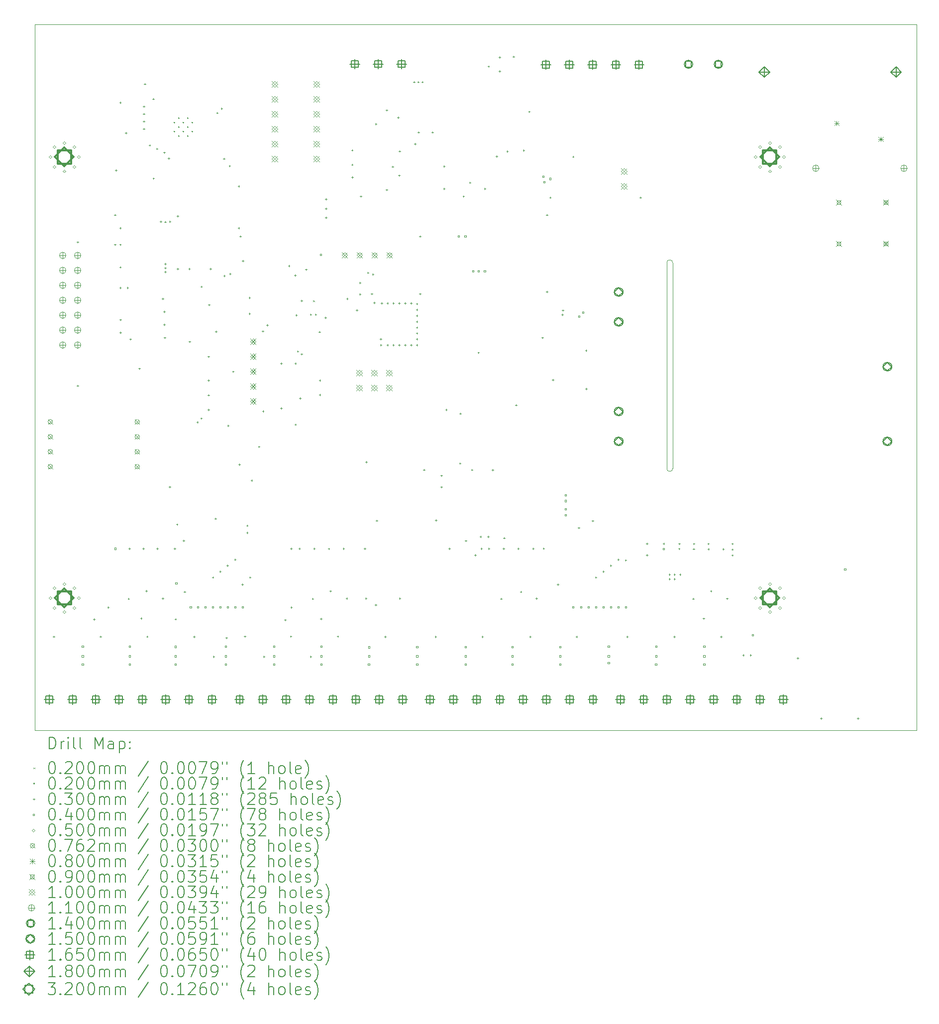
<source format=gbr>
%TF.GenerationSoftware,KiCad,Pcbnew,7.0.1*%
%TF.CreationDate,2023-03-18T18:06:22+07:00*%
%TF.ProjectId,dongtam,646f6e67-7461-46d2-9e6b-696361645f70,rev?*%
%TF.SameCoordinates,Original*%
%TF.FileFunction,Drillmap*%
%TF.FilePolarity,Positive*%
%FSLAX45Y45*%
G04 Gerber Fmt 4.5, Leading zero omitted, Abs format (unit mm)*
G04 Created by KiCad (PCBNEW 7.0.1) date 2023-03-18 18:06:22*
%MOMM*%
%LPD*%
G01*
G04 APERTURE LIST*
%ADD10C,0.100000*%
%ADD11C,0.200000*%
%ADD12C,0.020000*%
%ADD13C,0.030000*%
%ADD14C,0.040000*%
%ADD15C,0.050000*%
%ADD16C,0.076200*%
%ADD17C,0.080000*%
%ADD18C,0.090000*%
%ADD19C,0.110000*%
%ADD20C,0.140000*%
%ADD21C,0.150000*%
%ADD22C,0.165000*%
%ADD23C,0.180000*%
%ADD24C,0.320000*%
G04 APERTURE END LIST*
D10*
X18200000Y-10750000D02*
X18200000Y-7250000D01*
X18100000Y-7250000D02*
X18100000Y-10750000D01*
X7350000Y-3200000D02*
X22350000Y-3200000D01*
X22350000Y-15200000D01*
X7350000Y-15200000D01*
X7350000Y-3200000D01*
X18100000Y-10750000D02*
G75*
G03*
X18200000Y-10750000I50000J0D01*
G01*
X18200000Y-7250000D02*
G75*
G03*
X18100000Y-7250000I-50000J0D01*
G01*
D11*
D12*
X12083450Y-7890000D02*
X12103450Y-7910000D01*
X12103450Y-7890000D02*
X12083450Y-7910000D01*
X9730000Y-4867310D02*
G75*
G03*
X9730000Y-4867310I-10000J0D01*
G01*
X9730000Y-5019810D02*
G75*
G03*
X9730000Y-5019810I-10000J0D01*
G01*
X9806250Y-4791060D02*
G75*
G03*
X9806250Y-4791060I-10000J0D01*
G01*
X9806250Y-4943560D02*
G75*
G03*
X9806250Y-4943560I-10000J0D01*
G01*
X9806250Y-5096060D02*
G75*
G03*
X9806250Y-5096060I-10000J0D01*
G01*
X9882500Y-4867310D02*
G75*
G03*
X9882500Y-4867310I-10000J0D01*
G01*
X9882500Y-5019810D02*
G75*
G03*
X9882500Y-5019810I-10000J0D01*
G01*
X9958750Y-4791060D02*
G75*
G03*
X9958750Y-4791060I-10000J0D01*
G01*
X9958750Y-4943560D02*
G75*
G03*
X9958750Y-4943560I-10000J0D01*
G01*
X9958750Y-5096060D02*
G75*
G03*
X9958750Y-5096060I-10000J0D01*
G01*
X10035000Y-4867310D02*
G75*
G03*
X10035000Y-4867310I-10000J0D01*
G01*
X10035000Y-5019810D02*
G75*
G03*
X10035000Y-5019810I-10000J0D01*
G01*
D13*
X7669000Y-13593000D02*
X7669000Y-13623000D01*
X7654000Y-13608000D02*
X7684000Y-13608000D01*
X8075000Y-6885000D02*
X8075000Y-6915000D01*
X8060000Y-6900000D02*
X8090000Y-6900000D01*
X8075000Y-9325000D02*
X8075000Y-9355000D01*
X8060000Y-9340000D02*
X8090000Y-9340000D01*
X8355000Y-13300000D02*
X8355000Y-13330000D01*
X8340000Y-13315000D02*
X8370000Y-13315000D01*
X8462500Y-13592000D02*
X8462500Y-13622000D01*
X8447500Y-13607000D02*
X8477500Y-13607000D01*
X8595000Y-13095000D02*
X8595000Y-13125000D01*
X8580000Y-13110000D02*
X8610000Y-13110000D01*
X8710000Y-6420000D02*
X8710000Y-6450000D01*
X8695000Y-6435000D02*
X8725000Y-6435000D01*
X8710000Y-6927250D02*
X8710000Y-6957250D01*
X8695000Y-6942250D02*
X8725000Y-6942250D01*
X8725000Y-5660000D02*
X8725000Y-5690000D01*
X8710000Y-5675000D02*
X8740000Y-5675000D01*
X8800000Y-4510000D02*
X8800000Y-4540000D01*
X8785000Y-4525000D02*
X8815000Y-4525000D01*
X8800000Y-6645000D02*
X8800000Y-6675000D01*
X8785000Y-6660000D02*
X8815000Y-6660000D01*
X8800000Y-6927250D02*
X8800000Y-6957250D01*
X8785000Y-6942250D02*
X8815000Y-6942250D01*
X8800000Y-7310000D02*
X8800000Y-7340000D01*
X8785000Y-7325000D02*
X8815000Y-7325000D01*
X8800000Y-7660000D02*
X8800000Y-7690000D01*
X8785000Y-7675000D02*
X8815000Y-7675000D01*
X8805000Y-8205000D02*
X8805000Y-8235000D01*
X8790000Y-8220000D02*
X8820000Y-8220000D01*
X8805000Y-8420000D02*
X8805000Y-8450000D01*
X8790000Y-8435000D02*
X8820000Y-8435000D01*
X8895000Y-5025000D02*
X8895000Y-5055000D01*
X8880000Y-5040000D02*
X8910000Y-5040000D01*
X8925000Y-7660000D02*
X8925000Y-7690000D01*
X8910000Y-7675000D02*
X8940000Y-7675000D01*
X8941361Y-12949200D02*
X8941361Y-12979200D01*
X8926361Y-12964200D02*
X8956361Y-12964200D01*
X8954000Y-12099000D02*
X8954000Y-12129000D01*
X8939000Y-12114000D02*
X8969000Y-12114000D01*
X8975000Y-8535000D02*
X8975000Y-8565000D01*
X8960000Y-8550000D02*
X8990000Y-8550000D01*
X9125000Y-9035000D02*
X9125000Y-9065000D01*
X9110000Y-9050000D02*
X9140000Y-9050000D01*
X9155000Y-13280000D02*
X9155000Y-13310000D01*
X9140000Y-13295000D02*
X9170000Y-13295000D01*
X9195000Y-12099000D02*
X9195000Y-12129000D01*
X9180000Y-12114000D02*
X9210000Y-12114000D01*
X9200000Y-4575560D02*
X9200000Y-4605560D01*
X9185000Y-4590560D02*
X9215000Y-4590560D01*
X9200000Y-4702560D02*
X9200000Y-4732560D01*
X9185000Y-4717560D02*
X9215000Y-4717560D01*
X9200000Y-4829560D02*
X9200000Y-4859560D01*
X9185000Y-4844560D02*
X9215000Y-4844560D01*
X9200000Y-4956560D02*
X9200000Y-4986560D01*
X9185000Y-4971560D02*
X9215000Y-4971560D01*
X9220000Y-4195000D02*
X9220000Y-4225000D01*
X9205000Y-4210000D02*
X9235000Y-4210000D01*
X9245000Y-12815000D02*
X9245000Y-12845000D01*
X9230000Y-12830000D02*
X9260000Y-12830000D01*
X9257000Y-13592000D02*
X9257000Y-13622000D01*
X9242000Y-13607000D02*
X9272000Y-13607000D01*
X9300000Y-5235000D02*
X9300000Y-5265000D01*
X9285000Y-5250000D02*
X9315000Y-5250000D01*
X9360000Y-4448560D02*
X9360000Y-4478560D01*
X9345000Y-4463560D02*
X9375000Y-4463560D01*
X9365000Y-5800000D02*
X9365000Y-5830000D01*
X9350000Y-5815000D02*
X9380000Y-5815000D01*
X9425000Y-5294950D02*
X9425000Y-5324950D01*
X9410000Y-5309950D02*
X9440000Y-5309950D01*
X9431000Y-12098000D02*
X9431000Y-12128000D01*
X9416000Y-12113000D02*
X9446000Y-12113000D01*
X9490000Y-6535000D02*
X9490000Y-6565000D01*
X9475000Y-6550000D02*
X9505000Y-6550000D01*
X9523000Y-12944300D02*
X9523000Y-12974300D01*
X9508000Y-12959300D02*
X9538000Y-12959300D01*
X9525000Y-7845000D02*
X9525000Y-7875000D01*
X9510000Y-7860000D02*
X9540000Y-7860000D01*
X9550000Y-5360000D02*
X9550000Y-5390000D01*
X9535000Y-5375000D02*
X9565000Y-5375000D01*
X9550000Y-8065000D02*
X9550000Y-8095000D01*
X9535000Y-8080000D02*
X9565000Y-8080000D01*
X9550000Y-8285000D02*
X9550000Y-8315000D01*
X9535000Y-8300000D02*
X9565000Y-8300000D01*
X9555000Y-8510000D02*
X9555000Y-8540000D01*
X9540000Y-8525000D02*
X9570000Y-8525000D01*
X9565000Y-6540000D02*
X9565000Y-6570000D01*
X9550000Y-6555000D02*
X9580000Y-6555000D01*
X9565000Y-7255000D02*
X9565000Y-7285000D01*
X9550000Y-7270000D02*
X9580000Y-7270000D01*
X9565000Y-7325000D02*
X9565000Y-7355000D01*
X9550000Y-7340000D02*
X9580000Y-7340000D01*
X9565000Y-7390000D02*
X9565000Y-7420000D01*
X9550000Y-7405000D02*
X9580000Y-7405000D01*
X9625000Y-5460000D02*
X9625000Y-5490000D01*
X9610000Y-5475000D02*
X9640000Y-5475000D01*
X9640000Y-11045000D02*
X9640000Y-11075000D01*
X9625000Y-11060000D02*
X9655000Y-11060000D01*
X9645000Y-6535000D02*
X9645000Y-6565000D01*
X9630000Y-6550000D02*
X9660000Y-6550000D01*
X9724000Y-12098000D02*
X9724000Y-12128000D01*
X9709000Y-12113000D02*
X9739000Y-12113000D01*
X9740000Y-13295000D02*
X9740000Y-13325000D01*
X9725000Y-13310000D02*
X9755000Y-13310000D01*
X9765000Y-11685000D02*
X9765000Y-11715000D01*
X9750000Y-11700000D02*
X9780000Y-11700000D01*
X9775000Y-6440000D02*
X9775000Y-6470000D01*
X9760000Y-6455000D02*
X9790000Y-6455000D01*
X9775000Y-7340000D02*
X9775000Y-7370000D01*
X9760000Y-7355000D02*
X9790000Y-7355000D01*
X9880000Y-11960000D02*
X9880000Y-11990000D01*
X9865000Y-11975000D02*
X9895000Y-11975000D01*
X9895000Y-12830000D02*
X9895000Y-12860000D01*
X9880000Y-12845000D02*
X9910000Y-12845000D01*
X9975000Y-7340000D02*
X9975000Y-7370000D01*
X9960000Y-7355000D02*
X9990000Y-7355000D01*
X9980000Y-8577000D02*
X9980000Y-8607000D01*
X9965000Y-8592000D02*
X9995000Y-8592000D01*
X10055000Y-13596000D02*
X10055000Y-13626000D01*
X10040000Y-13611000D02*
X10070000Y-13611000D01*
X10112550Y-9945000D02*
X10112550Y-9975000D01*
X10097550Y-9960000D02*
X10127550Y-9960000D01*
X10177450Y-9882550D02*
X10177450Y-9912550D01*
X10162450Y-9897550D02*
X10192450Y-9897550D01*
X10180000Y-7640000D02*
X10180000Y-7670000D01*
X10165000Y-7655000D02*
X10195000Y-7655000D01*
X10300000Y-8832000D02*
X10300000Y-8862000D01*
X10285000Y-8847000D02*
X10315000Y-8847000D01*
X10300000Y-9235000D02*
X10300000Y-9265000D01*
X10285000Y-9250000D02*
X10315000Y-9250000D01*
X10300000Y-9485000D02*
X10300000Y-9515000D01*
X10285000Y-9500000D02*
X10315000Y-9500000D01*
X10300000Y-9735000D02*
X10300000Y-9765000D01*
X10285000Y-9750000D02*
X10315000Y-9750000D01*
X10311659Y-7951659D02*
X10311659Y-7981659D01*
X10296659Y-7966659D02*
X10326659Y-7966659D01*
X10335000Y-7340000D02*
X10335000Y-7370000D01*
X10320000Y-7355000D02*
X10350000Y-7355000D01*
X10375000Y-12585000D02*
X10375000Y-12615000D01*
X10360000Y-12600000D02*
X10390000Y-12600000D01*
X10390000Y-13935000D02*
X10390000Y-13965000D01*
X10375000Y-13950000D02*
X10405000Y-13950000D01*
X10420000Y-11585000D02*
X10420000Y-11615000D01*
X10405000Y-11600000D02*
X10435000Y-11600000D01*
X10430000Y-8405000D02*
X10430000Y-8435000D01*
X10415000Y-8420000D02*
X10445000Y-8420000D01*
X10450000Y-4685000D02*
X10450000Y-4715000D01*
X10435000Y-4700000D02*
X10465000Y-4700000D01*
X10500000Y-12485000D02*
X10500000Y-12515000D01*
X10485000Y-12500000D02*
X10515000Y-12500000D01*
X10525000Y-4610000D02*
X10525000Y-4640000D01*
X10510000Y-4625000D02*
X10540000Y-4625000D01*
X10565000Y-5465000D02*
X10565000Y-5495000D01*
X10550000Y-5480000D02*
X10580000Y-5480000D01*
X10570000Y-7455000D02*
X10570000Y-7485000D01*
X10555000Y-7470000D02*
X10585000Y-7470000D01*
X10605000Y-13615000D02*
X10605000Y-13645000D01*
X10590000Y-13630000D02*
X10620000Y-13630000D01*
X10625000Y-12385000D02*
X10625000Y-12415000D01*
X10610000Y-12400000D02*
X10640000Y-12400000D01*
X10635000Y-10007550D02*
X10635000Y-10037550D01*
X10620000Y-10022550D02*
X10650000Y-10022550D01*
X10660000Y-5590000D02*
X10660000Y-5620000D01*
X10645000Y-5605000D02*
X10675000Y-5605000D01*
X10670000Y-7425000D02*
X10670000Y-7455000D01*
X10655000Y-7440000D02*
X10685000Y-7440000D01*
X10720000Y-9085000D02*
X10720000Y-9115000D01*
X10705000Y-9100000D02*
X10735000Y-9100000D01*
X10754500Y-12285000D02*
X10754500Y-12315000D01*
X10739500Y-12300000D02*
X10769500Y-12300000D01*
X10815000Y-5935000D02*
X10815000Y-5965000D01*
X10800000Y-5950000D02*
X10830000Y-5950000D01*
X10815000Y-6645000D02*
X10815000Y-6675000D01*
X10800000Y-6660000D02*
X10830000Y-6660000D01*
X10825000Y-10665000D02*
X10825000Y-10695000D01*
X10810000Y-10680000D02*
X10840000Y-10680000D01*
X10845000Y-6785000D02*
X10845000Y-6815000D01*
X10830000Y-6800000D02*
X10860000Y-6800000D01*
X10880000Y-12705000D02*
X10880000Y-12735000D01*
X10865000Y-12720000D02*
X10895000Y-12720000D01*
X10885000Y-7205000D02*
X10885000Y-7235000D01*
X10870000Y-7220000D02*
X10900000Y-7220000D01*
X10921000Y-13590000D02*
X10921000Y-13620000D01*
X10906000Y-13605000D02*
X10936000Y-13605000D01*
X10960000Y-11705000D02*
X10960000Y-11735000D01*
X10945000Y-11720000D02*
X10975000Y-11720000D01*
X10960000Y-11825000D02*
X10960000Y-11855000D01*
X10945000Y-11840000D02*
X10975000Y-11840000D01*
X11000000Y-7830000D02*
X11000000Y-7860000D01*
X10985000Y-7845000D02*
X11015000Y-7845000D01*
X11000000Y-8100000D02*
X11000000Y-8130000D01*
X10985000Y-8115000D02*
X11015000Y-8115000D01*
X11008500Y-12585000D02*
X11008500Y-12615000D01*
X10993500Y-12600000D02*
X11023500Y-12600000D01*
X11035000Y-10935000D02*
X11035000Y-10965000D01*
X11020000Y-10950000D02*
X11050000Y-10950000D01*
X11160000Y-10365000D02*
X11160000Y-10395000D01*
X11145000Y-10380000D02*
X11175000Y-10380000D01*
X11225000Y-8400000D02*
X11225000Y-8430000D01*
X11210000Y-8415000D02*
X11240000Y-8415000D01*
X11230000Y-9760000D02*
X11230000Y-9790000D01*
X11215000Y-9775000D02*
X11245000Y-9775000D01*
X11245000Y-13935000D02*
X11245000Y-13965000D01*
X11230000Y-13950000D02*
X11260000Y-13950000D01*
X11300000Y-8295000D02*
X11300000Y-8325000D01*
X11285000Y-8310000D02*
X11315000Y-8310000D01*
X11540000Y-8945000D02*
X11540000Y-8975000D01*
X11525000Y-8960000D02*
X11555000Y-8960000D01*
X11540000Y-9710000D02*
X11540000Y-9740000D01*
X11525000Y-9725000D02*
X11555000Y-9725000D01*
X11605000Y-13311050D02*
X11605000Y-13341050D01*
X11590000Y-13326050D02*
X11620000Y-13326050D01*
X11670000Y-7290000D02*
X11670000Y-7320000D01*
X11655000Y-7305000D02*
X11685000Y-7305000D01*
X11703000Y-13591000D02*
X11703000Y-13621000D01*
X11688000Y-13606000D02*
X11718000Y-13606000D01*
X11707000Y-12098000D02*
X11707000Y-12128000D01*
X11692000Y-12113000D02*
X11722000Y-12113000D01*
X11710000Y-13095000D02*
X11710000Y-13125000D01*
X11695000Y-13110000D02*
X11725000Y-13110000D01*
X11775000Y-7450000D02*
X11775000Y-7480000D01*
X11760000Y-7465000D02*
X11790000Y-7465000D01*
X11780000Y-8945000D02*
X11780000Y-8975000D01*
X11765000Y-8960000D02*
X11795000Y-8960000D01*
X11780000Y-9985000D02*
X11780000Y-10015000D01*
X11765000Y-10000000D02*
X11795000Y-10000000D01*
X11795000Y-8125000D02*
X11795000Y-8155000D01*
X11780000Y-8140000D02*
X11810000Y-8140000D01*
X11820000Y-8740000D02*
X11820000Y-8770000D01*
X11805000Y-8755000D02*
X11835000Y-8755000D01*
X11849000Y-12099000D02*
X11849000Y-12129000D01*
X11834000Y-12114000D02*
X11864000Y-12114000D01*
X11860000Y-9540000D02*
X11860000Y-9570000D01*
X11845000Y-9555000D02*
X11875000Y-9555000D01*
X11885000Y-7882550D02*
X11885000Y-7912550D01*
X11870000Y-7897550D02*
X11900000Y-7897550D01*
X11885000Y-8790000D02*
X11885000Y-8820000D01*
X11870000Y-8805000D02*
X11900000Y-8805000D01*
X11960000Y-7350000D02*
X11960000Y-7380000D01*
X11945000Y-7365000D02*
X11975000Y-7365000D01*
X12040000Y-8115000D02*
X12040000Y-8145000D01*
X12025000Y-8130000D02*
X12055000Y-8130000D01*
X12040000Y-13935000D02*
X12040000Y-13965000D01*
X12025000Y-13950000D02*
X12055000Y-13950000D01*
X12075000Y-12949200D02*
X12075000Y-12979200D01*
X12060000Y-12964200D02*
X12090000Y-12964200D01*
X12101000Y-12098000D02*
X12101000Y-12128000D01*
X12086000Y-12113000D02*
X12116000Y-12113000D01*
X12125000Y-8115000D02*
X12125000Y-8145000D01*
X12110000Y-8130000D02*
X12140000Y-8130000D01*
X12190000Y-8410000D02*
X12190000Y-8440000D01*
X12175000Y-8425000D02*
X12205000Y-8425000D01*
X12195000Y-9235000D02*
X12195000Y-9265000D01*
X12180000Y-9250000D02*
X12210000Y-9250000D01*
X12195000Y-9480000D02*
X12195000Y-9510000D01*
X12180000Y-9495000D02*
X12210000Y-9495000D01*
X12215000Y-13290000D02*
X12215000Y-13320000D01*
X12200000Y-13305000D02*
X12230000Y-13305000D01*
X12290000Y-8167950D02*
X12290000Y-8197950D01*
X12275000Y-8182950D02*
X12305000Y-8182950D01*
X12300000Y-6155000D02*
X12300000Y-6185000D01*
X12285000Y-6170000D02*
X12315000Y-6170000D01*
X12300000Y-6315000D02*
X12300000Y-6345000D01*
X12285000Y-6330000D02*
X12315000Y-6330000D01*
X12300000Y-6465000D02*
X12300000Y-6495000D01*
X12285000Y-6480000D02*
X12315000Y-6480000D01*
X12348000Y-12100000D02*
X12348000Y-12130000D01*
X12333000Y-12115000D02*
X12363000Y-12115000D01*
X12375000Y-12820000D02*
X12375000Y-12850000D01*
X12360000Y-12835000D02*
X12390000Y-12835000D01*
X12501000Y-13590000D02*
X12501000Y-13620000D01*
X12486000Y-13605000D02*
X12516000Y-13605000D01*
X12599000Y-12098000D02*
X12599000Y-12128000D01*
X12584000Y-12113000D02*
X12614000Y-12113000D01*
X12652000Y-12944300D02*
X12652000Y-12974300D01*
X12637000Y-12959300D02*
X12667000Y-12959300D01*
X12660000Y-7845000D02*
X12660000Y-7875000D01*
X12645000Y-7860000D02*
X12675000Y-7860000D01*
X12745000Y-5320000D02*
X12745000Y-5350000D01*
X12730000Y-5335000D02*
X12760000Y-5335000D01*
X12745000Y-5565000D02*
X12745000Y-5595000D01*
X12730000Y-5580000D02*
X12760000Y-5580000D01*
X12750000Y-5780000D02*
X12750000Y-5810000D01*
X12735000Y-5795000D02*
X12765000Y-5795000D01*
X12825000Y-8040000D02*
X12825000Y-8070000D01*
X12810000Y-8055000D02*
X12840000Y-8055000D01*
X12880000Y-7575000D02*
X12880000Y-7605000D01*
X12865000Y-7590000D02*
X12895000Y-7590000D01*
X12880000Y-7770000D02*
X12880000Y-7800000D01*
X12865000Y-7785000D02*
X12895000Y-7785000D01*
X12895000Y-6105000D02*
X12895000Y-6135000D01*
X12880000Y-6120000D02*
X12910000Y-6120000D01*
X12961000Y-12098000D02*
X12961000Y-12128000D01*
X12946000Y-12113000D02*
X12976000Y-12113000D01*
X12981000Y-12943000D02*
X12981000Y-12973000D01*
X12966000Y-12958000D02*
X12996000Y-12958000D01*
X12985000Y-10625000D02*
X12985000Y-10655000D01*
X12970000Y-10640000D02*
X13000000Y-10640000D01*
X13015000Y-7402450D02*
X13015000Y-7432450D01*
X13000000Y-7417450D02*
X13030000Y-7417450D01*
X13077450Y-7765000D02*
X13077450Y-7795000D01*
X13062450Y-7780000D02*
X13092450Y-7780000D01*
X13100000Y-7430000D02*
X13100000Y-7460000D01*
X13085000Y-7445000D02*
X13115000Y-7445000D01*
X13120000Y-7915000D02*
X13120000Y-7945000D01*
X13105000Y-7930000D02*
X13135000Y-7930000D01*
X13145250Y-13055250D02*
X13145250Y-13085250D01*
X13130250Y-13070250D02*
X13160250Y-13070250D01*
X13150000Y-4875000D02*
X13150000Y-4905000D01*
X13135000Y-4890000D02*
X13165000Y-4890000D01*
X13164000Y-11619000D02*
X13164000Y-11649000D01*
X13149000Y-11634000D02*
X13179000Y-11634000D01*
X13232000Y-8534000D02*
X13232000Y-8564000D01*
X13217000Y-8549000D02*
X13247000Y-8549000D01*
X13235000Y-8634000D02*
X13235000Y-8664000D01*
X13220000Y-8649000D02*
X13250000Y-8649000D01*
X13247000Y-7924000D02*
X13247000Y-7954000D01*
X13232000Y-7939000D02*
X13262000Y-7939000D01*
X13306000Y-13594000D02*
X13306000Y-13624000D01*
X13291000Y-13609000D02*
X13321000Y-13609000D01*
X13334500Y-4640500D02*
X13334500Y-4670500D01*
X13319500Y-4655500D02*
X13349500Y-4655500D01*
X13335000Y-5995000D02*
X13335000Y-6025000D01*
X13320000Y-6010000D02*
X13350000Y-6010000D01*
X13346000Y-8634000D02*
X13346000Y-8664000D01*
X13331000Y-8649000D02*
X13361000Y-8649000D01*
X13347000Y-7924000D02*
X13347000Y-7954000D01*
X13332000Y-7939000D02*
X13362000Y-7939000D01*
X13435000Y-5600000D02*
X13435000Y-5630000D01*
X13420000Y-5615000D02*
X13450000Y-5615000D01*
X13446000Y-8634000D02*
X13446000Y-8664000D01*
X13431000Y-8649000D02*
X13461000Y-8649000D01*
X13447000Y-7924000D02*
X13447000Y-7954000D01*
X13432000Y-7939000D02*
X13462000Y-7939000D01*
X13530000Y-4765000D02*
X13530000Y-4795000D01*
X13515000Y-4780000D02*
X13545000Y-4780000D01*
X13545000Y-5750000D02*
X13545000Y-5780000D01*
X13530000Y-5765000D02*
X13560000Y-5765000D01*
X13546000Y-8634000D02*
X13546000Y-8664000D01*
X13531000Y-8649000D02*
X13561000Y-8649000D01*
X13547000Y-7924000D02*
X13547000Y-7954000D01*
X13532000Y-7939000D02*
X13562000Y-7939000D01*
X13555000Y-5337500D02*
X13555000Y-5367500D01*
X13540000Y-5352500D02*
X13570000Y-5352500D01*
X13557000Y-12943000D02*
X13557000Y-12973000D01*
X13542000Y-12958000D02*
X13572000Y-12958000D01*
X13646000Y-8634000D02*
X13646000Y-8664000D01*
X13631000Y-8649000D02*
X13661000Y-8649000D01*
X13647000Y-7924000D02*
X13647000Y-7954000D01*
X13632000Y-7939000D02*
X13662000Y-7939000D01*
X13746000Y-8634000D02*
X13746000Y-8664000D01*
X13731000Y-8649000D02*
X13761000Y-8649000D01*
X13747000Y-7924000D02*
X13747000Y-7954000D01*
X13732000Y-7939000D02*
X13762000Y-7939000D01*
X13800000Y-4160000D02*
X13800000Y-4190000D01*
X13785000Y-4175000D02*
X13815000Y-4175000D01*
X13815000Y-5215000D02*
X13815000Y-5245000D01*
X13800000Y-5230000D02*
X13830000Y-5230000D01*
X13846000Y-7934000D02*
X13846000Y-7964000D01*
X13831000Y-7949000D02*
X13861000Y-7949000D01*
X13846000Y-8034000D02*
X13846000Y-8064000D01*
X13831000Y-8049000D02*
X13861000Y-8049000D01*
X13846000Y-8134000D02*
X13846000Y-8164000D01*
X13831000Y-8149000D02*
X13861000Y-8149000D01*
X13846000Y-8234000D02*
X13846000Y-8264000D01*
X13831000Y-8249000D02*
X13861000Y-8249000D01*
X13846000Y-8334000D02*
X13846000Y-8364000D01*
X13831000Y-8349000D02*
X13861000Y-8349000D01*
X13846000Y-8434000D02*
X13846000Y-8464000D01*
X13831000Y-8449000D02*
X13861000Y-8449000D01*
X13846000Y-8534000D02*
X13846000Y-8564000D01*
X13831000Y-8549000D02*
X13861000Y-8549000D01*
X13846000Y-8634000D02*
X13846000Y-8664000D01*
X13831000Y-8649000D02*
X13861000Y-8649000D01*
X13870000Y-4160000D02*
X13870000Y-4190000D01*
X13855000Y-4175000D02*
X13885000Y-4175000D01*
X13875000Y-5015000D02*
X13875000Y-5045000D01*
X13860000Y-5030000D02*
X13890000Y-5030000D01*
X13900000Y-6785000D02*
X13900000Y-6815000D01*
X13885000Y-6800000D02*
X13915000Y-6800000D01*
X13900000Y-7765000D02*
X13900000Y-7795000D01*
X13885000Y-7780000D02*
X13915000Y-7780000D01*
X13940000Y-4160000D02*
X13940000Y-4190000D01*
X13925000Y-4175000D02*
X13955000Y-4175000D01*
X13970000Y-10755000D02*
X13970000Y-10785000D01*
X13955000Y-10770000D02*
X13985000Y-10770000D01*
X14110000Y-5015000D02*
X14110000Y-5045000D01*
X14095000Y-5030000D02*
X14125000Y-5030000D01*
X14167000Y-13596000D02*
X14167000Y-13626000D01*
X14152000Y-13611000D02*
X14182000Y-13611000D01*
X14172000Y-11613000D02*
X14172000Y-11643000D01*
X14157000Y-11628000D02*
X14187000Y-11628000D01*
X14265000Y-10855000D02*
X14265000Y-10885000D01*
X14250000Y-10870000D02*
X14280000Y-10870000D01*
X14265000Y-11050000D02*
X14265000Y-11080000D01*
X14250000Y-11065000D02*
X14280000Y-11065000D01*
X14310000Y-5595000D02*
X14310000Y-5625000D01*
X14295000Y-5610000D02*
X14325000Y-5610000D01*
X14310000Y-5975000D02*
X14310000Y-6005000D01*
X14295000Y-5990000D02*
X14325000Y-5990000D01*
X14345000Y-9735000D02*
X14345000Y-9765000D01*
X14330000Y-9750000D02*
X14360000Y-9750000D01*
X14401000Y-12098000D02*
X14401000Y-12128000D01*
X14386000Y-12113000D02*
X14416000Y-12113000D01*
X14580000Y-10645000D02*
X14580000Y-10675000D01*
X14565000Y-10660000D02*
X14595000Y-10660000D01*
X14585000Y-9800000D02*
X14585000Y-9830000D01*
X14570000Y-9815000D02*
X14600000Y-9815000D01*
X14640000Y-6105000D02*
X14640000Y-6135000D01*
X14625000Y-6120000D02*
X14655000Y-6120000D01*
X14680000Y-11965000D02*
X14680000Y-11995000D01*
X14665000Y-11980000D02*
X14695000Y-11980000D01*
X14750000Y-5870000D02*
X14750000Y-5900000D01*
X14735000Y-5885000D02*
X14765000Y-5885000D01*
X14785000Y-10755000D02*
X14785000Y-10785000D01*
X14770000Y-10770000D02*
X14800000Y-10770000D01*
X14840000Y-12205000D02*
X14840000Y-12235000D01*
X14825000Y-12220000D02*
X14855000Y-12220000D01*
X14895000Y-8765000D02*
X14895000Y-8795000D01*
X14880000Y-8780000D02*
X14910000Y-8780000D01*
X14930000Y-11895000D02*
X14930000Y-11925000D01*
X14915000Y-11910000D02*
X14945000Y-11910000D01*
X14945000Y-12095000D02*
X14945000Y-12125000D01*
X14930000Y-12110000D02*
X14960000Y-12110000D01*
X14962000Y-13596000D02*
X14962000Y-13626000D01*
X14947000Y-13611000D02*
X14977000Y-13611000D01*
X15005000Y-5975000D02*
X15005000Y-6005000D01*
X14990000Y-5990000D02*
X15020000Y-5990000D01*
X15060000Y-11895000D02*
X15060000Y-11925000D01*
X15045000Y-11910000D02*
X15075000Y-11910000D01*
X15065000Y-3895000D02*
X15065000Y-3925000D01*
X15050000Y-3910000D02*
X15080000Y-3910000D01*
X15072000Y-12098000D02*
X15072000Y-12128000D01*
X15057000Y-12113000D02*
X15087000Y-12113000D01*
X15135000Y-10760000D02*
X15135000Y-10790000D01*
X15120000Y-10775000D02*
X15150000Y-10775000D01*
X15205000Y-5425000D02*
X15205000Y-5455000D01*
X15190000Y-5440000D02*
X15220000Y-5440000D01*
X15255000Y-3740000D02*
X15255000Y-3770000D01*
X15240000Y-3755000D02*
X15270000Y-3755000D01*
X15255000Y-3975000D02*
X15255000Y-4005000D01*
X15240000Y-3990000D02*
X15270000Y-3990000D01*
X15282105Y-12949200D02*
X15282105Y-12979200D01*
X15267105Y-12964200D02*
X15297105Y-12964200D01*
X15325000Y-12099000D02*
X15325000Y-12129000D01*
X15310000Y-12114000D02*
X15340000Y-12114000D01*
X15330000Y-11915000D02*
X15330000Y-11945000D01*
X15315000Y-11930000D02*
X15345000Y-11930000D01*
X15385000Y-5340000D02*
X15385000Y-5370000D01*
X15370000Y-5355000D02*
X15400000Y-5355000D01*
X15490000Y-3728750D02*
X15490000Y-3758750D01*
X15475000Y-3743750D02*
X15505000Y-3743750D01*
X15535000Y-9655000D02*
X15535000Y-9685000D01*
X15520000Y-9670000D02*
X15550000Y-9670000D01*
X15571000Y-12098000D02*
X15571000Y-12128000D01*
X15556000Y-12113000D02*
X15586000Y-12113000D01*
X15615000Y-12830000D02*
X15615000Y-12860000D01*
X15600000Y-12845000D02*
X15630000Y-12845000D01*
X15665000Y-5325000D02*
X15665000Y-5355000D01*
X15650000Y-5340000D02*
X15680000Y-5340000D01*
X15758000Y-4667000D02*
X15758000Y-4697000D01*
X15743000Y-4682000D02*
X15773000Y-4682000D01*
X15774000Y-13596000D02*
X15774000Y-13626000D01*
X15759000Y-13611000D02*
X15789000Y-13611000D01*
X15825000Y-12099000D02*
X15825000Y-12129000D01*
X15810000Y-12114000D02*
X15840000Y-12114000D01*
X15879250Y-12944300D02*
X15879250Y-12974300D01*
X15864250Y-12959300D02*
X15894250Y-12959300D01*
X15985000Y-8510000D02*
X15985000Y-8540000D01*
X15970000Y-8525000D02*
X16000000Y-8525000D01*
X16004000Y-12093000D02*
X16004000Y-12123000D01*
X15989000Y-12108000D02*
X16019000Y-12108000D01*
X16060000Y-6420000D02*
X16060000Y-6450000D01*
X16045000Y-6435000D02*
X16075000Y-6435000D01*
X16060000Y-7730000D02*
X16060000Y-7760000D01*
X16045000Y-7745000D02*
X16075000Y-7745000D01*
X16115000Y-6125000D02*
X16115000Y-6155000D01*
X16100000Y-6140000D02*
X16130000Y-6140000D01*
X16160000Y-9225000D02*
X16160000Y-9255000D01*
X16145000Y-9240000D02*
X16175000Y-9240000D01*
X16247000Y-12705000D02*
X16247000Y-12735000D01*
X16232000Y-12720000D02*
X16262000Y-12720000D01*
X16323500Y-8119500D02*
X16323500Y-8149500D01*
X16308500Y-8134500D02*
X16338500Y-8134500D01*
X16330000Y-8045000D02*
X16330000Y-8075000D01*
X16315000Y-8060000D02*
X16345000Y-8060000D01*
X16504250Y-5430250D02*
X16504250Y-5460250D01*
X16489250Y-5445250D02*
X16519250Y-5445250D01*
X16564000Y-13596000D02*
X16564000Y-13626000D01*
X16549000Y-13611000D02*
X16579000Y-13611000D01*
X16600000Y-11745000D02*
X16600000Y-11775000D01*
X16585000Y-11760000D02*
X16615000Y-11760000D01*
X16725000Y-8725000D02*
X16725000Y-8755000D01*
X16710000Y-8740000D02*
X16740000Y-8740000D01*
X16730000Y-9380000D02*
X16730000Y-9410000D01*
X16715000Y-9395000D02*
X16745000Y-9395000D01*
X16840000Y-11625000D02*
X16840000Y-11655000D01*
X16825000Y-11640000D02*
X16855000Y-11640000D01*
X16892500Y-12585000D02*
X16892500Y-12615000D01*
X16877500Y-12600000D02*
X16907500Y-12600000D01*
X17019500Y-12485000D02*
X17019500Y-12515000D01*
X17004500Y-12500000D02*
X17034500Y-12500000D01*
X17146500Y-12385000D02*
X17146500Y-12415000D01*
X17131500Y-12400000D02*
X17161500Y-12400000D01*
X17273500Y-12285000D02*
X17273500Y-12315000D01*
X17258500Y-12300000D02*
X17288500Y-12300000D01*
X17400000Y-12294000D02*
X17400000Y-12324000D01*
X17385000Y-12309000D02*
X17415000Y-12309000D01*
X17425000Y-13596000D02*
X17425000Y-13626000D01*
X17410000Y-13611000D02*
X17440000Y-13611000D01*
X17650000Y-6125000D02*
X17650000Y-6155000D01*
X17635000Y-6140000D02*
X17665000Y-6140000D01*
X17760000Y-12010000D02*
X17760000Y-12040000D01*
X17745000Y-12025000D02*
X17775000Y-12025000D01*
X17760000Y-12205000D02*
X17760000Y-12235000D01*
X17745000Y-12220000D02*
X17775000Y-12220000D01*
X18045000Y-12010000D02*
X18045000Y-12040000D01*
X18030000Y-12025000D02*
X18060000Y-12025000D01*
X18145000Y-12535000D02*
X18145000Y-12565000D01*
X18130000Y-12550000D02*
X18160000Y-12550000D01*
X18145000Y-12615000D02*
X18145000Y-12645000D01*
X18130000Y-12630000D02*
X18160000Y-12630000D01*
X18229000Y-13596000D02*
X18229000Y-13626000D01*
X18214000Y-13611000D02*
X18244000Y-13611000D01*
X18230000Y-12535000D02*
X18230000Y-12565000D01*
X18215000Y-12550000D02*
X18245000Y-12550000D01*
X18230000Y-12615000D02*
X18230000Y-12645000D01*
X18215000Y-12630000D02*
X18245000Y-12630000D01*
X18309000Y-12101000D02*
X18309000Y-12131000D01*
X18294000Y-12116000D02*
X18324000Y-12116000D01*
X18310000Y-12015000D02*
X18310000Y-12045000D01*
X18295000Y-12030000D02*
X18325000Y-12030000D01*
X18325000Y-12535000D02*
X18325000Y-12565000D01*
X18310000Y-12550000D02*
X18340000Y-12550000D01*
X18550000Y-12949200D02*
X18550000Y-12979200D01*
X18535000Y-12964200D02*
X18565000Y-12964200D01*
X18559000Y-12102000D02*
X18559000Y-12132000D01*
X18544000Y-12117000D02*
X18574000Y-12117000D01*
X18560000Y-12015000D02*
X18560000Y-12045000D01*
X18545000Y-12030000D02*
X18575000Y-12030000D01*
X18725000Y-13285000D02*
X18725000Y-13315000D01*
X18710000Y-13300000D02*
X18740000Y-13300000D01*
X18805000Y-12015000D02*
X18805000Y-12045000D01*
X18790000Y-12030000D02*
X18820000Y-12030000D01*
X18808000Y-12103000D02*
X18808000Y-12133000D01*
X18793000Y-12118000D02*
X18823000Y-12118000D01*
X18850000Y-12820000D02*
X18850000Y-12850000D01*
X18835000Y-12835000D02*
X18865000Y-12835000D01*
X19024000Y-13596000D02*
X19024000Y-13626000D01*
X19009000Y-13611000D02*
X19039000Y-13611000D01*
X19059000Y-12103000D02*
X19059000Y-12133000D01*
X19044000Y-12118000D02*
X19074000Y-12118000D01*
X19124000Y-12946000D02*
X19124000Y-12976000D01*
X19109000Y-12961000D02*
X19139000Y-12961000D01*
X19215000Y-12015000D02*
X19215000Y-12045000D01*
X19200000Y-12030000D02*
X19230000Y-12030000D01*
X19215000Y-12110000D02*
X19215000Y-12140000D01*
X19200000Y-12125000D02*
X19230000Y-12125000D01*
X19215000Y-12210000D02*
X19215000Y-12240000D01*
X19200000Y-12225000D02*
X19230000Y-12225000D01*
X19400000Y-13910000D02*
X19400000Y-13940000D01*
X19385000Y-13925000D02*
X19415000Y-13925000D01*
X19525000Y-13910000D02*
X19525000Y-13940000D01*
X19510000Y-13925000D02*
X19540000Y-13925000D01*
X20325000Y-13960000D02*
X20325000Y-13990000D01*
X20310000Y-13975000D02*
X20340000Y-13975000D01*
X20725000Y-14985000D02*
X20725000Y-15015000D01*
X20710000Y-15000000D02*
X20740000Y-15000000D01*
X21350000Y-14985000D02*
X21350000Y-15015000D01*
X21335000Y-15000000D02*
X21365000Y-15000000D01*
D14*
X8174142Y-14094142D02*
X8174142Y-14065858D01*
X8145858Y-14065858D01*
X8145858Y-14094142D01*
X8174142Y-14094142D01*
X8175142Y-13787142D02*
X8175142Y-13758858D01*
X8146858Y-13758858D01*
X8146858Y-13787142D01*
X8175142Y-13787142D01*
X8175142Y-13954142D02*
X8175142Y-13925858D01*
X8146858Y-13925858D01*
X8146858Y-13954142D01*
X8175142Y-13954142D01*
X8730642Y-12127142D02*
X8730642Y-12098858D01*
X8702358Y-12098858D01*
X8702358Y-12127142D01*
X8730642Y-12127142D01*
X8973142Y-14094142D02*
X8973142Y-14065858D01*
X8944858Y-14065858D01*
X8944858Y-14094142D01*
X8973142Y-14094142D01*
X8974142Y-13787142D02*
X8974142Y-13758858D01*
X8945858Y-13758858D01*
X8945858Y-13787142D01*
X8974142Y-13787142D01*
X8974142Y-13954142D02*
X8974142Y-13925858D01*
X8945858Y-13925858D01*
X8945858Y-13954142D01*
X8974142Y-13954142D01*
X9753142Y-14094142D02*
X9753142Y-14065858D01*
X9724858Y-14065858D01*
X9724858Y-14094142D01*
X9753142Y-14094142D01*
X9754142Y-13794142D02*
X9754142Y-13765858D01*
X9725858Y-13765858D01*
X9725858Y-13794142D01*
X9754142Y-13794142D01*
X9754142Y-13954142D02*
X9754142Y-13925858D01*
X9725858Y-13925858D01*
X9725858Y-13954142D01*
X9754142Y-13954142D01*
X9766142Y-12714142D02*
X9766142Y-12685858D01*
X9737858Y-12685858D01*
X9737858Y-12714142D01*
X9766142Y-12714142D01*
X10011142Y-13122142D02*
X10011142Y-13093858D01*
X9982858Y-13093858D01*
X9982858Y-13122142D01*
X10011142Y-13122142D01*
X10133642Y-13122142D02*
X10133642Y-13093858D01*
X10105358Y-13093858D01*
X10105358Y-13122142D01*
X10133642Y-13122142D01*
X10260642Y-13122142D02*
X10260642Y-13093858D01*
X10232358Y-13093858D01*
X10232358Y-13122142D01*
X10260642Y-13122142D01*
X10387642Y-13122142D02*
X10387642Y-13093858D01*
X10359358Y-13093858D01*
X10359358Y-13122142D01*
X10387642Y-13122142D01*
X10514642Y-13122142D02*
X10514642Y-13093858D01*
X10486358Y-13093858D01*
X10486358Y-13122142D01*
X10514642Y-13122142D01*
X10609142Y-14094142D02*
X10609142Y-14065858D01*
X10580858Y-14065858D01*
X10580858Y-14094142D01*
X10609142Y-14094142D01*
X10610142Y-13792142D02*
X10610142Y-13763858D01*
X10581858Y-13763858D01*
X10581858Y-13792142D01*
X10610142Y-13792142D01*
X10610142Y-13954142D02*
X10610142Y-13925858D01*
X10581858Y-13925858D01*
X10581858Y-13954142D01*
X10610142Y-13954142D01*
X10641642Y-13122142D02*
X10641642Y-13093858D01*
X10613358Y-13093858D01*
X10613358Y-13122142D01*
X10641642Y-13122142D01*
X10768642Y-13122142D02*
X10768642Y-13093858D01*
X10740358Y-13093858D01*
X10740358Y-13122142D01*
X10768642Y-13122142D01*
X10895642Y-13122142D02*
X10895642Y-13093858D01*
X10867358Y-13093858D01*
X10867358Y-13122142D01*
X10895642Y-13122142D01*
X11428142Y-14094142D02*
X11428142Y-14065858D01*
X11399858Y-14065858D01*
X11399858Y-14094142D01*
X11428142Y-14094142D01*
X11429142Y-13787142D02*
X11429142Y-13758858D01*
X11400858Y-13758858D01*
X11400858Y-13787142D01*
X11429142Y-13787142D01*
X11429142Y-13954142D02*
X11429142Y-13925858D01*
X11400858Y-13925858D01*
X11400858Y-13954142D01*
X11429142Y-13954142D01*
X12224142Y-7124142D02*
X12224142Y-7095858D01*
X12195858Y-7095858D01*
X12195858Y-7124142D01*
X12224142Y-7124142D01*
X12233142Y-14094142D02*
X12233142Y-14065858D01*
X12204858Y-14065858D01*
X12204858Y-14094142D01*
X12233142Y-14094142D01*
X12234142Y-13792142D02*
X12234142Y-13763858D01*
X12205858Y-13763858D01*
X12205858Y-13792142D01*
X12234142Y-13792142D01*
X12234142Y-13954142D02*
X12234142Y-13925858D01*
X12205858Y-13925858D01*
X12205858Y-13954142D01*
X12234142Y-13954142D01*
X13043142Y-14094142D02*
X13043142Y-14065858D01*
X13014858Y-14065858D01*
X13014858Y-14094142D01*
X13043142Y-14094142D01*
X13044142Y-13802142D02*
X13044142Y-13773858D01*
X13015858Y-13773858D01*
X13015858Y-13802142D01*
X13044142Y-13802142D01*
X13044142Y-13954142D02*
X13044142Y-13925858D01*
X13015858Y-13925858D01*
X13015858Y-13954142D01*
X13044142Y-13954142D01*
X13863142Y-14094142D02*
X13863142Y-14065858D01*
X13834858Y-14065858D01*
X13834858Y-14094142D01*
X13863142Y-14094142D01*
X13864142Y-13797142D02*
X13864142Y-13768858D01*
X13835858Y-13768858D01*
X13835858Y-13797142D01*
X13864142Y-13797142D01*
X13864142Y-13954142D02*
X13864142Y-13925858D01*
X13835858Y-13925858D01*
X13835858Y-13954142D01*
X13864142Y-13954142D01*
X14569142Y-6814142D02*
X14569142Y-6785858D01*
X14540858Y-6785858D01*
X14540858Y-6814142D01*
X14569142Y-6814142D01*
X14684142Y-6814142D02*
X14684142Y-6785858D01*
X14655858Y-6785858D01*
X14655858Y-6814142D01*
X14684142Y-6814142D01*
X14688142Y-14094142D02*
X14688142Y-14065858D01*
X14659858Y-14065858D01*
X14659858Y-14094142D01*
X14688142Y-14094142D01*
X14689142Y-13797142D02*
X14689142Y-13768858D01*
X14660858Y-13768858D01*
X14660858Y-13797142D01*
X14689142Y-13797142D01*
X14689142Y-13954142D02*
X14689142Y-13925858D01*
X14660858Y-13925858D01*
X14660858Y-13954142D01*
X14689142Y-13954142D01*
X14814092Y-7403642D02*
X14814092Y-7375358D01*
X14785808Y-7375358D01*
X14785808Y-7403642D01*
X14814092Y-7403642D01*
X14909142Y-7403642D02*
X14909142Y-7375358D01*
X14880858Y-7375358D01*
X14880858Y-7403642D01*
X14909142Y-7403642D01*
X15014142Y-7403642D02*
X15014142Y-7375358D01*
X14985858Y-7375358D01*
X14985858Y-7403642D01*
X15014142Y-7403642D01*
X15483142Y-14094142D02*
X15483142Y-14065858D01*
X15454858Y-14065858D01*
X15454858Y-14094142D01*
X15483142Y-14094142D01*
X15484142Y-13797142D02*
X15484142Y-13768858D01*
X15455858Y-13768858D01*
X15455858Y-13797142D01*
X15484142Y-13797142D01*
X15484142Y-13954142D02*
X15484142Y-13925858D01*
X15455858Y-13925858D01*
X15455858Y-13954142D01*
X15484142Y-13954142D01*
X16009142Y-5799142D02*
X16009142Y-5770858D01*
X15980858Y-5770858D01*
X15980858Y-5799142D01*
X16009142Y-5799142D01*
X16029142Y-5889142D02*
X16029142Y-5860858D01*
X16000858Y-5860858D01*
X16000858Y-5889142D01*
X16029142Y-5889142D01*
X16129142Y-5834142D02*
X16129142Y-5805858D01*
X16100858Y-5805858D01*
X16100858Y-5834142D01*
X16129142Y-5834142D01*
X16298142Y-14094142D02*
X16298142Y-14065858D01*
X16269858Y-14065858D01*
X16269858Y-14094142D01*
X16298142Y-14094142D01*
X16299142Y-13797142D02*
X16299142Y-13768858D01*
X16270858Y-13768858D01*
X16270858Y-13797142D01*
X16299142Y-13797142D01*
X16299142Y-13954142D02*
X16299142Y-13925858D01*
X16270858Y-13925858D01*
X16270858Y-13954142D01*
X16299142Y-13954142D01*
X16389142Y-11214142D02*
X16389142Y-11185858D01*
X16360858Y-11185858D01*
X16360858Y-11214142D01*
X16389142Y-11214142D01*
X16389142Y-11314142D02*
X16389142Y-11285858D01*
X16360858Y-11285858D01*
X16360858Y-11314142D01*
X16389142Y-11314142D01*
X16389142Y-11454142D02*
X16389142Y-11425858D01*
X16360858Y-11425858D01*
X16360858Y-11454142D01*
X16389142Y-11454142D01*
X16389142Y-11554142D02*
X16389142Y-11525858D01*
X16360858Y-11525858D01*
X16360858Y-11554142D01*
X16389142Y-11554142D01*
X16517142Y-13123142D02*
X16517142Y-13094858D01*
X16488858Y-13094858D01*
X16488858Y-13123142D01*
X16517142Y-13123142D01*
X16619142Y-8174142D02*
X16619142Y-8145858D01*
X16590858Y-8145858D01*
X16590858Y-8174142D01*
X16619142Y-8174142D01*
X16652642Y-13122142D02*
X16652642Y-13093858D01*
X16624358Y-13093858D01*
X16624358Y-13122142D01*
X16652642Y-13122142D01*
X16689142Y-8109142D02*
X16689142Y-8080858D01*
X16660858Y-8080858D01*
X16660858Y-8109142D01*
X16689142Y-8109142D01*
X16779642Y-13122142D02*
X16779642Y-13093858D01*
X16751358Y-13093858D01*
X16751358Y-13122142D01*
X16779642Y-13122142D01*
X16906642Y-13122142D02*
X16906642Y-13093858D01*
X16878358Y-13093858D01*
X16878358Y-13122142D01*
X16906642Y-13122142D01*
X17033642Y-13122142D02*
X17033642Y-13093858D01*
X17005358Y-13093858D01*
X17005358Y-13122142D01*
X17033642Y-13122142D01*
X17123142Y-14069142D02*
X17123142Y-14040858D01*
X17094858Y-14040858D01*
X17094858Y-14069142D01*
X17123142Y-14069142D01*
X17124142Y-13787142D02*
X17124142Y-13758858D01*
X17095858Y-13758858D01*
X17095858Y-13787142D01*
X17124142Y-13787142D01*
X17124142Y-13954142D02*
X17124142Y-13925858D01*
X17095858Y-13925858D01*
X17095858Y-13954142D01*
X17124142Y-13954142D01*
X17160642Y-13122142D02*
X17160642Y-13093858D01*
X17132358Y-13093858D01*
X17132358Y-13122142D01*
X17160642Y-13122142D01*
X17287642Y-13122142D02*
X17287642Y-13093858D01*
X17259358Y-13093858D01*
X17259358Y-13122142D01*
X17287642Y-13122142D01*
X17414642Y-13122142D02*
X17414642Y-13093858D01*
X17386358Y-13093858D01*
X17386358Y-13122142D01*
X17414642Y-13122142D01*
X17928142Y-14094142D02*
X17928142Y-14065858D01*
X17899858Y-14065858D01*
X17899858Y-14094142D01*
X17928142Y-14094142D01*
X17929142Y-13787142D02*
X17929142Y-13758858D01*
X17900858Y-13758858D01*
X17900858Y-13787142D01*
X17929142Y-13787142D01*
X17929142Y-13954142D02*
X17929142Y-13925858D01*
X17900858Y-13925858D01*
X17900858Y-13954142D01*
X17929142Y-13954142D01*
X18059142Y-12132142D02*
X18059142Y-12103858D01*
X18030858Y-12103858D01*
X18030858Y-12132142D01*
X18059142Y-12132142D01*
X18748142Y-14094142D02*
X18748142Y-14065858D01*
X18719858Y-14065858D01*
X18719858Y-14094142D01*
X18748142Y-14094142D01*
X18749142Y-13787142D02*
X18749142Y-13758858D01*
X18720858Y-13758858D01*
X18720858Y-13787142D01*
X18749142Y-13787142D01*
X18749142Y-13954142D02*
X18749142Y-13925858D01*
X18720858Y-13925858D01*
X18720858Y-13954142D01*
X18749142Y-13954142D01*
X19577142Y-13593142D02*
X19577142Y-13564858D01*
X19548858Y-13564858D01*
X19548858Y-13593142D01*
X19577142Y-13593142D01*
X21144142Y-12477142D02*
X21144142Y-12448858D01*
X21115858Y-12448858D01*
X21115858Y-12477142D01*
X21144142Y-12477142D01*
D15*
X7610000Y-5475000D02*
X7635000Y-5450000D01*
X7610000Y-5425000D01*
X7585000Y-5450000D01*
X7610000Y-5475000D01*
X7610000Y-12975000D02*
X7635000Y-12950000D01*
X7610000Y-12925000D01*
X7585000Y-12950000D01*
X7610000Y-12975000D01*
X7680294Y-5305294D02*
X7705294Y-5280294D01*
X7680294Y-5255294D01*
X7655294Y-5280294D01*
X7680294Y-5305294D01*
X7680294Y-5644706D02*
X7705294Y-5619706D01*
X7680294Y-5594706D01*
X7655294Y-5619706D01*
X7680294Y-5644706D01*
X7680294Y-12805294D02*
X7705294Y-12780294D01*
X7680294Y-12755294D01*
X7655294Y-12780294D01*
X7680294Y-12805294D01*
X7680294Y-13144706D02*
X7705294Y-13119706D01*
X7680294Y-13094706D01*
X7655294Y-13119706D01*
X7680294Y-13144706D01*
X7850000Y-5235000D02*
X7875000Y-5210000D01*
X7850000Y-5185000D01*
X7825000Y-5210000D01*
X7850000Y-5235000D01*
X7850000Y-5715000D02*
X7875000Y-5690000D01*
X7850000Y-5665000D01*
X7825000Y-5690000D01*
X7850000Y-5715000D01*
X7850000Y-12735000D02*
X7875000Y-12710000D01*
X7850000Y-12685000D01*
X7825000Y-12710000D01*
X7850000Y-12735000D01*
X7850000Y-13215000D02*
X7875000Y-13190000D01*
X7850000Y-13165000D01*
X7825000Y-13190000D01*
X7850000Y-13215000D01*
X8019706Y-5305294D02*
X8044706Y-5280294D01*
X8019706Y-5255294D01*
X7994706Y-5280294D01*
X8019706Y-5305294D01*
X8019706Y-5644706D02*
X8044706Y-5619706D01*
X8019706Y-5594706D01*
X7994706Y-5619706D01*
X8019706Y-5644706D01*
X8019706Y-12805294D02*
X8044706Y-12780294D01*
X8019706Y-12755294D01*
X7994706Y-12780294D01*
X8019706Y-12805294D01*
X8019706Y-13144706D02*
X8044706Y-13119706D01*
X8019706Y-13094706D01*
X7994706Y-13119706D01*
X8019706Y-13144706D01*
X8090000Y-5475000D02*
X8115000Y-5450000D01*
X8090000Y-5425000D01*
X8065000Y-5450000D01*
X8090000Y-5475000D01*
X8090000Y-12975000D02*
X8115000Y-12950000D01*
X8090000Y-12925000D01*
X8065000Y-12950000D01*
X8090000Y-12975000D01*
X19610000Y-5475000D02*
X19635000Y-5450000D01*
X19610000Y-5425000D01*
X19585000Y-5450000D01*
X19610000Y-5475000D01*
X19610000Y-12975000D02*
X19635000Y-12950000D01*
X19610000Y-12925000D01*
X19585000Y-12950000D01*
X19610000Y-12975000D01*
X19680294Y-5305294D02*
X19705294Y-5280294D01*
X19680294Y-5255294D01*
X19655294Y-5280294D01*
X19680294Y-5305294D01*
X19680294Y-5644706D02*
X19705294Y-5619706D01*
X19680294Y-5594706D01*
X19655294Y-5619706D01*
X19680294Y-5644706D01*
X19680294Y-12805294D02*
X19705294Y-12780294D01*
X19680294Y-12755294D01*
X19655294Y-12780294D01*
X19680294Y-12805294D01*
X19680294Y-13144706D02*
X19705294Y-13119706D01*
X19680294Y-13094706D01*
X19655294Y-13119706D01*
X19680294Y-13144706D01*
X19850000Y-5235000D02*
X19875000Y-5210000D01*
X19850000Y-5185000D01*
X19825000Y-5210000D01*
X19850000Y-5235000D01*
X19850000Y-5715000D02*
X19875000Y-5690000D01*
X19850000Y-5665000D01*
X19825000Y-5690000D01*
X19850000Y-5715000D01*
X19850000Y-12735000D02*
X19875000Y-12710000D01*
X19850000Y-12685000D01*
X19825000Y-12710000D01*
X19850000Y-12735000D01*
X19850000Y-13215000D02*
X19875000Y-13190000D01*
X19850000Y-13165000D01*
X19825000Y-13190000D01*
X19850000Y-13215000D01*
X20019706Y-5305294D02*
X20044706Y-5280294D01*
X20019706Y-5255294D01*
X19994706Y-5280294D01*
X20019706Y-5305294D01*
X20019706Y-5644706D02*
X20044706Y-5619706D01*
X20019706Y-5594706D01*
X19994706Y-5619706D01*
X20019706Y-5644706D01*
X20019706Y-12805294D02*
X20044706Y-12780294D01*
X20019706Y-12755294D01*
X19994706Y-12780294D01*
X20019706Y-12805294D01*
X20019706Y-13144706D02*
X20044706Y-13119706D01*
X20019706Y-13094706D01*
X19994706Y-13119706D01*
X20019706Y-13144706D01*
X20090000Y-5475000D02*
X20115000Y-5450000D01*
X20090000Y-5425000D01*
X20065000Y-5450000D01*
X20090000Y-5475000D01*
X20090000Y-12975000D02*
X20115000Y-12950000D01*
X20090000Y-12925000D01*
X20065000Y-12950000D01*
X20090000Y-12975000D01*
D16*
X7571900Y-9916900D02*
X7648100Y-9993100D01*
X7648100Y-9916900D02*
X7571900Y-9993100D01*
X7648100Y-9955000D02*
G75*
G03*
X7648100Y-9955000I-38100J0D01*
G01*
X7571900Y-10170900D02*
X7648100Y-10247100D01*
X7648100Y-10170900D02*
X7571900Y-10247100D01*
X7648100Y-10209000D02*
G75*
G03*
X7648100Y-10209000I-38100J0D01*
G01*
X7571900Y-10424900D02*
X7648100Y-10501100D01*
X7648100Y-10424900D02*
X7571900Y-10501100D01*
X7648100Y-10463000D02*
G75*
G03*
X7648100Y-10463000I-38100J0D01*
G01*
X7571900Y-10678900D02*
X7648100Y-10755100D01*
X7648100Y-10678900D02*
X7571900Y-10755100D01*
X7648100Y-10717000D02*
G75*
G03*
X7648100Y-10717000I-38100J0D01*
G01*
X9051900Y-9916900D02*
X9128100Y-9993100D01*
X9128100Y-9916900D02*
X9051900Y-9993100D01*
X9128100Y-9955000D02*
G75*
G03*
X9128100Y-9955000I-38100J0D01*
G01*
X9051900Y-10170900D02*
X9128100Y-10247100D01*
X9128100Y-10170900D02*
X9051900Y-10247100D01*
X9128100Y-10209000D02*
G75*
G03*
X9128100Y-10209000I-38100J0D01*
G01*
X9051900Y-10424900D02*
X9128100Y-10501100D01*
X9128100Y-10424900D02*
X9051900Y-10501100D01*
X9128100Y-10463000D02*
G75*
G03*
X9128100Y-10463000I-38100J0D01*
G01*
X9051900Y-10678900D02*
X9128100Y-10755100D01*
X9128100Y-10678900D02*
X9051900Y-10755100D01*
X9128100Y-10717000D02*
G75*
G03*
X9128100Y-10717000I-38100J0D01*
G01*
D17*
X20951000Y-4839000D02*
X21031000Y-4919000D01*
X21031000Y-4839000D02*
X20951000Y-4919000D01*
X20991000Y-4839000D02*
X20991000Y-4919000D01*
X20951000Y-4879000D02*
X21031000Y-4879000D01*
X21701000Y-5109000D02*
X21781000Y-5189000D01*
X21781000Y-5109000D02*
X21701000Y-5189000D01*
X21741000Y-5109000D02*
X21741000Y-5189000D01*
X21701000Y-5149000D02*
X21781000Y-5149000D01*
D18*
X20981350Y-6179000D02*
X21071350Y-6269000D01*
X21071350Y-6179000D02*
X20981350Y-6269000D01*
X21058170Y-6255820D02*
X21058170Y-6192180D01*
X20994530Y-6192180D01*
X20994530Y-6255820D01*
X21058170Y-6255820D01*
X20981350Y-6879000D02*
X21071350Y-6969000D01*
X21071350Y-6879000D02*
X20981350Y-6969000D01*
X21058170Y-6955820D02*
X21058170Y-6892180D01*
X20994530Y-6892180D01*
X20994530Y-6955820D01*
X21058170Y-6955820D01*
X21781350Y-6179000D02*
X21871350Y-6269000D01*
X21871350Y-6179000D02*
X21781350Y-6269000D01*
X21858170Y-6255820D02*
X21858170Y-6192180D01*
X21794530Y-6192180D01*
X21794530Y-6255820D01*
X21858170Y-6255820D01*
X21781350Y-6879000D02*
X21871350Y-6969000D01*
X21871350Y-6879000D02*
X21781350Y-6969000D01*
X21858170Y-6955820D02*
X21858170Y-6892180D01*
X21794530Y-6892180D01*
X21794530Y-6955820D01*
X21858170Y-6955820D01*
D10*
X11010000Y-8542000D02*
X11110000Y-8642000D01*
X11110000Y-8542000D02*
X11010000Y-8642000D01*
X11060000Y-8642000D02*
X11110000Y-8592000D01*
X11060000Y-8542000D01*
X11010000Y-8592000D01*
X11060000Y-8642000D01*
X11010000Y-8796000D02*
X11110000Y-8896000D01*
X11110000Y-8796000D02*
X11010000Y-8896000D01*
X11060000Y-8896000D02*
X11110000Y-8846000D01*
X11060000Y-8796000D01*
X11010000Y-8846000D01*
X11060000Y-8896000D01*
X11010000Y-9050000D02*
X11110000Y-9150000D01*
X11110000Y-9050000D02*
X11010000Y-9150000D01*
X11060000Y-9150000D02*
X11110000Y-9100000D01*
X11060000Y-9050000D01*
X11010000Y-9100000D01*
X11060000Y-9150000D01*
X11010000Y-9304000D02*
X11110000Y-9404000D01*
X11110000Y-9304000D02*
X11010000Y-9404000D01*
X11060000Y-9404000D02*
X11110000Y-9354000D01*
X11060000Y-9304000D01*
X11010000Y-9354000D01*
X11060000Y-9404000D01*
X11010000Y-9558000D02*
X11110000Y-9658000D01*
X11110000Y-9558000D02*
X11010000Y-9658000D01*
X11060000Y-9658000D02*
X11110000Y-9608000D01*
X11060000Y-9558000D01*
X11010000Y-9608000D01*
X11060000Y-9658000D01*
X11375000Y-4159560D02*
X11475000Y-4259560D01*
X11475000Y-4159560D02*
X11375000Y-4259560D01*
X11425000Y-4259560D02*
X11475000Y-4209560D01*
X11425000Y-4159560D01*
X11375000Y-4209560D01*
X11425000Y-4259560D01*
X11375000Y-4413560D02*
X11475000Y-4513560D01*
X11475000Y-4413560D02*
X11375000Y-4513560D01*
X11425000Y-4513560D02*
X11475000Y-4463560D01*
X11425000Y-4413560D01*
X11375000Y-4463560D01*
X11425000Y-4513560D01*
X11375000Y-4667560D02*
X11475000Y-4767560D01*
X11475000Y-4667560D02*
X11375000Y-4767560D01*
X11425000Y-4767560D02*
X11475000Y-4717560D01*
X11425000Y-4667560D01*
X11375000Y-4717560D01*
X11425000Y-4767560D01*
X11375000Y-4921560D02*
X11475000Y-5021560D01*
X11475000Y-4921560D02*
X11375000Y-5021560D01*
X11425000Y-5021560D02*
X11475000Y-4971560D01*
X11425000Y-4921560D01*
X11375000Y-4971560D01*
X11425000Y-5021560D01*
X11375000Y-5175560D02*
X11475000Y-5275560D01*
X11475000Y-5175560D02*
X11375000Y-5275560D01*
X11425000Y-5275560D02*
X11475000Y-5225560D01*
X11425000Y-5175560D01*
X11375000Y-5225560D01*
X11425000Y-5275560D01*
X11375000Y-5429560D02*
X11475000Y-5529560D01*
X11475000Y-5429560D02*
X11375000Y-5529560D01*
X11425000Y-5529560D02*
X11475000Y-5479560D01*
X11425000Y-5429560D01*
X11375000Y-5479560D01*
X11425000Y-5529560D01*
X12090000Y-4159560D02*
X12190000Y-4259560D01*
X12190000Y-4159560D02*
X12090000Y-4259560D01*
X12140000Y-4259560D02*
X12190000Y-4209560D01*
X12140000Y-4159560D01*
X12090000Y-4209560D01*
X12140000Y-4259560D01*
X12090000Y-4413560D02*
X12190000Y-4513560D01*
X12190000Y-4413560D02*
X12090000Y-4513560D01*
X12140000Y-4513560D02*
X12190000Y-4463560D01*
X12140000Y-4413560D01*
X12090000Y-4463560D01*
X12140000Y-4513560D01*
X12090000Y-4667560D02*
X12190000Y-4767560D01*
X12190000Y-4667560D02*
X12090000Y-4767560D01*
X12140000Y-4767560D02*
X12190000Y-4717560D01*
X12140000Y-4667560D01*
X12090000Y-4717560D01*
X12140000Y-4767560D01*
X12090000Y-4921560D02*
X12190000Y-5021560D01*
X12190000Y-4921560D02*
X12090000Y-5021560D01*
X12140000Y-5021560D02*
X12190000Y-4971560D01*
X12140000Y-4921560D01*
X12090000Y-4971560D01*
X12140000Y-5021560D01*
X12090000Y-5175560D02*
X12190000Y-5275560D01*
X12190000Y-5175560D02*
X12090000Y-5275560D01*
X12140000Y-5275560D02*
X12190000Y-5225560D01*
X12140000Y-5175560D01*
X12090000Y-5225560D01*
X12140000Y-5275560D01*
X12090000Y-5429560D02*
X12190000Y-5529560D01*
X12190000Y-5429560D02*
X12090000Y-5529560D01*
X12140000Y-5529560D02*
X12190000Y-5479560D01*
X12140000Y-5429560D01*
X12090000Y-5479560D01*
X12140000Y-5529560D01*
X12568000Y-7070000D02*
X12668000Y-7170000D01*
X12668000Y-7070000D02*
X12568000Y-7170000D01*
X12618000Y-7170000D02*
X12668000Y-7120000D01*
X12618000Y-7070000D01*
X12568000Y-7120000D01*
X12618000Y-7170000D01*
X12816000Y-9070000D02*
X12916000Y-9170000D01*
X12916000Y-9070000D02*
X12816000Y-9170000D01*
X12866000Y-9170000D02*
X12916000Y-9120000D01*
X12866000Y-9070000D01*
X12816000Y-9120000D01*
X12866000Y-9170000D01*
X12816000Y-9324000D02*
X12916000Y-9424000D01*
X12916000Y-9324000D02*
X12816000Y-9424000D01*
X12866000Y-9424000D02*
X12916000Y-9374000D01*
X12866000Y-9324000D01*
X12816000Y-9374000D01*
X12866000Y-9424000D01*
X12822000Y-7070000D02*
X12922000Y-7170000D01*
X12922000Y-7070000D02*
X12822000Y-7170000D01*
X12872000Y-7170000D02*
X12922000Y-7120000D01*
X12872000Y-7070000D01*
X12822000Y-7120000D01*
X12872000Y-7170000D01*
X13070000Y-9070000D02*
X13170000Y-9170000D01*
X13170000Y-9070000D02*
X13070000Y-9170000D01*
X13120000Y-9170000D02*
X13170000Y-9120000D01*
X13120000Y-9070000D01*
X13070000Y-9120000D01*
X13120000Y-9170000D01*
X13070000Y-9324000D02*
X13170000Y-9424000D01*
X13170000Y-9324000D02*
X13070000Y-9424000D01*
X13120000Y-9424000D02*
X13170000Y-9374000D01*
X13120000Y-9324000D01*
X13070000Y-9374000D01*
X13120000Y-9424000D01*
X13076000Y-7070000D02*
X13176000Y-7170000D01*
X13176000Y-7070000D02*
X13076000Y-7170000D01*
X13126000Y-7170000D02*
X13176000Y-7120000D01*
X13126000Y-7070000D01*
X13076000Y-7120000D01*
X13126000Y-7170000D01*
X13324000Y-9070000D02*
X13424000Y-9170000D01*
X13424000Y-9070000D02*
X13324000Y-9170000D01*
X13374000Y-9170000D02*
X13424000Y-9120000D01*
X13374000Y-9070000D01*
X13324000Y-9120000D01*
X13374000Y-9170000D01*
X13324000Y-9324000D02*
X13424000Y-9424000D01*
X13424000Y-9324000D02*
X13324000Y-9424000D01*
X13374000Y-9424000D02*
X13424000Y-9374000D01*
X13374000Y-9324000D01*
X13324000Y-9374000D01*
X13374000Y-9424000D01*
X13330000Y-7070000D02*
X13430000Y-7170000D01*
X13430000Y-7070000D02*
X13330000Y-7170000D01*
X13380000Y-7170000D02*
X13430000Y-7120000D01*
X13380000Y-7070000D01*
X13330000Y-7120000D01*
X13380000Y-7170000D01*
X17323000Y-5644500D02*
X17423000Y-5744500D01*
X17423000Y-5644500D02*
X17323000Y-5744500D01*
X17373000Y-5744500D02*
X17423000Y-5694500D01*
X17373000Y-5644500D01*
X17323000Y-5694500D01*
X17373000Y-5744500D01*
X17323000Y-5898500D02*
X17423000Y-5998500D01*
X17423000Y-5898500D02*
X17323000Y-5998500D01*
X17373000Y-5998500D02*
X17423000Y-5948500D01*
X17373000Y-5898500D01*
X17323000Y-5948500D01*
X17373000Y-5998500D01*
D19*
X7821000Y-7070000D02*
X7821000Y-7180000D01*
X7766000Y-7125000D02*
X7876000Y-7125000D01*
X7876000Y-7125000D02*
G75*
G03*
X7876000Y-7125000I-55000J0D01*
G01*
X7821000Y-7324000D02*
X7821000Y-7434000D01*
X7766000Y-7379000D02*
X7876000Y-7379000D01*
X7876000Y-7379000D02*
G75*
G03*
X7876000Y-7379000I-55000J0D01*
G01*
X7821000Y-7578000D02*
X7821000Y-7688000D01*
X7766000Y-7633000D02*
X7876000Y-7633000D01*
X7876000Y-7633000D02*
G75*
G03*
X7876000Y-7633000I-55000J0D01*
G01*
X7821000Y-7832000D02*
X7821000Y-7942000D01*
X7766000Y-7887000D02*
X7876000Y-7887000D01*
X7876000Y-7887000D02*
G75*
G03*
X7876000Y-7887000I-55000J0D01*
G01*
X7821000Y-8086000D02*
X7821000Y-8196000D01*
X7766000Y-8141000D02*
X7876000Y-8141000D01*
X7876000Y-8141000D02*
G75*
G03*
X7876000Y-8141000I-55000J0D01*
G01*
X7821000Y-8340000D02*
X7821000Y-8450000D01*
X7766000Y-8395000D02*
X7876000Y-8395000D01*
X7876000Y-8395000D02*
G75*
G03*
X7876000Y-8395000I-55000J0D01*
G01*
X7821000Y-8594000D02*
X7821000Y-8704000D01*
X7766000Y-8649000D02*
X7876000Y-8649000D01*
X7876000Y-8649000D02*
G75*
G03*
X7876000Y-8649000I-55000J0D01*
G01*
X8075000Y-7070000D02*
X8075000Y-7180000D01*
X8020000Y-7125000D02*
X8130000Y-7125000D01*
X8130000Y-7125000D02*
G75*
G03*
X8130000Y-7125000I-55000J0D01*
G01*
X8075000Y-7324000D02*
X8075000Y-7434000D01*
X8020000Y-7379000D02*
X8130000Y-7379000D01*
X8130000Y-7379000D02*
G75*
G03*
X8130000Y-7379000I-55000J0D01*
G01*
X8075000Y-7578000D02*
X8075000Y-7688000D01*
X8020000Y-7633000D02*
X8130000Y-7633000D01*
X8130000Y-7633000D02*
G75*
G03*
X8130000Y-7633000I-55000J0D01*
G01*
X8075000Y-7832000D02*
X8075000Y-7942000D01*
X8020000Y-7887000D02*
X8130000Y-7887000D01*
X8130000Y-7887000D02*
G75*
G03*
X8130000Y-7887000I-55000J0D01*
G01*
X8075000Y-8086000D02*
X8075000Y-8196000D01*
X8020000Y-8141000D02*
X8130000Y-8141000D01*
X8130000Y-8141000D02*
G75*
G03*
X8130000Y-8141000I-55000J0D01*
G01*
X8075000Y-8340000D02*
X8075000Y-8450000D01*
X8020000Y-8395000D02*
X8130000Y-8395000D01*
X8130000Y-8395000D02*
G75*
G03*
X8130000Y-8395000I-55000J0D01*
G01*
X8075000Y-8594000D02*
X8075000Y-8704000D01*
X8020000Y-8649000D02*
X8130000Y-8649000D01*
X8130000Y-8649000D02*
G75*
G03*
X8130000Y-8649000I-55000J0D01*
G01*
X20634000Y-5588000D02*
X20634000Y-5698000D01*
X20579000Y-5643000D02*
X20689000Y-5643000D01*
X20689000Y-5643000D02*
G75*
G03*
X20689000Y-5643000I-55000J0D01*
G01*
X22134000Y-5588000D02*
X22134000Y-5698000D01*
X22079000Y-5643000D02*
X22189000Y-5643000D01*
X22189000Y-5643000D02*
G75*
G03*
X22189000Y-5643000I-55000J0D01*
G01*
D20*
X18518498Y-3924498D02*
X18518498Y-3825502D01*
X18419502Y-3825502D01*
X18419502Y-3924498D01*
X18518498Y-3924498D01*
X18539000Y-3875000D02*
G75*
G03*
X18539000Y-3875000I-70000J0D01*
G01*
X19026498Y-3924498D02*
X19026498Y-3825502D01*
X18927502Y-3825502D01*
X18927502Y-3924498D01*
X19026498Y-3924498D01*
X19047000Y-3875000D02*
G75*
G03*
X19047000Y-3875000I-70000J0D01*
G01*
D21*
X17280650Y-7822730D02*
X17355650Y-7747730D01*
X17280650Y-7672730D01*
X17205650Y-7747730D01*
X17280650Y-7822730D01*
X17355650Y-7747730D02*
G75*
G03*
X17355650Y-7747730I-75000J0D01*
G01*
X17280650Y-8330730D02*
X17355650Y-8255730D01*
X17280650Y-8180730D01*
X17205650Y-8255730D01*
X17280650Y-8330730D01*
X17355650Y-8255730D02*
G75*
G03*
X17355650Y-8255730I-75000J0D01*
G01*
X17280650Y-9854730D02*
X17355650Y-9779730D01*
X17280650Y-9704730D01*
X17205650Y-9779730D01*
X17280650Y-9854730D01*
X17355650Y-9779730D02*
G75*
G03*
X17355650Y-9779730I-75000J0D01*
G01*
X17280650Y-10362730D02*
X17355650Y-10287730D01*
X17280650Y-10212730D01*
X17205650Y-10287730D01*
X17280650Y-10362730D01*
X17355650Y-10287730D02*
G75*
G03*
X17355650Y-10287730I-75000J0D01*
G01*
X21852650Y-9092730D02*
X21927650Y-9017730D01*
X21852650Y-8942730D01*
X21777650Y-9017730D01*
X21852650Y-9092730D01*
X21927650Y-9017730D02*
G75*
G03*
X21927650Y-9017730I-75000J0D01*
G01*
X21852650Y-10362730D02*
X21927650Y-10287730D01*
X21852650Y-10212730D01*
X21777650Y-10287730D01*
X21852650Y-10362730D01*
X21927650Y-10287730D02*
G75*
G03*
X21927650Y-10287730I-75000J0D01*
G01*
D22*
X7592000Y-14593500D02*
X7592000Y-14758500D01*
X7509500Y-14676000D02*
X7674500Y-14676000D01*
X7650337Y-14734337D02*
X7650337Y-14617663D01*
X7533663Y-14617663D01*
X7533663Y-14734337D01*
X7650337Y-14734337D01*
X7988000Y-14593500D02*
X7988000Y-14758500D01*
X7905500Y-14676000D02*
X8070500Y-14676000D01*
X8046337Y-14734337D02*
X8046337Y-14617663D01*
X7929663Y-14617663D01*
X7929663Y-14734337D01*
X8046337Y-14734337D01*
X8384000Y-14593500D02*
X8384000Y-14758500D01*
X8301500Y-14676000D02*
X8466500Y-14676000D01*
X8442337Y-14734337D02*
X8442337Y-14617663D01*
X8325663Y-14617663D01*
X8325663Y-14734337D01*
X8442337Y-14734337D01*
X8780000Y-14593500D02*
X8780000Y-14758500D01*
X8697500Y-14676000D02*
X8862500Y-14676000D01*
X8838337Y-14734337D02*
X8838337Y-14617663D01*
X8721663Y-14617663D01*
X8721663Y-14734337D01*
X8838337Y-14734337D01*
X9176000Y-14593500D02*
X9176000Y-14758500D01*
X9093500Y-14676000D02*
X9258500Y-14676000D01*
X9234337Y-14734337D02*
X9234337Y-14617663D01*
X9117663Y-14617663D01*
X9117663Y-14734337D01*
X9234337Y-14734337D01*
X9572000Y-14593500D02*
X9572000Y-14758500D01*
X9489500Y-14676000D02*
X9654500Y-14676000D01*
X9630337Y-14734337D02*
X9630337Y-14617663D01*
X9513663Y-14617663D01*
X9513663Y-14734337D01*
X9630337Y-14734337D01*
X9968000Y-14593500D02*
X9968000Y-14758500D01*
X9885500Y-14676000D02*
X10050500Y-14676000D01*
X10026337Y-14734337D02*
X10026337Y-14617663D01*
X9909663Y-14617663D01*
X9909663Y-14734337D01*
X10026337Y-14734337D01*
X10364000Y-14593500D02*
X10364000Y-14758500D01*
X10281500Y-14676000D02*
X10446500Y-14676000D01*
X10422337Y-14734337D02*
X10422337Y-14617663D01*
X10305663Y-14617663D01*
X10305663Y-14734337D01*
X10422337Y-14734337D01*
X10831333Y-14593500D02*
X10831333Y-14758500D01*
X10748833Y-14676000D02*
X10913833Y-14676000D01*
X10889670Y-14734337D02*
X10889670Y-14617663D01*
X10772996Y-14617663D01*
X10772996Y-14734337D01*
X10889670Y-14734337D01*
X11227333Y-14593500D02*
X11227333Y-14758500D01*
X11144833Y-14676000D02*
X11309833Y-14676000D01*
X11285670Y-14734337D02*
X11285670Y-14617663D01*
X11168996Y-14617663D01*
X11168996Y-14734337D01*
X11285670Y-14734337D01*
X11623333Y-14593500D02*
X11623333Y-14758500D01*
X11540833Y-14676000D02*
X11705833Y-14676000D01*
X11681670Y-14734337D02*
X11681670Y-14617663D01*
X11564996Y-14617663D01*
X11564996Y-14734337D01*
X11681670Y-14734337D01*
X12019333Y-14593500D02*
X12019333Y-14758500D01*
X11936833Y-14676000D02*
X12101833Y-14676000D01*
X12077670Y-14734337D02*
X12077670Y-14617663D01*
X11960996Y-14617663D01*
X11960996Y-14734337D01*
X12077670Y-14734337D01*
X12415333Y-14593500D02*
X12415333Y-14758500D01*
X12332833Y-14676000D02*
X12497833Y-14676000D01*
X12473670Y-14734337D02*
X12473670Y-14617663D01*
X12356996Y-14617663D01*
X12356996Y-14734337D01*
X12473670Y-14734337D01*
X12793000Y-3787500D02*
X12793000Y-3952500D01*
X12710500Y-3870000D02*
X12875500Y-3870000D01*
X12851337Y-3928337D02*
X12851337Y-3811663D01*
X12734663Y-3811663D01*
X12734663Y-3928337D01*
X12851337Y-3928337D01*
X12811333Y-14593500D02*
X12811333Y-14758500D01*
X12728833Y-14676000D02*
X12893833Y-14676000D01*
X12869670Y-14734337D02*
X12869670Y-14617663D01*
X12752996Y-14617663D01*
X12752996Y-14734337D01*
X12869670Y-14734337D01*
X13189000Y-3787500D02*
X13189000Y-3952500D01*
X13106500Y-3870000D02*
X13271500Y-3870000D01*
X13247337Y-3928337D02*
X13247337Y-3811663D01*
X13130663Y-3811663D01*
X13130663Y-3928337D01*
X13247337Y-3928337D01*
X13207333Y-14593500D02*
X13207333Y-14758500D01*
X13124833Y-14676000D02*
X13289833Y-14676000D01*
X13265670Y-14734337D02*
X13265670Y-14617663D01*
X13148996Y-14617663D01*
X13148996Y-14734337D01*
X13265670Y-14734337D01*
X13585000Y-3787500D02*
X13585000Y-3952500D01*
X13502500Y-3870000D02*
X13667500Y-3870000D01*
X13643337Y-3928337D02*
X13643337Y-3811663D01*
X13526663Y-3811663D01*
X13526663Y-3928337D01*
X13643337Y-3928337D01*
X13603333Y-14593500D02*
X13603333Y-14758500D01*
X13520833Y-14676000D02*
X13685833Y-14676000D01*
X13661670Y-14734337D02*
X13661670Y-14617663D01*
X13544996Y-14617663D01*
X13544996Y-14734337D01*
X13661670Y-14734337D01*
X14070667Y-14593500D02*
X14070667Y-14758500D01*
X13988167Y-14676000D02*
X14153167Y-14676000D01*
X14129003Y-14734337D02*
X14129003Y-14617663D01*
X14012330Y-14617663D01*
X14012330Y-14734337D01*
X14129003Y-14734337D01*
X14466667Y-14593500D02*
X14466667Y-14758500D01*
X14384167Y-14676000D02*
X14549167Y-14676000D01*
X14525003Y-14734337D02*
X14525003Y-14617663D01*
X14408330Y-14617663D01*
X14408330Y-14734337D01*
X14525003Y-14734337D01*
X14862667Y-14593500D02*
X14862667Y-14758500D01*
X14780167Y-14676000D02*
X14945167Y-14676000D01*
X14921003Y-14734337D02*
X14921003Y-14617663D01*
X14804330Y-14617663D01*
X14804330Y-14734337D01*
X14921003Y-14734337D01*
X15258667Y-14593500D02*
X15258667Y-14758500D01*
X15176167Y-14676000D02*
X15341167Y-14676000D01*
X15317003Y-14734337D02*
X15317003Y-14617663D01*
X15200330Y-14617663D01*
X15200330Y-14734337D01*
X15317003Y-14734337D01*
X15654667Y-14593500D02*
X15654667Y-14758500D01*
X15572167Y-14676000D02*
X15737167Y-14676000D01*
X15713003Y-14734337D02*
X15713003Y-14617663D01*
X15596330Y-14617663D01*
X15596330Y-14734337D01*
X15713003Y-14734337D01*
X16044000Y-3797500D02*
X16044000Y-3962500D01*
X15961500Y-3880000D02*
X16126500Y-3880000D01*
X16102337Y-3938337D02*
X16102337Y-3821663D01*
X15985663Y-3821663D01*
X15985663Y-3938337D01*
X16102337Y-3938337D01*
X16050667Y-14593500D02*
X16050667Y-14758500D01*
X15968167Y-14676000D02*
X16133167Y-14676000D01*
X16109003Y-14734337D02*
X16109003Y-14617663D01*
X15992330Y-14617663D01*
X15992330Y-14734337D01*
X16109003Y-14734337D01*
X16440000Y-3797500D02*
X16440000Y-3962500D01*
X16357500Y-3880000D02*
X16522500Y-3880000D01*
X16498337Y-3938337D02*
X16498337Y-3821663D01*
X16381663Y-3821663D01*
X16381663Y-3938337D01*
X16498337Y-3938337D01*
X16446667Y-14593500D02*
X16446667Y-14758500D01*
X16364167Y-14676000D02*
X16529167Y-14676000D01*
X16505003Y-14734337D02*
X16505003Y-14617663D01*
X16388330Y-14617663D01*
X16388330Y-14734337D01*
X16505003Y-14734337D01*
X16836000Y-3797500D02*
X16836000Y-3962500D01*
X16753500Y-3880000D02*
X16918500Y-3880000D01*
X16894337Y-3938337D02*
X16894337Y-3821663D01*
X16777663Y-3821663D01*
X16777663Y-3938337D01*
X16894337Y-3938337D01*
X16842667Y-14593500D02*
X16842667Y-14758500D01*
X16760167Y-14676000D02*
X16925167Y-14676000D01*
X16901004Y-14734337D02*
X16901004Y-14617663D01*
X16784330Y-14617663D01*
X16784330Y-14734337D01*
X16901004Y-14734337D01*
X17232000Y-3797500D02*
X17232000Y-3962500D01*
X17149500Y-3880000D02*
X17314500Y-3880000D01*
X17290337Y-3938337D02*
X17290337Y-3821663D01*
X17173663Y-3821663D01*
X17173663Y-3938337D01*
X17290337Y-3938337D01*
X17310000Y-14593500D02*
X17310000Y-14758500D01*
X17227500Y-14676000D02*
X17392500Y-14676000D01*
X17368337Y-14734337D02*
X17368337Y-14617663D01*
X17251663Y-14617663D01*
X17251663Y-14734337D01*
X17368337Y-14734337D01*
X17628000Y-3797500D02*
X17628000Y-3962500D01*
X17545500Y-3880000D02*
X17710500Y-3880000D01*
X17686337Y-3938337D02*
X17686337Y-3821663D01*
X17569663Y-3821663D01*
X17569663Y-3938337D01*
X17686337Y-3938337D01*
X17706000Y-14593500D02*
X17706000Y-14758500D01*
X17623500Y-14676000D02*
X17788500Y-14676000D01*
X17764337Y-14734337D02*
X17764337Y-14617663D01*
X17647663Y-14617663D01*
X17647663Y-14734337D01*
X17764337Y-14734337D01*
X18102000Y-14593500D02*
X18102000Y-14758500D01*
X18019500Y-14676000D02*
X18184500Y-14676000D01*
X18160337Y-14734337D02*
X18160337Y-14617663D01*
X18043663Y-14617663D01*
X18043663Y-14734337D01*
X18160337Y-14734337D01*
X18498000Y-14593500D02*
X18498000Y-14758500D01*
X18415500Y-14676000D02*
X18580500Y-14676000D01*
X18556337Y-14734337D02*
X18556337Y-14617663D01*
X18439663Y-14617663D01*
X18439663Y-14734337D01*
X18556337Y-14734337D01*
X18894000Y-14593500D02*
X18894000Y-14758500D01*
X18811500Y-14676000D02*
X18976500Y-14676000D01*
X18952337Y-14734337D02*
X18952337Y-14617663D01*
X18835663Y-14617663D01*
X18835663Y-14734337D01*
X18952337Y-14734337D01*
X19290000Y-14593500D02*
X19290000Y-14758500D01*
X19207500Y-14676000D02*
X19372500Y-14676000D01*
X19348337Y-14734337D02*
X19348337Y-14617663D01*
X19231663Y-14617663D01*
X19231663Y-14734337D01*
X19348337Y-14734337D01*
X19686000Y-14593500D02*
X19686000Y-14758500D01*
X19603500Y-14676000D02*
X19768500Y-14676000D01*
X19744337Y-14734337D02*
X19744337Y-14617663D01*
X19627663Y-14617663D01*
X19627663Y-14734337D01*
X19744337Y-14734337D01*
X20082000Y-14593500D02*
X20082000Y-14758500D01*
X19999500Y-14676000D02*
X20164500Y-14676000D01*
X20140337Y-14734337D02*
X20140337Y-14617663D01*
X20023663Y-14617663D01*
X20023663Y-14734337D01*
X20140337Y-14734337D01*
D23*
X19759000Y-3915000D02*
X19759000Y-4095000D01*
X19669000Y-4005000D02*
X19849000Y-4005000D01*
X19759000Y-4095000D02*
X19849000Y-4005000D01*
X19759000Y-3915000D01*
X19669000Y-4005000D01*
X19759000Y-4095000D01*
X21999000Y-3915000D02*
X21999000Y-4095000D01*
X21909000Y-4005000D02*
X22089000Y-4005000D01*
X21999000Y-4095000D02*
X22089000Y-4005000D01*
X21999000Y-3915000D01*
X21909000Y-4005000D01*
X21999000Y-4095000D01*
D24*
X7850000Y-5610000D02*
X8010000Y-5450000D01*
X7850000Y-5290000D01*
X7690000Y-5450000D01*
X7850000Y-5610000D01*
X7963138Y-5563138D02*
X7963138Y-5336862D01*
X7736862Y-5336862D01*
X7736862Y-5563138D01*
X7963138Y-5563138D01*
X7850000Y-13110000D02*
X8010000Y-12950000D01*
X7850000Y-12790000D01*
X7690000Y-12950000D01*
X7850000Y-13110000D01*
X7963138Y-13063138D02*
X7963138Y-12836862D01*
X7736862Y-12836862D01*
X7736862Y-13063138D01*
X7963138Y-13063138D01*
X19850000Y-5610000D02*
X20010000Y-5450000D01*
X19850000Y-5290000D01*
X19690000Y-5450000D01*
X19850000Y-5610000D01*
X19963138Y-5563138D02*
X19963138Y-5336862D01*
X19736862Y-5336862D01*
X19736862Y-5563138D01*
X19963138Y-5563138D01*
X19850000Y-13110000D02*
X20010000Y-12950000D01*
X19850000Y-12790000D01*
X19690000Y-12950000D01*
X19850000Y-13110000D01*
X19963138Y-13063138D02*
X19963138Y-12836862D01*
X19736862Y-12836862D01*
X19736862Y-13063138D01*
X19963138Y-13063138D01*
D11*
X7592619Y-15517524D02*
X7592619Y-15317524D01*
X7592619Y-15317524D02*
X7640238Y-15317524D01*
X7640238Y-15317524D02*
X7668809Y-15327048D01*
X7668809Y-15327048D02*
X7687857Y-15346095D01*
X7687857Y-15346095D02*
X7697381Y-15365143D01*
X7697381Y-15365143D02*
X7706905Y-15403238D01*
X7706905Y-15403238D02*
X7706905Y-15431809D01*
X7706905Y-15431809D02*
X7697381Y-15469905D01*
X7697381Y-15469905D02*
X7687857Y-15488952D01*
X7687857Y-15488952D02*
X7668809Y-15508000D01*
X7668809Y-15508000D02*
X7640238Y-15517524D01*
X7640238Y-15517524D02*
X7592619Y-15517524D01*
X7792619Y-15517524D02*
X7792619Y-15384190D01*
X7792619Y-15422286D02*
X7802143Y-15403238D01*
X7802143Y-15403238D02*
X7811667Y-15393714D01*
X7811667Y-15393714D02*
X7830714Y-15384190D01*
X7830714Y-15384190D02*
X7849762Y-15384190D01*
X7916428Y-15517524D02*
X7916428Y-15384190D01*
X7916428Y-15317524D02*
X7906905Y-15327048D01*
X7906905Y-15327048D02*
X7916428Y-15336571D01*
X7916428Y-15336571D02*
X7925952Y-15327048D01*
X7925952Y-15327048D02*
X7916428Y-15317524D01*
X7916428Y-15317524D02*
X7916428Y-15336571D01*
X8040238Y-15517524D02*
X8021190Y-15508000D01*
X8021190Y-15508000D02*
X8011667Y-15488952D01*
X8011667Y-15488952D02*
X8011667Y-15317524D01*
X8145000Y-15517524D02*
X8125952Y-15508000D01*
X8125952Y-15508000D02*
X8116428Y-15488952D01*
X8116428Y-15488952D02*
X8116428Y-15317524D01*
X8373571Y-15517524D02*
X8373571Y-15317524D01*
X8373571Y-15317524D02*
X8440238Y-15460381D01*
X8440238Y-15460381D02*
X8506905Y-15317524D01*
X8506905Y-15317524D02*
X8506905Y-15517524D01*
X8687857Y-15517524D02*
X8687857Y-15412762D01*
X8687857Y-15412762D02*
X8678333Y-15393714D01*
X8678333Y-15393714D02*
X8659286Y-15384190D01*
X8659286Y-15384190D02*
X8621190Y-15384190D01*
X8621190Y-15384190D02*
X8602143Y-15393714D01*
X8687857Y-15508000D02*
X8668810Y-15517524D01*
X8668810Y-15517524D02*
X8621190Y-15517524D01*
X8621190Y-15517524D02*
X8602143Y-15508000D01*
X8602143Y-15508000D02*
X8592619Y-15488952D01*
X8592619Y-15488952D02*
X8592619Y-15469905D01*
X8592619Y-15469905D02*
X8602143Y-15450857D01*
X8602143Y-15450857D02*
X8621190Y-15441333D01*
X8621190Y-15441333D02*
X8668810Y-15441333D01*
X8668810Y-15441333D02*
X8687857Y-15431809D01*
X8783095Y-15384190D02*
X8783095Y-15584190D01*
X8783095Y-15393714D02*
X8802143Y-15384190D01*
X8802143Y-15384190D02*
X8840238Y-15384190D01*
X8840238Y-15384190D02*
X8859286Y-15393714D01*
X8859286Y-15393714D02*
X8868810Y-15403238D01*
X8868810Y-15403238D02*
X8878333Y-15422286D01*
X8878333Y-15422286D02*
X8878333Y-15479428D01*
X8878333Y-15479428D02*
X8868810Y-15498476D01*
X8868810Y-15498476D02*
X8859286Y-15508000D01*
X8859286Y-15508000D02*
X8840238Y-15517524D01*
X8840238Y-15517524D02*
X8802143Y-15517524D01*
X8802143Y-15517524D02*
X8783095Y-15508000D01*
X8964048Y-15498476D02*
X8973571Y-15508000D01*
X8973571Y-15508000D02*
X8964048Y-15517524D01*
X8964048Y-15517524D02*
X8954524Y-15508000D01*
X8954524Y-15508000D02*
X8964048Y-15498476D01*
X8964048Y-15498476D02*
X8964048Y-15517524D01*
X8964048Y-15393714D02*
X8973571Y-15403238D01*
X8973571Y-15403238D02*
X8964048Y-15412762D01*
X8964048Y-15412762D02*
X8954524Y-15403238D01*
X8954524Y-15403238D02*
X8964048Y-15393714D01*
X8964048Y-15393714D02*
X8964048Y-15412762D01*
D12*
X7325000Y-15835000D02*
X7345000Y-15855000D01*
X7345000Y-15835000D02*
X7325000Y-15855000D01*
D11*
X7630714Y-15737524D02*
X7649762Y-15737524D01*
X7649762Y-15737524D02*
X7668809Y-15747048D01*
X7668809Y-15747048D02*
X7678333Y-15756571D01*
X7678333Y-15756571D02*
X7687857Y-15775619D01*
X7687857Y-15775619D02*
X7697381Y-15813714D01*
X7697381Y-15813714D02*
X7697381Y-15861333D01*
X7697381Y-15861333D02*
X7687857Y-15899428D01*
X7687857Y-15899428D02*
X7678333Y-15918476D01*
X7678333Y-15918476D02*
X7668809Y-15928000D01*
X7668809Y-15928000D02*
X7649762Y-15937524D01*
X7649762Y-15937524D02*
X7630714Y-15937524D01*
X7630714Y-15937524D02*
X7611667Y-15928000D01*
X7611667Y-15928000D02*
X7602143Y-15918476D01*
X7602143Y-15918476D02*
X7592619Y-15899428D01*
X7592619Y-15899428D02*
X7583095Y-15861333D01*
X7583095Y-15861333D02*
X7583095Y-15813714D01*
X7583095Y-15813714D02*
X7592619Y-15775619D01*
X7592619Y-15775619D02*
X7602143Y-15756571D01*
X7602143Y-15756571D02*
X7611667Y-15747048D01*
X7611667Y-15747048D02*
X7630714Y-15737524D01*
X7783095Y-15918476D02*
X7792619Y-15928000D01*
X7792619Y-15928000D02*
X7783095Y-15937524D01*
X7783095Y-15937524D02*
X7773571Y-15928000D01*
X7773571Y-15928000D02*
X7783095Y-15918476D01*
X7783095Y-15918476D02*
X7783095Y-15937524D01*
X7868809Y-15756571D02*
X7878333Y-15747048D01*
X7878333Y-15747048D02*
X7897381Y-15737524D01*
X7897381Y-15737524D02*
X7945000Y-15737524D01*
X7945000Y-15737524D02*
X7964048Y-15747048D01*
X7964048Y-15747048D02*
X7973571Y-15756571D01*
X7973571Y-15756571D02*
X7983095Y-15775619D01*
X7983095Y-15775619D02*
X7983095Y-15794667D01*
X7983095Y-15794667D02*
X7973571Y-15823238D01*
X7973571Y-15823238D02*
X7859286Y-15937524D01*
X7859286Y-15937524D02*
X7983095Y-15937524D01*
X8106905Y-15737524D02*
X8125952Y-15737524D01*
X8125952Y-15737524D02*
X8145000Y-15747048D01*
X8145000Y-15747048D02*
X8154524Y-15756571D01*
X8154524Y-15756571D02*
X8164048Y-15775619D01*
X8164048Y-15775619D02*
X8173571Y-15813714D01*
X8173571Y-15813714D02*
X8173571Y-15861333D01*
X8173571Y-15861333D02*
X8164048Y-15899428D01*
X8164048Y-15899428D02*
X8154524Y-15918476D01*
X8154524Y-15918476D02*
X8145000Y-15928000D01*
X8145000Y-15928000D02*
X8125952Y-15937524D01*
X8125952Y-15937524D02*
X8106905Y-15937524D01*
X8106905Y-15937524D02*
X8087857Y-15928000D01*
X8087857Y-15928000D02*
X8078333Y-15918476D01*
X8078333Y-15918476D02*
X8068809Y-15899428D01*
X8068809Y-15899428D02*
X8059286Y-15861333D01*
X8059286Y-15861333D02*
X8059286Y-15813714D01*
X8059286Y-15813714D02*
X8068809Y-15775619D01*
X8068809Y-15775619D02*
X8078333Y-15756571D01*
X8078333Y-15756571D02*
X8087857Y-15747048D01*
X8087857Y-15747048D02*
X8106905Y-15737524D01*
X8297381Y-15737524D02*
X8316429Y-15737524D01*
X8316429Y-15737524D02*
X8335476Y-15747048D01*
X8335476Y-15747048D02*
X8345000Y-15756571D01*
X8345000Y-15756571D02*
X8354524Y-15775619D01*
X8354524Y-15775619D02*
X8364048Y-15813714D01*
X8364048Y-15813714D02*
X8364048Y-15861333D01*
X8364048Y-15861333D02*
X8354524Y-15899428D01*
X8354524Y-15899428D02*
X8345000Y-15918476D01*
X8345000Y-15918476D02*
X8335476Y-15928000D01*
X8335476Y-15928000D02*
X8316429Y-15937524D01*
X8316429Y-15937524D02*
X8297381Y-15937524D01*
X8297381Y-15937524D02*
X8278333Y-15928000D01*
X8278333Y-15928000D02*
X8268809Y-15918476D01*
X8268809Y-15918476D02*
X8259286Y-15899428D01*
X8259286Y-15899428D02*
X8249762Y-15861333D01*
X8249762Y-15861333D02*
X8249762Y-15813714D01*
X8249762Y-15813714D02*
X8259286Y-15775619D01*
X8259286Y-15775619D02*
X8268809Y-15756571D01*
X8268809Y-15756571D02*
X8278333Y-15747048D01*
X8278333Y-15747048D02*
X8297381Y-15737524D01*
X8449762Y-15937524D02*
X8449762Y-15804190D01*
X8449762Y-15823238D02*
X8459286Y-15813714D01*
X8459286Y-15813714D02*
X8478333Y-15804190D01*
X8478333Y-15804190D02*
X8506905Y-15804190D01*
X8506905Y-15804190D02*
X8525952Y-15813714D01*
X8525952Y-15813714D02*
X8535476Y-15832762D01*
X8535476Y-15832762D02*
X8535476Y-15937524D01*
X8535476Y-15832762D02*
X8545000Y-15813714D01*
X8545000Y-15813714D02*
X8564048Y-15804190D01*
X8564048Y-15804190D02*
X8592619Y-15804190D01*
X8592619Y-15804190D02*
X8611667Y-15813714D01*
X8611667Y-15813714D02*
X8621191Y-15832762D01*
X8621191Y-15832762D02*
X8621191Y-15937524D01*
X8716429Y-15937524D02*
X8716429Y-15804190D01*
X8716429Y-15823238D02*
X8725952Y-15813714D01*
X8725952Y-15813714D02*
X8745000Y-15804190D01*
X8745000Y-15804190D02*
X8773572Y-15804190D01*
X8773572Y-15804190D02*
X8792619Y-15813714D01*
X8792619Y-15813714D02*
X8802143Y-15832762D01*
X8802143Y-15832762D02*
X8802143Y-15937524D01*
X8802143Y-15832762D02*
X8811667Y-15813714D01*
X8811667Y-15813714D02*
X8830714Y-15804190D01*
X8830714Y-15804190D02*
X8859286Y-15804190D01*
X8859286Y-15804190D02*
X8878333Y-15813714D01*
X8878333Y-15813714D02*
X8887857Y-15832762D01*
X8887857Y-15832762D02*
X8887857Y-15937524D01*
X9278333Y-15728000D02*
X9106905Y-15985143D01*
X9535476Y-15737524D02*
X9554524Y-15737524D01*
X9554524Y-15737524D02*
X9573572Y-15747048D01*
X9573572Y-15747048D02*
X9583095Y-15756571D01*
X9583095Y-15756571D02*
X9592619Y-15775619D01*
X9592619Y-15775619D02*
X9602143Y-15813714D01*
X9602143Y-15813714D02*
X9602143Y-15861333D01*
X9602143Y-15861333D02*
X9592619Y-15899428D01*
X9592619Y-15899428D02*
X9583095Y-15918476D01*
X9583095Y-15918476D02*
X9573572Y-15928000D01*
X9573572Y-15928000D02*
X9554524Y-15937524D01*
X9554524Y-15937524D02*
X9535476Y-15937524D01*
X9535476Y-15937524D02*
X9516429Y-15928000D01*
X9516429Y-15928000D02*
X9506905Y-15918476D01*
X9506905Y-15918476D02*
X9497381Y-15899428D01*
X9497381Y-15899428D02*
X9487857Y-15861333D01*
X9487857Y-15861333D02*
X9487857Y-15813714D01*
X9487857Y-15813714D02*
X9497381Y-15775619D01*
X9497381Y-15775619D02*
X9506905Y-15756571D01*
X9506905Y-15756571D02*
X9516429Y-15747048D01*
X9516429Y-15747048D02*
X9535476Y-15737524D01*
X9687857Y-15918476D02*
X9697381Y-15928000D01*
X9697381Y-15928000D02*
X9687857Y-15937524D01*
X9687857Y-15937524D02*
X9678334Y-15928000D01*
X9678334Y-15928000D02*
X9687857Y-15918476D01*
X9687857Y-15918476D02*
X9687857Y-15937524D01*
X9821191Y-15737524D02*
X9840238Y-15737524D01*
X9840238Y-15737524D02*
X9859286Y-15747048D01*
X9859286Y-15747048D02*
X9868810Y-15756571D01*
X9868810Y-15756571D02*
X9878334Y-15775619D01*
X9878334Y-15775619D02*
X9887857Y-15813714D01*
X9887857Y-15813714D02*
X9887857Y-15861333D01*
X9887857Y-15861333D02*
X9878334Y-15899428D01*
X9878334Y-15899428D02*
X9868810Y-15918476D01*
X9868810Y-15918476D02*
X9859286Y-15928000D01*
X9859286Y-15928000D02*
X9840238Y-15937524D01*
X9840238Y-15937524D02*
X9821191Y-15937524D01*
X9821191Y-15937524D02*
X9802143Y-15928000D01*
X9802143Y-15928000D02*
X9792619Y-15918476D01*
X9792619Y-15918476D02*
X9783095Y-15899428D01*
X9783095Y-15899428D02*
X9773572Y-15861333D01*
X9773572Y-15861333D02*
X9773572Y-15813714D01*
X9773572Y-15813714D02*
X9783095Y-15775619D01*
X9783095Y-15775619D02*
X9792619Y-15756571D01*
X9792619Y-15756571D02*
X9802143Y-15747048D01*
X9802143Y-15747048D02*
X9821191Y-15737524D01*
X10011667Y-15737524D02*
X10030715Y-15737524D01*
X10030715Y-15737524D02*
X10049762Y-15747048D01*
X10049762Y-15747048D02*
X10059286Y-15756571D01*
X10059286Y-15756571D02*
X10068810Y-15775619D01*
X10068810Y-15775619D02*
X10078334Y-15813714D01*
X10078334Y-15813714D02*
X10078334Y-15861333D01*
X10078334Y-15861333D02*
X10068810Y-15899428D01*
X10068810Y-15899428D02*
X10059286Y-15918476D01*
X10059286Y-15918476D02*
X10049762Y-15928000D01*
X10049762Y-15928000D02*
X10030715Y-15937524D01*
X10030715Y-15937524D02*
X10011667Y-15937524D01*
X10011667Y-15937524D02*
X9992619Y-15928000D01*
X9992619Y-15928000D02*
X9983095Y-15918476D01*
X9983095Y-15918476D02*
X9973572Y-15899428D01*
X9973572Y-15899428D02*
X9964048Y-15861333D01*
X9964048Y-15861333D02*
X9964048Y-15813714D01*
X9964048Y-15813714D02*
X9973572Y-15775619D01*
X9973572Y-15775619D02*
X9983095Y-15756571D01*
X9983095Y-15756571D02*
X9992619Y-15747048D01*
X9992619Y-15747048D02*
X10011667Y-15737524D01*
X10145000Y-15737524D02*
X10278334Y-15737524D01*
X10278334Y-15737524D02*
X10192619Y-15937524D01*
X10364048Y-15937524D02*
X10402143Y-15937524D01*
X10402143Y-15937524D02*
X10421191Y-15928000D01*
X10421191Y-15928000D02*
X10430715Y-15918476D01*
X10430715Y-15918476D02*
X10449762Y-15889905D01*
X10449762Y-15889905D02*
X10459286Y-15851809D01*
X10459286Y-15851809D02*
X10459286Y-15775619D01*
X10459286Y-15775619D02*
X10449762Y-15756571D01*
X10449762Y-15756571D02*
X10440238Y-15747048D01*
X10440238Y-15747048D02*
X10421191Y-15737524D01*
X10421191Y-15737524D02*
X10383095Y-15737524D01*
X10383095Y-15737524D02*
X10364048Y-15747048D01*
X10364048Y-15747048D02*
X10354524Y-15756571D01*
X10354524Y-15756571D02*
X10345000Y-15775619D01*
X10345000Y-15775619D02*
X10345000Y-15823238D01*
X10345000Y-15823238D02*
X10354524Y-15842286D01*
X10354524Y-15842286D02*
X10364048Y-15851809D01*
X10364048Y-15851809D02*
X10383095Y-15861333D01*
X10383095Y-15861333D02*
X10421191Y-15861333D01*
X10421191Y-15861333D02*
X10440238Y-15851809D01*
X10440238Y-15851809D02*
X10449762Y-15842286D01*
X10449762Y-15842286D02*
X10459286Y-15823238D01*
X10535476Y-15737524D02*
X10535476Y-15775619D01*
X10611667Y-15737524D02*
X10611667Y-15775619D01*
X10906905Y-16013714D02*
X10897381Y-16004190D01*
X10897381Y-16004190D02*
X10878334Y-15975619D01*
X10878334Y-15975619D02*
X10868810Y-15956571D01*
X10868810Y-15956571D02*
X10859286Y-15928000D01*
X10859286Y-15928000D02*
X10849762Y-15880381D01*
X10849762Y-15880381D02*
X10849762Y-15842286D01*
X10849762Y-15842286D02*
X10859286Y-15794667D01*
X10859286Y-15794667D02*
X10868810Y-15766095D01*
X10868810Y-15766095D02*
X10878334Y-15747048D01*
X10878334Y-15747048D02*
X10897381Y-15718476D01*
X10897381Y-15718476D02*
X10906905Y-15708952D01*
X11087857Y-15937524D02*
X10973572Y-15937524D01*
X11030715Y-15937524D02*
X11030715Y-15737524D01*
X11030715Y-15737524D02*
X11011667Y-15766095D01*
X11011667Y-15766095D02*
X10992619Y-15785143D01*
X10992619Y-15785143D02*
X10973572Y-15794667D01*
X11325953Y-15937524D02*
X11325953Y-15737524D01*
X11411667Y-15937524D02*
X11411667Y-15832762D01*
X11411667Y-15832762D02*
X11402143Y-15813714D01*
X11402143Y-15813714D02*
X11383096Y-15804190D01*
X11383096Y-15804190D02*
X11354524Y-15804190D01*
X11354524Y-15804190D02*
X11335476Y-15813714D01*
X11335476Y-15813714D02*
X11325953Y-15823238D01*
X11535476Y-15937524D02*
X11516429Y-15928000D01*
X11516429Y-15928000D02*
X11506905Y-15918476D01*
X11506905Y-15918476D02*
X11497381Y-15899428D01*
X11497381Y-15899428D02*
X11497381Y-15842286D01*
X11497381Y-15842286D02*
X11506905Y-15823238D01*
X11506905Y-15823238D02*
X11516429Y-15813714D01*
X11516429Y-15813714D02*
X11535476Y-15804190D01*
X11535476Y-15804190D02*
X11564048Y-15804190D01*
X11564048Y-15804190D02*
X11583096Y-15813714D01*
X11583096Y-15813714D02*
X11592619Y-15823238D01*
X11592619Y-15823238D02*
X11602143Y-15842286D01*
X11602143Y-15842286D02*
X11602143Y-15899428D01*
X11602143Y-15899428D02*
X11592619Y-15918476D01*
X11592619Y-15918476D02*
X11583096Y-15928000D01*
X11583096Y-15928000D02*
X11564048Y-15937524D01*
X11564048Y-15937524D02*
X11535476Y-15937524D01*
X11716429Y-15937524D02*
X11697381Y-15928000D01*
X11697381Y-15928000D02*
X11687857Y-15908952D01*
X11687857Y-15908952D02*
X11687857Y-15737524D01*
X11868810Y-15928000D02*
X11849762Y-15937524D01*
X11849762Y-15937524D02*
X11811667Y-15937524D01*
X11811667Y-15937524D02*
X11792619Y-15928000D01*
X11792619Y-15928000D02*
X11783096Y-15908952D01*
X11783096Y-15908952D02*
X11783096Y-15832762D01*
X11783096Y-15832762D02*
X11792619Y-15813714D01*
X11792619Y-15813714D02*
X11811667Y-15804190D01*
X11811667Y-15804190D02*
X11849762Y-15804190D01*
X11849762Y-15804190D02*
X11868810Y-15813714D01*
X11868810Y-15813714D02*
X11878334Y-15832762D01*
X11878334Y-15832762D02*
X11878334Y-15851809D01*
X11878334Y-15851809D02*
X11783096Y-15870857D01*
X11945000Y-16013714D02*
X11954524Y-16004190D01*
X11954524Y-16004190D02*
X11973572Y-15975619D01*
X11973572Y-15975619D02*
X11983096Y-15956571D01*
X11983096Y-15956571D02*
X11992619Y-15928000D01*
X11992619Y-15928000D02*
X12002143Y-15880381D01*
X12002143Y-15880381D02*
X12002143Y-15842286D01*
X12002143Y-15842286D02*
X11992619Y-15794667D01*
X11992619Y-15794667D02*
X11983096Y-15766095D01*
X11983096Y-15766095D02*
X11973572Y-15747048D01*
X11973572Y-15747048D02*
X11954524Y-15718476D01*
X11954524Y-15718476D02*
X11945000Y-15708952D01*
D12*
X7345000Y-16109000D02*
G75*
G03*
X7345000Y-16109000I-10000J0D01*
G01*
D11*
X7630714Y-16001524D02*
X7649762Y-16001524D01*
X7649762Y-16001524D02*
X7668809Y-16011048D01*
X7668809Y-16011048D02*
X7678333Y-16020571D01*
X7678333Y-16020571D02*
X7687857Y-16039619D01*
X7687857Y-16039619D02*
X7697381Y-16077714D01*
X7697381Y-16077714D02*
X7697381Y-16125333D01*
X7697381Y-16125333D02*
X7687857Y-16163428D01*
X7687857Y-16163428D02*
X7678333Y-16182476D01*
X7678333Y-16182476D02*
X7668809Y-16192000D01*
X7668809Y-16192000D02*
X7649762Y-16201524D01*
X7649762Y-16201524D02*
X7630714Y-16201524D01*
X7630714Y-16201524D02*
X7611667Y-16192000D01*
X7611667Y-16192000D02*
X7602143Y-16182476D01*
X7602143Y-16182476D02*
X7592619Y-16163428D01*
X7592619Y-16163428D02*
X7583095Y-16125333D01*
X7583095Y-16125333D02*
X7583095Y-16077714D01*
X7583095Y-16077714D02*
X7592619Y-16039619D01*
X7592619Y-16039619D02*
X7602143Y-16020571D01*
X7602143Y-16020571D02*
X7611667Y-16011048D01*
X7611667Y-16011048D02*
X7630714Y-16001524D01*
X7783095Y-16182476D02*
X7792619Y-16192000D01*
X7792619Y-16192000D02*
X7783095Y-16201524D01*
X7783095Y-16201524D02*
X7773571Y-16192000D01*
X7773571Y-16192000D02*
X7783095Y-16182476D01*
X7783095Y-16182476D02*
X7783095Y-16201524D01*
X7868809Y-16020571D02*
X7878333Y-16011048D01*
X7878333Y-16011048D02*
X7897381Y-16001524D01*
X7897381Y-16001524D02*
X7945000Y-16001524D01*
X7945000Y-16001524D02*
X7964048Y-16011048D01*
X7964048Y-16011048D02*
X7973571Y-16020571D01*
X7973571Y-16020571D02*
X7983095Y-16039619D01*
X7983095Y-16039619D02*
X7983095Y-16058667D01*
X7983095Y-16058667D02*
X7973571Y-16087238D01*
X7973571Y-16087238D02*
X7859286Y-16201524D01*
X7859286Y-16201524D02*
X7983095Y-16201524D01*
X8106905Y-16001524D02*
X8125952Y-16001524D01*
X8125952Y-16001524D02*
X8145000Y-16011048D01*
X8145000Y-16011048D02*
X8154524Y-16020571D01*
X8154524Y-16020571D02*
X8164048Y-16039619D01*
X8164048Y-16039619D02*
X8173571Y-16077714D01*
X8173571Y-16077714D02*
X8173571Y-16125333D01*
X8173571Y-16125333D02*
X8164048Y-16163428D01*
X8164048Y-16163428D02*
X8154524Y-16182476D01*
X8154524Y-16182476D02*
X8145000Y-16192000D01*
X8145000Y-16192000D02*
X8125952Y-16201524D01*
X8125952Y-16201524D02*
X8106905Y-16201524D01*
X8106905Y-16201524D02*
X8087857Y-16192000D01*
X8087857Y-16192000D02*
X8078333Y-16182476D01*
X8078333Y-16182476D02*
X8068809Y-16163428D01*
X8068809Y-16163428D02*
X8059286Y-16125333D01*
X8059286Y-16125333D02*
X8059286Y-16077714D01*
X8059286Y-16077714D02*
X8068809Y-16039619D01*
X8068809Y-16039619D02*
X8078333Y-16020571D01*
X8078333Y-16020571D02*
X8087857Y-16011048D01*
X8087857Y-16011048D02*
X8106905Y-16001524D01*
X8297381Y-16001524D02*
X8316429Y-16001524D01*
X8316429Y-16001524D02*
X8335476Y-16011048D01*
X8335476Y-16011048D02*
X8345000Y-16020571D01*
X8345000Y-16020571D02*
X8354524Y-16039619D01*
X8354524Y-16039619D02*
X8364048Y-16077714D01*
X8364048Y-16077714D02*
X8364048Y-16125333D01*
X8364048Y-16125333D02*
X8354524Y-16163428D01*
X8354524Y-16163428D02*
X8345000Y-16182476D01*
X8345000Y-16182476D02*
X8335476Y-16192000D01*
X8335476Y-16192000D02*
X8316429Y-16201524D01*
X8316429Y-16201524D02*
X8297381Y-16201524D01*
X8297381Y-16201524D02*
X8278333Y-16192000D01*
X8278333Y-16192000D02*
X8268809Y-16182476D01*
X8268809Y-16182476D02*
X8259286Y-16163428D01*
X8259286Y-16163428D02*
X8249762Y-16125333D01*
X8249762Y-16125333D02*
X8249762Y-16077714D01*
X8249762Y-16077714D02*
X8259286Y-16039619D01*
X8259286Y-16039619D02*
X8268809Y-16020571D01*
X8268809Y-16020571D02*
X8278333Y-16011048D01*
X8278333Y-16011048D02*
X8297381Y-16001524D01*
X8449762Y-16201524D02*
X8449762Y-16068190D01*
X8449762Y-16087238D02*
X8459286Y-16077714D01*
X8459286Y-16077714D02*
X8478333Y-16068190D01*
X8478333Y-16068190D02*
X8506905Y-16068190D01*
X8506905Y-16068190D02*
X8525952Y-16077714D01*
X8525952Y-16077714D02*
X8535476Y-16096762D01*
X8535476Y-16096762D02*
X8535476Y-16201524D01*
X8535476Y-16096762D02*
X8545000Y-16077714D01*
X8545000Y-16077714D02*
X8564048Y-16068190D01*
X8564048Y-16068190D02*
X8592619Y-16068190D01*
X8592619Y-16068190D02*
X8611667Y-16077714D01*
X8611667Y-16077714D02*
X8621191Y-16096762D01*
X8621191Y-16096762D02*
X8621191Y-16201524D01*
X8716429Y-16201524D02*
X8716429Y-16068190D01*
X8716429Y-16087238D02*
X8725952Y-16077714D01*
X8725952Y-16077714D02*
X8745000Y-16068190D01*
X8745000Y-16068190D02*
X8773572Y-16068190D01*
X8773572Y-16068190D02*
X8792619Y-16077714D01*
X8792619Y-16077714D02*
X8802143Y-16096762D01*
X8802143Y-16096762D02*
X8802143Y-16201524D01*
X8802143Y-16096762D02*
X8811667Y-16077714D01*
X8811667Y-16077714D02*
X8830714Y-16068190D01*
X8830714Y-16068190D02*
X8859286Y-16068190D01*
X8859286Y-16068190D02*
X8878333Y-16077714D01*
X8878333Y-16077714D02*
X8887857Y-16096762D01*
X8887857Y-16096762D02*
X8887857Y-16201524D01*
X9278333Y-15992000D02*
X9106905Y-16249143D01*
X9535476Y-16001524D02*
X9554524Y-16001524D01*
X9554524Y-16001524D02*
X9573572Y-16011048D01*
X9573572Y-16011048D02*
X9583095Y-16020571D01*
X9583095Y-16020571D02*
X9592619Y-16039619D01*
X9592619Y-16039619D02*
X9602143Y-16077714D01*
X9602143Y-16077714D02*
X9602143Y-16125333D01*
X9602143Y-16125333D02*
X9592619Y-16163428D01*
X9592619Y-16163428D02*
X9583095Y-16182476D01*
X9583095Y-16182476D02*
X9573572Y-16192000D01*
X9573572Y-16192000D02*
X9554524Y-16201524D01*
X9554524Y-16201524D02*
X9535476Y-16201524D01*
X9535476Y-16201524D02*
X9516429Y-16192000D01*
X9516429Y-16192000D02*
X9506905Y-16182476D01*
X9506905Y-16182476D02*
X9497381Y-16163428D01*
X9497381Y-16163428D02*
X9487857Y-16125333D01*
X9487857Y-16125333D02*
X9487857Y-16077714D01*
X9487857Y-16077714D02*
X9497381Y-16039619D01*
X9497381Y-16039619D02*
X9506905Y-16020571D01*
X9506905Y-16020571D02*
X9516429Y-16011048D01*
X9516429Y-16011048D02*
X9535476Y-16001524D01*
X9687857Y-16182476D02*
X9697381Y-16192000D01*
X9697381Y-16192000D02*
X9687857Y-16201524D01*
X9687857Y-16201524D02*
X9678334Y-16192000D01*
X9678334Y-16192000D02*
X9687857Y-16182476D01*
X9687857Y-16182476D02*
X9687857Y-16201524D01*
X9821191Y-16001524D02*
X9840238Y-16001524D01*
X9840238Y-16001524D02*
X9859286Y-16011048D01*
X9859286Y-16011048D02*
X9868810Y-16020571D01*
X9868810Y-16020571D02*
X9878334Y-16039619D01*
X9878334Y-16039619D02*
X9887857Y-16077714D01*
X9887857Y-16077714D02*
X9887857Y-16125333D01*
X9887857Y-16125333D02*
X9878334Y-16163428D01*
X9878334Y-16163428D02*
X9868810Y-16182476D01*
X9868810Y-16182476D02*
X9859286Y-16192000D01*
X9859286Y-16192000D02*
X9840238Y-16201524D01*
X9840238Y-16201524D02*
X9821191Y-16201524D01*
X9821191Y-16201524D02*
X9802143Y-16192000D01*
X9802143Y-16192000D02*
X9792619Y-16182476D01*
X9792619Y-16182476D02*
X9783095Y-16163428D01*
X9783095Y-16163428D02*
X9773572Y-16125333D01*
X9773572Y-16125333D02*
X9773572Y-16077714D01*
X9773572Y-16077714D02*
X9783095Y-16039619D01*
X9783095Y-16039619D02*
X9792619Y-16020571D01*
X9792619Y-16020571D02*
X9802143Y-16011048D01*
X9802143Y-16011048D02*
X9821191Y-16001524D01*
X10011667Y-16001524D02*
X10030715Y-16001524D01*
X10030715Y-16001524D02*
X10049762Y-16011048D01*
X10049762Y-16011048D02*
X10059286Y-16020571D01*
X10059286Y-16020571D02*
X10068810Y-16039619D01*
X10068810Y-16039619D02*
X10078334Y-16077714D01*
X10078334Y-16077714D02*
X10078334Y-16125333D01*
X10078334Y-16125333D02*
X10068810Y-16163428D01*
X10068810Y-16163428D02*
X10059286Y-16182476D01*
X10059286Y-16182476D02*
X10049762Y-16192000D01*
X10049762Y-16192000D02*
X10030715Y-16201524D01*
X10030715Y-16201524D02*
X10011667Y-16201524D01*
X10011667Y-16201524D02*
X9992619Y-16192000D01*
X9992619Y-16192000D02*
X9983095Y-16182476D01*
X9983095Y-16182476D02*
X9973572Y-16163428D01*
X9973572Y-16163428D02*
X9964048Y-16125333D01*
X9964048Y-16125333D02*
X9964048Y-16077714D01*
X9964048Y-16077714D02*
X9973572Y-16039619D01*
X9973572Y-16039619D02*
X9983095Y-16020571D01*
X9983095Y-16020571D02*
X9992619Y-16011048D01*
X9992619Y-16011048D02*
X10011667Y-16001524D01*
X10145000Y-16001524D02*
X10278334Y-16001524D01*
X10278334Y-16001524D02*
X10192619Y-16201524D01*
X10364048Y-16201524D02*
X10402143Y-16201524D01*
X10402143Y-16201524D02*
X10421191Y-16192000D01*
X10421191Y-16192000D02*
X10430715Y-16182476D01*
X10430715Y-16182476D02*
X10449762Y-16153905D01*
X10449762Y-16153905D02*
X10459286Y-16115809D01*
X10459286Y-16115809D02*
X10459286Y-16039619D01*
X10459286Y-16039619D02*
X10449762Y-16020571D01*
X10449762Y-16020571D02*
X10440238Y-16011048D01*
X10440238Y-16011048D02*
X10421191Y-16001524D01*
X10421191Y-16001524D02*
X10383095Y-16001524D01*
X10383095Y-16001524D02*
X10364048Y-16011048D01*
X10364048Y-16011048D02*
X10354524Y-16020571D01*
X10354524Y-16020571D02*
X10345000Y-16039619D01*
X10345000Y-16039619D02*
X10345000Y-16087238D01*
X10345000Y-16087238D02*
X10354524Y-16106286D01*
X10354524Y-16106286D02*
X10364048Y-16115809D01*
X10364048Y-16115809D02*
X10383095Y-16125333D01*
X10383095Y-16125333D02*
X10421191Y-16125333D01*
X10421191Y-16125333D02*
X10440238Y-16115809D01*
X10440238Y-16115809D02*
X10449762Y-16106286D01*
X10449762Y-16106286D02*
X10459286Y-16087238D01*
X10535476Y-16001524D02*
X10535476Y-16039619D01*
X10611667Y-16001524D02*
X10611667Y-16039619D01*
X10906905Y-16277714D02*
X10897381Y-16268190D01*
X10897381Y-16268190D02*
X10878334Y-16239619D01*
X10878334Y-16239619D02*
X10868810Y-16220571D01*
X10868810Y-16220571D02*
X10859286Y-16192000D01*
X10859286Y-16192000D02*
X10849762Y-16144381D01*
X10849762Y-16144381D02*
X10849762Y-16106286D01*
X10849762Y-16106286D02*
X10859286Y-16058667D01*
X10859286Y-16058667D02*
X10868810Y-16030095D01*
X10868810Y-16030095D02*
X10878334Y-16011048D01*
X10878334Y-16011048D02*
X10897381Y-15982476D01*
X10897381Y-15982476D02*
X10906905Y-15972952D01*
X11087857Y-16201524D02*
X10973572Y-16201524D01*
X11030715Y-16201524D02*
X11030715Y-16001524D01*
X11030715Y-16001524D02*
X11011667Y-16030095D01*
X11011667Y-16030095D02*
X10992619Y-16049143D01*
X10992619Y-16049143D02*
X10973572Y-16058667D01*
X11164048Y-16020571D02*
X11173572Y-16011048D01*
X11173572Y-16011048D02*
X11192619Y-16001524D01*
X11192619Y-16001524D02*
X11240238Y-16001524D01*
X11240238Y-16001524D02*
X11259286Y-16011048D01*
X11259286Y-16011048D02*
X11268810Y-16020571D01*
X11268810Y-16020571D02*
X11278334Y-16039619D01*
X11278334Y-16039619D02*
X11278334Y-16058667D01*
X11278334Y-16058667D02*
X11268810Y-16087238D01*
X11268810Y-16087238D02*
X11154524Y-16201524D01*
X11154524Y-16201524D02*
X11278334Y-16201524D01*
X11516429Y-16201524D02*
X11516429Y-16001524D01*
X11602143Y-16201524D02*
X11602143Y-16096762D01*
X11602143Y-16096762D02*
X11592619Y-16077714D01*
X11592619Y-16077714D02*
X11573572Y-16068190D01*
X11573572Y-16068190D02*
X11545000Y-16068190D01*
X11545000Y-16068190D02*
X11525953Y-16077714D01*
X11525953Y-16077714D02*
X11516429Y-16087238D01*
X11725953Y-16201524D02*
X11706905Y-16192000D01*
X11706905Y-16192000D02*
X11697381Y-16182476D01*
X11697381Y-16182476D02*
X11687857Y-16163428D01*
X11687857Y-16163428D02*
X11687857Y-16106286D01*
X11687857Y-16106286D02*
X11697381Y-16087238D01*
X11697381Y-16087238D02*
X11706905Y-16077714D01*
X11706905Y-16077714D02*
X11725953Y-16068190D01*
X11725953Y-16068190D02*
X11754524Y-16068190D01*
X11754524Y-16068190D02*
X11773572Y-16077714D01*
X11773572Y-16077714D02*
X11783096Y-16087238D01*
X11783096Y-16087238D02*
X11792619Y-16106286D01*
X11792619Y-16106286D02*
X11792619Y-16163428D01*
X11792619Y-16163428D02*
X11783096Y-16182476D01*
X11783096Y-16182476D02*
X11773572Y-16192000D01*
X11773572Y-16192000D02*
X11754524Y-16201524D01*
X11754524Y-16201524D02*
X11725953Y-16201524D01*
X11906905Y-16201524D02*
X11887857Y-16192000D01*
X11887857Y-16192000D02*
X11878334Y-16172952D01*
X11878334Y-16172952D02*
X11878334Y-16001524D01*
X12059286Y-16192000D02*
X12040238Y-16201524D01*
X12040238Y-16201524D02*
X12002143Y-16201524D01*
X12002143Y-16201524D02*
X11983096Y-16192000D01*
X11983096Y-16192000D02*
X11973572Y-16172952D01*
X11973572Y-16172952D02*
X11973572Y-16096762D01*
X11973572Y-16096762D02*
X11983096Y-16077714D01*
X11983096Y-16077714D02*
X12002143Y-16068190D01*
X12002143Y-16068190D02*
X12040238Y-16068190D01*
X12040238Y-16068190D02*
X12059286Y-16077714D01*
X12059286Y-16077714D02*
X12068810Y-16096762D01*
X12068810Y-16096762D02*
X12068810Y-16115809D01*
X12068810Y-16115809D02*
X11973572Y-16134857D01*
X12145000Y-16192000D02*
X12164048Y-16201524D01*
X12164048Y-16201524D02*
X12202143Y-16201524D01*
X12202143Y-16201524D02*
X12221191Y-16192000D01*
X12221191Y-16192000D02*
X12230715Y-16172952D01*
X12230715Y-16172952D02*
X12230715Y-16163428D01*
X12230715Y-16163428D02*
X12221191Y-16144381D01*
X12221191Y-16144381D02*
X12202143Y-16134857D01*
X12202143Y-16134857D02*
X12173572Y-16134857D01*
X12173572Y-16134857D02*
X12154524Y-16125333D01*
X12154524Y-16125333D02*
X12145000Y-16106286D01*
X12145000Y-16106286D02*
X12145000Y-16096762D01*
X12145000Y-16096762D02*
X12154524Y-16077714D01*
X12154524Y-16077714D02*
X12173572Y-16068190D01*
X12173572Y-16068190D02*
X12202143Y-16068190D01*
X12202143Y-16068190D02*
X12221191Y-16077714D01*
X12297381Y-16277714D02*
X12306905Y-16268190D01*
X12306905Y-16268190D02*
X12325953Y-16239619D01*
X12325953Y-16239619D02*
X12335477Y-16220571D01*
X12335477Y-16220571D02*
X12345000Y-16192000D01*
X12345000Y-16192000D02*
X12354524Y-16144381D01*
X12354524Y-16144381D02*
X12354524Y-16106286D01*
X12354524Y-16106286D02*
X12345000Y-16058667D01*
X12345000Y-16058667D02*
X12335477Y-16030095D01*
X12335477Y-16030095D02*
X12325953Y-16011048D01*
X12325953Y-16011048D02*
X12306905Y-15982476D01*
X12306905Y-15982476D02*
X12297381Y-15972952D01*
D13*
X7330000Y-16358000D02*
X7330000Y-16388000D01*
X7315000Y-16373000D02*
X7345000Y-16373000D01*
D11*
X7630714Y-16265524D02*
X7649762Y-16265524D01*
X7649762Y-16265524D02*
X7668809Y-16275048D01*
X7668809Y-16275048D02*
X7678333Y-16284571D01*
X7678333Y-16284571D02*
X7687857Y-16303619D01*
X7687857Y-16303619D02*
X7697381Y-16341714D01*
X7697381Y-16341714D02*
X7697381Y-16389333D01*
X7697381Y-16389333D02*
X7687857Y-16427428D01*
X7687857Y-16427428D02*
X7678333Y-16446476D01*
X7678333Y-16446476D02*
X7668809Y-16456000D01*
X7668809Y-16456000D02*
X7649762Y-16465524D01*
X7649762Y-16465524D02*
X7630714Y-16465524D01*
X7630714Y-16465524D02*
X7611667Y-16456000D01*
X7611667Y-16456000D02*
X7602143Y-16446476D01*
X7602143Y-16446476D02*
X7592619Y-16427428D01*
X7592619Y-16427428D02*
X7583095Y-16389333D01*
X7583095Y-16389333D02*
X7583095Y-16341714D01*
X7583095Y-16341714D02*
X7592619Y-16303619D01*
X7592619Y-16303619D02*
X7602143Y-16284571D01*
X7602143Y-16284571D02*
X7611667Y-16275048D01*
X7611667Y-16275048D02*
X7630714Y-16265524D01*
X7783095Y-16446476D02*
X7792619Y-16456000D01*
X7792619Y-16456000D02*
X7783095Y-16465524D01*
X7783095Y-16465524D02*
X7773571Y-16456000D01*
X7773571Y-16456000D02*
X7783095Y-16446476D01*
X7783095Y-16446476D02*
X7783095Y-16465524D01*
X7859286Y-16265524D02*
X7983095Y-16265524D01*
X7983095Y-16265524D02*
X7916428Y-16341714D01*
X7916428Y-16341714D02*
X7945000Y-16341714D01*
X7945000Y-16341714D02*
X7964048Y-16351238D01*
X7964048Y-16351238D02*
X7973571Y-16360762D01*
X7973571Y-16360762D02*
X7983095Y-16379809D01*
X7983095Y-16379809D02*
X7983095Y-16427428D01*
X7983095Y-16427428D02*
X7973571Y-16446476D01*
X7973571Y-16446476D02*
X7964048Y-16456000D01*
X7964048Y-16456000D02*
X7945000Y-16465524D01*
X7945000Y-16465524D02*
X7887857Y-16465524D01*
X7887857Y-16465524D02*
X7868809Y-16456000D01*
X7868809Y-16456000D02*
X7859286Y-16446476D01*
X8106905Y-16265524D02*
X8125952Y-16265524D01*
X8125952Y-16265524D02*
X8145000Y-16275048D01*
X8145000Y-16275048D02*
X8154524Y-16284571D01*
X8154524Y-16284571D02*
X8164048Y-16303619D01*
X8164048Y-16303619D02*
X8173571Y-16341714D01*
X8173571Y-16341714D02*
X8173571Y-16389333D01*
X8173571Y-16389333D02*
X8164048Y-16427428D01*
X8164048Y-16427428D02*
X8154524Y-16446476D01*
X8154524Y-16446476D02*
X8145000Y-16456000D01*
X8145000Y-16456000D02*
X8125952Y-16465524D01*
X8125952Y-16465524D02*
X8106905Y-16465524D01*
X8106905Y-16465524D02*
X8087857Y-16456000D01*
X8087857Y-16456000D02*
X8078333Y-16446476D01*
X8078333Y-16446476D02*
X8068809Y-16427428D01*
X8068809Y-16427428D02*
X8059286Y-16389333D01*
X8059286Y-16389333D02*
X8059286Y-16341714D01*
X8059286Y-16341714D02*
X8068809Y-16303619D01*
X8068809Y-16303619D02*
X8078333Y-16284571D01*
X8078333Y-16284571D02*
X8087857Y-16275048D01*
X8087857Y-16275048D02*
X8106905Y-16265524D01*
X8297381Y-16265524D02*
X8316429Y-16265524D01*
X8316429Y-16265524D02*
X8335476Y-16275048D01*
X8335476Y-16275048D02*
X8345000Y-16284571D01*
X8345000Y-16284571D02*
X8354524Y-16303619D01*
X8354524Y-16303619D02*
X8364048Y-16341714D01*
X8364048Y-16341714D02*
X8364048Y-16389333D01*
X8364048Y-16389333D02*
X8354524Y-16427428D01*
X8354524Y-16427428D02*
X8345000Y-16446476D01*
X8345000Y-16446476D02*
X8335476Y-16456000D01*
X8335476Y-16456000D02*
X8316429Y-16465524D01*
X8316429Y-16465524D02*
X8297381Y-16465524D01*
X8297381Y-16465524D02*
X8278333Y-16456000D01*
X8278333Y-16456000D02*
X8268809Y-16446476D01*
X8268809Y-16446476D02*
X8259286Y-16427428D01*
X8259286Y-16427428D02*
X8249762Y-16389333D01*
X8249762Y-16389333D02*
X8249762Y-16341714D01*
X8249762Y-16341714D02*
X8259286Y-16303619D01*
X8259286Y-16303619D02*
X8268809Y-16284571D01*
X8268809Y-16284571D02*
X8278333Y-16275048D01*
X8278333Y-16275048D02*
X8297381Y-16265524D01*
X8449762Y-16465524D02*
X8449762Y-16332190D01*
X8449762Y-16351238D02*
X8459286Y-16341714D01*
X8459286Y-16341714D02*
X8478333Y-16332190D01*
X8478333Y-16332190D02*
X8506905Y-16332190D01*
X8506905Y-16332190D02*
X8525952Y-16341714D01*
X8525952Y-16341714D02*
X8535476Y-16360762D01*
X8535476Y-16360762D02*
X8535476Y-16465524D01*
X8535476Y-16360762D02*
X8545000Y-16341714D01*
X8545000Y-16341714D02*
X8564048Y-16332190D01*
X8564048Y-16332190D02*
X8592619Y-16332190D01*
X8592619Y-16332190D02*
X8611667Y-16341714D01*
X8611667Y-16341714D02*
X8621191Y-16360762D01*
X8621191Y-16360762D02*
X8621191Y-16465524D01*
X8716429Y-16465524D02*
X8716429Y-16332190D01*
X8716429Y-16351238D02*
X8725952Y-16341714D01*
X8725952Y-16341714D02*
X8745000Y-16332190D01*
X8745000Y-16332190D02*
X8773572Y-16332190D01*
X8773572Y-16332190D02*
X8792619Y-16341714D01*
X8792619Y-16341714D02*
X8802143Y-16360762D01*
X8802143Y-16360762D02*
X8802143Y-16465524D01*
X8802143Y-16360762D02*
X8811667Y-16341714D01*
X8811667Y-16341714D02*
X8830714Y-16332190D01*
X8830714Y-16332190D02*
X8859286Y-16332190D01*
X8859286Y-16332190D02*
X8878333Y-16341714D01*
X8878333Y-16341714D02*
X8887857Y-16360762D01*
X8887857Y-16360762D02*
X8887857Y-16465524D01*
X9278333Y-16256000D02*
X9106905Y-16513143D01*
X9535476Y-16265524D02*
X9554524Y-16265524D01*
X9554524Y-16265524D02*
X9573572Y-16275048D01*
X9573572Y-16275048D02*
X9583095Y-16284571D01*
X9583095Y-16284571D02*
X9592619Y-16303619D01*
X9592619Y-16303619D02*
X9602143Y-16341714D01*
X9602143Y-16341714D02*
X9602143Y-16389333D01*
X9602143Y-16389333D02*
X9592619Y-16427428D01*
X9592619Y-16427428D02*
X9583095Y-16446476D01*
X9583095Y-16446476D02*
X9573572Y-16456000D01*
X9573572Y-16456000D02*
X9554524Y-16465524D01*
X9554524Y-16465524D02*
X9535476Y-16465524D01*
X9535476Y-16465524D02*
X9516429Y-16456000D01*
X9516429Y-16456000D02*
X9506905Y-16446476D01*
X9506905Y-16446476D02*
X9497381Y-16427428D01*
X9497381Y-16427428D02*
X9487857Y-16389333D01*
X9487857Y-16389333D02*
X9487857Y-16341714D01*
X9487857Y-16341714D02*
X9497381Y-16303619D01*
X9497381Y-16303619D02*
X9506905Y-16284571D01*
X9506905Y-16284571D02*
X9516429Y-16275048D01*
X9516429Y-16275048D02*
X9535476Y-16265524D01*
X9687857Y-16446476D02*
X9697381Y-16456000D01*
X9697381Y-16456000D02*
X9687857Y-16465524D01*
X9687857Y-16465524D02*
X9678334Y-16456000D01*
X9678334Y-16456000D02*
X9687857Y-16446476D01*
X9687857Y-16446476D02*
X9687857Y-16465524D01*
X9821191Y-16265524D02*
X9840238Y-16265524D01*
X9840238Y-16265524D02*
X9859286Y-16275048D01*
X9859286Y-16275048D02*
X9868810Y-16284571D01*
X9868810Y-16284571D02*
X9878334Y-16303619D01*
X9878334Y-16303619D02*
X9887857Y-16341714D01*
X9887857Y-16341714D02*
X9887857Y-16389333D01*
X9887857Y-16389333D02*
X9878334Y-16427428D01*
X9878334Y-16427428D02*
X9868810Y-16446476D01*
X9868810Y-16446476D02*
X9859286Y-16456000D01*
X9859286Y-16456000D02*
X9840238Y-16465524D01*
X9840238Y-16465524D02*
X9821191Y-16465524D01*
X9821191Y-16465524D02*
X9802143Y-16456000D01*
X9802143Y-16456000D02*
X9792619Y-16446476D01*
X9792619Y-16446476D02*
X9783095Y-16427428D01*
X9783095Y-16427428D02*
X9773572Y-16389333D01*
X9773572Y-16389333D02*
X9773572Y-16341714D01*
X9773572Y-16341714D02*
X9783095Y-16303619D01*
X9783095Y-16303619D02*
X9792619Y-16284571D01*
X9792619Y-16284571D02*
X9802143Y-16275048D01*
X9802143Y-16275048D02*
X9821191Y-16265524D01*
X10078334Y-16465524D02*
X9964048Y-16465524D01*
X10021191Y-16465524D02*
X10021191Y-16265524D01*
X10021191Y-16265524D02*
X10002143Y-16294095D01*
X10002143Y-16294095D02*
X9983095Y-16313143D01*
X9983095Y-16313143D02*
X9964048Y-16322667D01*
X10268810Y-16465524D02*
X10154524Y-16465524D01*
X10211667Y-16465524D02*
X10211667Y-16265524D01*
X10211667Y-16265524D02*
X10192619Y-16294095D01*
X10192619Y-16294095D02*
X10173572Y-16313143D01*
X10173572Y-16313143D02*
X10154524Y-16322667D01*
X10383095Y-16351238D02*
X10364048Y-16341714D01*
X10364048Y-16341714D02*
X10354524Y-16332190D01*
X10354524Y-16332190D02*
X10345000Y-16313143D01*
X10345000Y-16313143D02*
X10345000Y-16303619D01*
X10345000Y-16303619D02*
X10354524Y-16284571D01*
X10354524Y-16284571D02*
X10364048Y-16275048D01*
X10364048Y-16275048D02*
X10383095Y-16265524D01*
X10383095Y-16265524D02*
X10421191Y-16265524D01*
X10421191Y-16265524D02*
X10440238Y-16275048D01*
X10440238Y-16275048D02*
X10449762Y-16284571D01*
X10449762Y-16284571D02*
X10459286Y-16303619D01*
X10459286Y-16303619D02*
X10459286Y-16313143D01*
X10459286Y-16313143D02*
X10449762Y-16332190D01*
X10449762Y-16332190D02*
X10440238Y-16341714D01*
X10440238Y-16341714D02*
X10421191Y-16351238D01*
X10421191Y-16351238D02*
X10383095Y-16351238D01*
X10383095Y-16351238D02*
X10364048Y-16360762D01*
X10364048Y-16360762D02*
X10354524Y-16370286D01*
X10354524Y-16370286D02*
X10345000Y-16389333D01*
X10345000Y-16389333D02*
X10345000Y-16427428D01*
X10345000Y-16427428D02*
X10354524Y-16446476D01*
X10354524Y-16446476D02*
X10364048Y-16456000D01*
X10364048Y-16456000D02*
X10383095Y-16465524D01*
X10383095Y-16465524D02*
X10421191Y-16465524D01*
X10421191Y-16465524D02*
X10440238Y-16456000D01*
X10440238Y-16456000D02*
X10449762Y-16446476D01*
X10449762Y-16446476D02*
X10459286Y-16427428D01*
X10459286Y-16427428D02*
X10459286Y-16389333D01*
X10459286Y-16389333D02*
X10449762Y-16370286D01*
X10449762Y-16370286D02*
X10440238Y-16360762D01*
X10440238Y-16360762D02*
X10421191Y-16351238D01*
X10535476Y-16265524D02*
X10535476Y-16303619D01*
X10611667Y-16265524D02*
X10611667Y-16303619D01*
X10906905Y-16541714D02*
X10897381Y-16532190D01*
X10897381Y-16532190D02*
X10878334Y-16503619D01*
X10878334Y-16503619D02*
X10868810Y-16484571D01*
X10868810Y-16484571D02*
X10859286Y-16456000D01*
X10859286Y-16456000D02*
X10849762Y-16408381D01*
X10849762Y-16408381D02*
X10849762Y-16370286D01*
X10849762Y-16370286D02*
X10859286Y-16322667D01*
X10859286Y-16322667D02*
X10868810Y-16294095D01*
X10868810Y-16294095D02*
X10878334Y-16275048D01*
X10878334Y-16275048D02*
X10897381Y-16246476D01*
X10897381Y-16246476D02*
X10906905Y-16236952D01*
X10973572Y-16284571D02*
X10983096Y-16275048D01*
X10983096Y-16275048D02*
X11002143Y-16265524D01*
X11002143Y-16265524D02*
X11049762Y-16265524D01*
X11049762Y-16265524D02*
X11068810Y-16275048D01*
X11068810Y-16275048D02*
X11078334Y-16284571D01*
X11078334Y-16284571D02*
X11087857Y-16303619D01*
X11087857Y-16303619D02*
X11087857Y-16322667D01*
X11087857Y-16322667D02*
X11078334Y-16351238D01*
X11078334Y-16351238D02*
X10964048Y-16465524D01*
X10964048Y-16465524D02*
X11087857Y-16465524D01*
X11202143Y-16351238D02*
X11183096Y-16341714D01*
X11183096Y-16341714D02*
X11173572Y-16332190D01*
X11173572Y-16332190D02*
X11164048Y-16313143D01*
X11164048Y-16313143D02*
X11164048Y-16303619D01*
X11164048Y-16303619D02*
X11173572Y-16284571D01*
X11173572Y-16284571D02*
X11183096Y-16275048D01*
X11183096Y-16275048D02*
X11202143Y-16265524D01*
X11202143Y-16265524D02*
X11240238Y-16265524D01*
X11240238Y-16265524D02*
X11259286Y-16275048D01*
X11259286Y-16275048D02*
X11268810Y-16284571D01*
X11268810Y-16284571D02*
X11278334Y-16303619D01*
X11278334Y-16303619D02*
X11278334Y-16313143D01*
X11278334Y-16313143D02*
X11268810Y-16332190D01*
X11268810Y-16332190D02*
X11259286Y-16341714D01*
X11259286Y-16341714D02*
X11240238Y-16351238D01*
X11240238Y-16351238D02*
X11202143Y-16351238D01*
X11202143Y-16351238D02*
X11183096Y-16360762D01*
X11183096Y-16360762D02*
X11173572Y-16370286D01*
X11173572Y-16370286D02*
X11164048Y-16389333D01*
X11164048Y-16389333D02*
X11164048Y-16427428D01*
X11164048Y-16427428D02*
X11173572Y-16446476D01*
X11173572Y-16446476D02*
X11183096Y-16456000D01*
X11183096Y-16456000D02*
X11202143Y-16465524D01*
X11202143Y-16465524D02*
X11240238Y-16465524D01*
X11240238Y-16465524D02*
X11259286Y-16456000D01*
X11259286Y-16456000D02*
X11268810Y-16446476D01*
X11268810Y-16446476D02*
X11278334Y-16427428D01*
X11278334Y-16427428D02*
X11278334Y-16389333D01*
X11278334Y-16389333D02*
X11268810Y-16370286D01*
X11268810Y-16370286D02*
X11259286Y-16360762D01*
X11259286Y-16360762D02*
X11240238Y-16351238D01*
X11459286Y-16265524D02*
X11364048Y-16265524D01*
X11364048Y-16265524D02*
X11354524Y-16360762D01*
X11354524Y-16360762D02*
X11364048Y-16351238D01*
X11364048Y-16351238D02*
X11383095Y-16341714D01*
X11383095Y-16341714D02*
X11430715Y-16341714D01*
X11430715Y-16341714D02*
X11449762Y-16351238D01*
X11449762Y-16351238D02*
X11459286Y-16360762D01*
X11459286Y-16360762D02*
X11468810Y-16379809D01*
X11468810Y-16379809D02*
X11468810Y-16427428D01*
X11468810Y-16427428D02*
X11459286Y-16446476D01*
X11459286Y-16446476D02*
X11449762Y-16456000D01*
X11449762Y-16456000D02*
X11430715Y-16465524D01*
X11430715Y-16465524D02*
X11383095Y-16465524D01*
X11383095Y-16465524D02*
X11364048Y-16456000D01*
X11364048Y-16456000D02*
X11354524Y-16446476D01*
X11706905Y-16465524D02*
X11706905Y-16265524D01*
X11792619Y-16465524D02*
X11792619Y-16360762D01*
X11792619Y-16360762D02*
X11783096Y-16341714D01*
X11783096Y-16341714D02*
X11764048Y-16332190D01*
X11764048Y-16332190D02*
X11735476Y-16332190D01*
X11735476Y-16332190D02*
X11716429Y-16341714D01*
X11716429Y-16341714D02*
X11706905Y-16351238D01*
X11916429Y-16465524D02*
X11897381Y-16456000D01*
X11897381Y-16456000D02*
X11887857Y-16446476D01*
X11887857Y-16446476D02*
X11878334Y-16427428D01*
X11878334Y-16427428D02*
X11878334Y-16370286D01*
X11878334Y-16370286D02*
X11887857Y-16351238D01*
X11887857Y-16351238D02*
X11897381Y-16341714D01*
X11897381Y-16341714D02*
X11916429Y-16332190D01*
X11916429Y-16332190D02*
X11945000Y-16332190D01*
X11945000Y-16332190D02*
X11964048Y-16341714D01*
X11964048Y-16341714D02*
X11973572Y-16351238D01*
X11973572Y-16351238D02*
X11983096Y-16370286D01*
X11983096Y-16370286D02*
X11983096Y-16427428D01*
X11983096Y-16427428D02*
X11973572Y-16446476D01*
X11973572Y-16446476D02*
X11964048Y-16456000D01*
X11964048Y-16456000D02*
X11945000Y-16465524D01*
X11945000Y-16465524D02*
X11916429Y-16465524D01*
X12097381Y-16465524D02*
X12078334Y-16456000D01*
X12078334Y-16456000D02*
X12068810Y-16436952D01*
X12068810Y-16436952D02*
X12068810Y-16265524D01*
X12249762Y-16456000D02*
X12230715Y-16465524D01*
X12230715Y-16465524D02*
X12192619Y-16465524D01*
X12192619Y-16465524D02*
X12173572Y-16456000D01*
X12173572Y-16456000D02*
X12164048Y-16436952D01*
X12164048Y-16436952D02*
X12164048Y-16360762D01*
X12164048Y-16360762D02*
X12173572Y-16341714D01*
X12173572Y-16341714D02*
X12192619Y-16332190D01*
X12192619Y-16332190D02*
X12230715Y-16332190D01*
X12230715Y-16332190D02*
X12249762Y-16341714D01*
X12249762Y-16341714D02*
X12259286Y-16360762D01*
X12259286Y-16360762D02*
X12259286Y-16379809D01*
X12259286Y-16379809D02*
X12164048Y-16398857D01*
X12335477Y-16456000D02*
X12354524Y-16465524D01*
X12354524Y-16465524D02*
X12392619Y-16465524D01*
X12392619Y-16465524D02*
X12411667Y-16456000D01*
X12411667Y-16456000D02*
X12421191Y-16436952D01*
X12421191Y-16436952D02*
X12421191Y-16427428D01*
X12421191Y-16427428D02*
X12411667Y-16408381D01*
X12411667Y-16408381D02*
X12392619Y-16398857D01*
X12392619Y-16398857D02*
X12364048Y-16398857D01*
X12364048Y-16398857D02*
X12345000Y-16389333D01*
X12345000Y-16389333D02*
X12335477Y-16370286D01*
X12335477Y-16370286D02*
X12335477Y-16360762D01*
X12335477Y-16360762D02*
X12345000Y-16341714D01*
X12345000Y-16341714D02*
X12364048Y-16332190D01*
X12364048Y-16332190D02*
X12392619Y-16332190D01*
X12392619Y-16332190D02*
X12411667Y-16341714D01*
X12487858Y-16541714D02*
X12497381Y-16532190D01*
X12497381Y-16532190D02*
X12516429Y-16503619D01*
X12516429Y-16503619D02*
X12525953Y-16484571D01*
X12525953Y-16484571D02*
X12535477Y-16456000D01*
X12535477Y-16456000D02*
X12545000Y-16408381D01*
X12545000Y-16408381D02*
X12545000Y-16370286D01*
X12545000Y-16370286D02*
X12535477Y-16322667D01*
X12535477Y-16322667D02*
X12525953Y-16294095D01*
X12525953Y-16294095D02*
X12516429Y-16275048D01*
X12516429Y-16275048D02*
X12497381Y-16246476D01*
X12497381Y-16246476D02*
X12487858Y-16236952D01*
D14*
X7339142Y-16651142D02*
X7339142Y-16622858D01*
X7310858Y-16622858D01*
X7310858Y-16651142D01*
X7339142Y-16651142D01*
D11*
X7630714Y-16529524D02*
X7649762Y-16529524D01*
X7649762Y-16529524D02*
X7668809Y-16539048D01*
X7668809Y-16539048D02*
X7678333Y-16548571D01*
X7678333Y-16548571D02*
X7687857Y-16567619D01*
X7687857Y-16567619D02*
X7697381Y-16605714D01*
X7697381Y-16605714D02*
X7697381Y-16653333D01*
X7697381Y-16653333D02*
X7687857Y-16691428D01*
X7687857Y-16691428D02*
X7678333Y-16710476D01*
X7678333Y-16710476D02*
X7668809Y-16720000D01*
X7668809Y-16720000D02*
X7649762Y-16729524D01*
X7649762Y-16729524D02*
X7630714Y-16729524D01*
X7630714Y-16729524D02*
X7611667Y-16720000D01*
X7611667Y-16720000D02*
X7602143Y-16710476D01*
X7602143Y-16710476D02*
X7592619Y-16691428D01*
X7592619Y-16691428D02*
X7583095Y-16653333D01*
X7583095Y-16653333D02*
X7583095Y-16605714D01*
X7583095Y-16605714D02*
X7592619Y-16567619D01*
X7592619Y-16567619D02*
X7602143Y-16548571D01*
X7602143Y-16548571D02*
X7611667Y-16539048D01*
X7611667Y-16539048D02*
X7630714Y-16529524D01*
X7783095Y-16710476D02*
X7792619Y-16720000D01*
X7792619Y-16720000D02*
X7783095Y-16729524D01*
X7783095Y-16729524D02*
X7773571Y-16720000D01*
X7773571Y-16720000D02*
X7783095Y-16710476D01*
X7783095Y-16710476D02*
X7783095Y-16729524D01*
X7964048Y-16596190D02*
X7964048Y-16729524D01*
X7916428Y-16520000D02*
X7868809Y-16662857D01*
X7868809Y-16662857D02*
X7992619Y-16662857D01*
X8106905Y-16529524D02*
X8125952Y-16529524D01*
X8125952Y-16529524D02*
X8145000Y-16539048D01*
X8145000Y-16539048D02*
X8154524Y-16548571D01*
X8154524Y-16548571D02*
X8164048Y-16567619D01*
X8164048Y-16567619D02*
X8173571Y-16605714D01*
X8173571Y-16605714D02*
X8173571Y-16653333D01*
X8173571Y-16653333D02*
X8164048Y-16691428D01*
X8164048Y-16691428D02*
X8154524Y-16710476D01*
X8154524Y-16710476D02*
X8145000Y-16720000D01*
X8145000Y-16720000D02*
X8125952Y-16729524D01*
X8125952Y-16729524D02*
X8106905Y-16729524D01*
X8106905Y-16729524D02*
X8087857Y-16720000D01*
X8087857Y-16720000D02*
X8078333Y-16710476D01*
X8078333Y-16710476D02*
X8068809Y-16691428D01*
X8068809Y-16691428D02*
X8059286Y-16653333D01*
X8059286Y-16653333D02*
X8059286Y-16605714D01*
X8059286Y-16605714D02*
X8068809Y-16567619D01*
X8068809Y-16567619D02*
X8078333Y-16548571D01*
X8078333Y-16548571D02*
X8087857Y-16539048D01*
X8087857Y-16539048D02*
X8106905Y-16529524D01*
X8297381Y-16529524D02*
X8316429Y-16529524D01*
X8316429Y-16529524D02*
X8335476Y-16539048D01*
X8335476Y-16539048D02*
X8345000Y-16548571D01*
X8345000Y-16548571D02*
X8354524Y-16567619D01*
X8354524Y-16567619D02*
X8364048Y-16605714D01*
X8364048Y-16605714D02*
X8364048Y-16653333D01*
X8364048Y-16653333D02*
X8354524Y-16691428D01*
X8354524Y-16691428D02*
X8345000Y-16710476D01*
X8345000Y-16710476D02*
X8335476Y-16720000D01*
X8335476Y-16720000D02*
X8316429Y-16729524D01*
X8316429Y-16729524D02*
X8297381Y-16729524D01*
X8297381Y-16729524D02*
X8278333Y-16720000D01*
X8278333Y-16720000D02*
X8268809Y-16710476D01*
X8268809Y-16710476D02*
X8259286Y-16691428D01*
X8259286Y-16691428D02*
X8249762Y-16653333D01*
X8249762Y-16653333D02*
X8249762Y-16605714D01*
X8249762Y-16605714D02*
X8259286Y-16567619D01*
X8259286Y-16567619D02*
X8268809Y-16548571D01*
X8268809Y-16548571D02*
X8278333Y-16539048D01*
X8278333Y-16539048D02*
X8297381Y-16529524D01*
X8449762Y-16729524D02*
X8449762Y-16596190D01*
X8449762Y-16615238D02*
X8459286Y-16605714D01*
X8459286Y-16605714D02*
X8478333Y-16596190D01*
X8478333Y-16596190D02*
X8506905Y-16596190D01*
X8506905Y-16596190D02*
X8525952Y-16605714D01*
X8525952Y-16605714D02*
X8535476Y-16624762D01*
X8535476Y-16624762D02*
X8535476Y-16729524D01*
X8535476Y-16624762D02*
X8545000Y-16605714D01*
X8545000Y-16605714D02*
X8564048Y-16596190D01*
X8564048Y-16596190D02*
X8592619Y-16596190D01*
X8592619Y-16596190D02*
X8611667Y-16605714D01*
X8611667Y-16605714D02*
X8621191Y-16624762D01*
X8621191Y-16624762D02*
X8621191Y-16729524D01*
X8716429Y-16729524D02*
X8716429Y-16596190D01*
X8716429Y-16615238D02*
X8725952Y-16605714D01*
X8725952Y-16605714D02*
X8745000Y-16596190D01*
X8745000Y-16596190D02*
X8773572Y-16596190D01*
X8773572Y-16596190D02*
X8792619Y-16605714D01*
X8792619Y-16605714D02*
X8802143Y-16624762D01*
X8802143Y-16624762D02*
X8802143Y-16729524D01*
X8802143Y-16624762D02*
X8811667Y-16605714D01*
X8811667Y-16605714D02*
X8830714Y-16596190D01*
X8830714Y-16596190D02*
X8859286Y-16596190D01*
X8859286Y-16596190D02*
X8878333Y-16605714D01*
X8878333Y-16605714D02*
X8887857Y-16624762D01*
X8887857Y-16624762D02*
X8887857Y-16729524D01*
X9278333Y-16520000D02*
X9106905Y-16777143D01*
X9535476Y-16529524D02*
X9554524Y-16529524D01*
X9554524Y-16529524D02*
X9573572Y-16539048D01*
X9573572Y-16539048D02*
X9583095Y-16548571D01*
X9583095Y-16548571D02*
X9592619Y-16567619D01*
X9592619Y-16567619D02*
X9602143Y-16605714D01*
X9602143Y-16605714D02*
X9602143Y-16653333D01*
X9602143Y-16653333D02*
X9592619Y-16691428D01*
X9592619Y-16691428D02*
X9583095Y-16710476D01*
X9583095Y-16710476D02*
X9573572Y-16720000D01*
X9573572Y-16720000D02*
X9554524Y-16729524D01*
X9554524Y-16729524D02*
X9535476Y-16729524D01*
X9535476Y-16729524D02*
X9516429Y-16720000D01*
X9516429Y-16720000D02*
X9506905Y-16710476D01*
X9506905Y-16710476D02*
X9497381Y-16691428D01*
X9497381Y-16691428D02*
X9487857Y-16653333D01*
X9487857Y-16653333D02*
X9487857Y-16605714D01*
X9487857Y-16605714D02*
X9497381Y-16567619D01*
X9497381Y-16567619D02*
X9506905Y-16548571D01*
X9506905Y-16548571D02*
X9516429Y-16539048D01*
X9516429Y-16539048D02*
X9535476Y-16529524D01*
X9687857Y-16710476D02*
X9697381Y-16720000D01*
X9697381Y-16720000D02*
X9687857Y-16729524D01*
X9687857Y-16729524D02*
X9678334Y-16720000D01*
X9678334Y-16720000D02*
X9687857Y-16710476D01*
X9687857Y-16710476D02*
X9687857Y-16729524D01*
X9821191Y-16529524D02*
X9840238Y-16529524D01*
X9840238Y-16529524D02*
X9859286Y-16539048D01*
X9859286Y-16539048D02*
X9868810Y-16548571D01*
X9868810Y-16548571D02*
X9878334Y-16567619D01*
X9878334Y-16567619D02*
X9887857Y-16605714D01*
X9887857Y-16605714D02*
X9887857Y-16653333D01*
X9887857Y-16653333D02*
X9878334Y-16691428D01*
X9878334Y-16691428D02*
X9868810Y-16710476D01*
X9868810Y-16710476D02*
X9859286Y-16720000D01*
X9859286Y-16720000D02*
X9840238Y-16729524D01*
X9840238Y-16729524D02*
X9821191Y-16729524D01*
X9821191Y-16729524D02*
X9802143Y-16720000D01*
X9802143Y-16720000D02*
X9792619Y-16710476D01*
X9792619Y-16710476D02*
X9783095Y-16691428D01*
X9783095Y-16691428D02*
X9773572Y-16653333D01*
X9773572Y-16653333D02*
X9773572Y-16605714D01*
X9773572Y-16605714D02*
X9783095Y-16567619D01*
X9783095Y-16567619D02*
X9792619Y-16548571D01*
X9792619Y-16548571D02*
X9802143Y-16539048D01*
X9802143Y-16539048D02*
X9821191Y-16529524D01*
X10078334Y-16729524D02*
X9964048Y-16729524D01*
X10021191Y-16729524D02*
X10021191Y-16529524D01*
X10021191Y-16529524D02*
X10002143Y-16558095D01*
X10002143Y-16558095D02*
X9983095Y-16577143D01*
X9983095Y-16577143D02*
X9964048Y-16586667D01*
X10259286Y-16529524D02*
X10164048Y-16529524D01*
X10164048Y-16529524D02*
X10154524Y-16624762D01*
X10154524Y-16624762D02*
X10164048Y-16615238D01*
X10164048Y-16615238D02*
X10183095Y-16605714D01*
X10183095Y-16605714D02*
X10230715Y-16605714D01*
X10230715Y-16605714D02*
X10249762Y-16615238D01*
X10249762Y-16615238D02*
X10259286Y-16624762D01*
X10259286Y-16624762D02*
X10268810Y-16643809D01*
X10268810Y-16643809D02*
X10268810Y-16691428D01*
X10268810Y-16691428D02*
X10259286Y-16710476D01*
X10259286Y-16710476D02*
X10249762Y-16720000D01*
X10249762Y-16720000D02*
X10230715Y-16729524D01*
X10230715Y-16729524D02*
X10183095Y-16729524D01*
X10183095Y-16729524D02*
X10164048Y-16720000D01*
X10164048Y-16720000D02*
X10154524Y-16710476D01*
X10335476Y-16529524D02*
X10468810Y-16529524D01*
X10468810Y-16529524D02*
X10383095Y-16729524D01*
X10535476Y-16529524D02*
X10535476Y-16567619D01*
X10611667Y-16529524D02*
X10611667Y-16567619D01*
X10906905Y-16805714D02*
X10897381Y-16796190D01*
X10897381Y-16796190D02*
X10878334Y-16767619D01*
X10878334Y-16767619D02*
X10868810Y-16748571D01*
X10868810Y-16748571D02*
X10859286Y-16720000D01*
X10859286Y-16720000D02*
X10849762Y-16672381D01*
X10849762Y-16672381D02*
X10849762Y-16634286D01*
X10849762Y-16634286D02*
X10859286Y-16586667D01*
X10859286Y-16586667D02*
X10868810Y-16558095D01*
X10868810Y-16558095D02*
X10878334Y-16539048D01*
X10878334Y-16539048D02*
X10897381Y-16510476D01*
X10897381Y-16510476D02*
X10906905Y-16500952D01*
X10964048Y-16529524D02*
X11097381Y-16529524D01*
X11097381Y-16529524D02*
X11011667Y-16729524D01*
X11202143Y-16615238D02*
X11183096Y-16605714D01*
X11183096Y-16605714D02*
X11173572Y-16596190D01*
X11173572Y-16596190D02*
X11164048Y-16577143D01*
X11164048Y-16577143D02*
X11164048Y-16567619D01*
X11164048Y-16567619D02*
X11173572Y-16548571D01*
X11173572Y-16548571D02*
X11183096Y-16539048D01*
X11183096Y-16539048D02*
X11202143Y-16529524D01*
X11202143Y-16529524D02*
X11240238Y-16529524D01*
X11240238Y-16529524D02*
X11259286Y-16539048D01*
X11259286Y-16539048D02*
X11268810Y-16548571D01*
X11268810Y-16548571D02*
X11278334Y-16567619D01*
X11278334Y-16567619D02*
X11278334Y-16577143D01*
X11278334Y-16577143D02*
X11268810Y-16596190D01*
X11268810Y-16596190D02*
X11259286Y-16605714D01*
X11259286Y-16605714D02*
X11240238Y-16615238D01*
X11240238Y-16615238D02*
X11202143Y-16615238D01*
X11202143Y-16615238D02*
X11183096Y-16624762D01*
X11183096Y-16624762D02*
X11173572Y-16634286D01*
X11173572Y-16634286D02*
X11164048Y-16653333D01*
X11164048Y-16653333D02*
X11164048Y-16691428D01*
X11164048Y-16691428D02*
X11173572Y-16710476D01*
X11173572Y-16710476D02*
X11183096Y-16720000D01*
X11183096Y-16720000D02*
X11202143Y-16729524D01*
X11202143Y-16729524D02*
X11240238Y-16729524D01*
X11240238Y-16729524D02*
X11259286Y-16720000D01*
X11259286Y-16720000D02*
X11268810Y-16710476D01*
X11268810Y-16710476D02*
X11278334Y-16691428D01*
X11278334Y-16691428D02*
X11278334Y-16653333D01*
X11278334Y-16653333D02*
X11268810Y-16634286D01*
X11268810Y-16634286D02*
X11259286Y-16624762D01*
X11259286Y-16624762D02*
X11240238Y-16615238D01*
X11516429Y-16729524D02*
X11516429Y-16529524D01*
X11602143Y-16729524D02*
X11602143Y-16624762D01*
X11602143Y-16624762D02*
X11592619Y-16605714D01*
X11592619Y-16605714D02*
X11573572Y-16596190D01*
X11573572Y-16596190D02*
X11545000Y-16596190D01*
X11545000Y-16596190D02*
X11525953Y-16605714D01*
X11525953Y-16605714D02*
X11516429Y-16615238D01*
X11725953Y-16729524D02*
X11706905Y-16720000D01*
X11706905Y-16720000D02*
X11697381Y-16710476D01*
X11697381Y-16710476D02*
X11687857Y-16691428D01*
X11687857Y-16691428D02*
X11687857Y-16634286D01*
X11687857Y-16634286D02*
X11697381Y-16615238D01*
X11697381Y-16615238D02*
X11706905Y-16605714D01*
X11706905Y-16605714D02*
X11725953Y-16596190D01*
X11725953Y-16596190D02*
X11754524Y-16596190D01*
X11754524Y-16596190D02*
X11773572Y-16605714D01*
X11773572Y-16605714D02*
X11783096Y-16615238D01*
X11783096Y-16615238D02*
X11792619Y-16634286D01*
X11792619Y-16634286D02*
X11792619Y-16691428D01*
X11792619Y-16691428D02*
X11783096Y-16710476D01*
X11783096Y-16710476D02*
X11773572Y-16720000D01*
X11773572Y-16720000D02*
X11754524Y-16729524D01*
X11754524Y-16729524D02*
X11725953Y-16729524D01*
X11906905Y-16729524D02*
X11887857Y-16720000D01*
X11887857Y-16720000D02*
X11878334Y-16700952D01*
X11878334Y-16700952D02*
X11878334Y-16529524D01*
X12059286Y-16720000D02*
X12040238Y-16729524D01*
X12040238Y-16729524D02*
X12002143Y-16729524D01*
X12002143Y-16729524D02*
X11983096Y-16720000D01*
X11983096Y-16720000D02*
X11973572Y-16700952D01*
X11973572Y-16700952D02*
X11973572Y-16624762D01*
X11973572Y-16624762D02*
X11983096Y-16605714D01*
X11983096Y-16605714D02*
X12002143Y-16596190D01*
X12002143Y-16596190D02*
X12040238Y-16596190D01*
X12040238Y-16596190D02*
X12059286Y-16605714D01*
X12059286Y-16605714D02*
X12068810Y-16624762D01*
X12068810Y-16624762D02*
X12068810Y-16643809D01*
X12068810Y-16643809D02*
X11973572Y-16662857D01*
X12145000Y-16720000D02*
X12164048Y-16729524D01*
X12164048Y-16729524D02*
X12202143Y-16729524D01*
X12202143Y-16729524D02*
X12221191Y-16720000D01*
X12221191Y-16720000D02*
X12230715Y-16700952D01*
X12230715Y-16700952D02*
X12230715Y-16691428D01*
X12230715Y-16691428D02*
X12221191Y-16672381D01*
X12221191Y-16672381D02*
X12202143Y-16662857D01*
X12202143Y-16662857D02*
X12173572Y-16662857D01*
X12173572Y-16662857D02*
X12154524Y-16653333D01*
X12154524Y-16653333D02*
X12145000Y-16634286D01*
X12145000Y-16634286D02*
X12145000Y-16624762D01*
X12145000Y-16624762D02*
X12154524Y-16605714D01*
X12154524Y-16605714D02*
X12173572Y-16596190D01*
X12173572Y-16596190D02*
X12202143Y-16596190D01*
X12202143Y-16596190D02*
X12221191Y-16605714D01*
X12297381Y-16805714D02*
X12306905Y-16796190D01*
X12306905Y-16796190D02*
X12325953Y-16767619D01*
X12325953Y-16767619D02*
X12335477Y-16748571D01*
X12335477Y-16748571D02*
X12345000Y-16720000D01*
X12345000Y-16720000D02*
X12354524Y-16672381D01*
X12354524Y-16672381D02*
X12354524Y-16634286D01*
X12354524Y-16634286D02*
X12345000Y-16586667D01*
X12345000Y-16586667D02*
X12335477Y-16558095D01*
X12335477Y-16558095D02*
X12325953Y-16539048D01*
X12325953Y-16539048D02*
X12306905Y-16510476D01*
X12306905Y-16510476D02*
X12297381Y-16500952D01*
D15*
X7320000Y-16926000D02*
X7345000Y-16901000D01*
X7320000Y-16876000D01*
X7295000Y-16901000D01*
X7320000Y-16926000D01*
D11*
X7630714Y-16793524D02*
X7649762Y-16793524D01*
X7649762Y-16793524D02*
X7668809Y-16803048D01*
X7668809Y-16803048D02*
X7678333Y-16812571D01*
X7678333Y-16812571D02*
X7687857Y-16831619D01*
X7687857Y-16831619D02*
X7697381Y-16869714D01*
X7697381Y-16869714D02*
X7697381Y-16917333D01*
X7697381Y-16917333D02*
X7687857Y-16955429D01*
X7687857Y-16955429D02*
X7678333Y-16974476D01*
X7678333Y-16974476D02*
X7668809Y-16984000D01*
X7668809Y-16984000D02*
X7649762Y-16993524D01*
X7649762Y-16993524D02*
X7630714Y-16993524D01*
X7630714Y-16993524D02*
X7611667Y-16984000D01*
X7611667Y-16984000D02*
X7602143Y-16974476D01*
X7602143Y-16974476D02*
X7592619Y-16955429D01*
X7592619Y-16955429D02*
X7583095Y-16917333D01*
X7583095Y-16917333D02*
X7583095Y-16869714D01*
X7583095Y-16869714D02*
X7592619Y-16831619D01*
X7592619Y-16831619D02*
X7602143Y-16812571D01*
X7602143Y-16812571D02*
X7611667Y-16803048D01*
X7611667Y-16803048D02*
X7630714Y-16793524D01*
X7783095Y-16974476D02*
X7792619Y-16984000D01*
X7792619Y-16984000D02*
X7783095Y-16993524D01*
X7783095Y-16993524D02*
X7773571Y-16984000D01*
X7773571Y-16984000D02*
X7783095Y-16974476D01*
X7783095Y-16974476D02*
X7783095Y-16993524D01*
X7973571Y-16793524D02*
X7878333Y-16793524D01*
X7878333Y-16793524D02*
X7868809Y-16888762D01*
X7868809Y-16888762D02*
X7878333Y-16879238D01*
X7878333Y-16879238D02*
X7897381Y-16869714D01*
X7897381Y-16869714D02*
X7945000Y-16869714D01*
X7945000Y-16869714D02*
X7964048Y-16879238D01*
X7964048Y-16879238D02*
X7973571Y-16888762D01*
X7973571Y-16888762D02*
X7983095Y-16907810D01*
X7983095Y-16907810D02*
X7983095Y-16955429D01*
X7983095Y-16955429D02*
X7973571Y-16974476D01*
X7973571Y-16974476D02*
X7964048Y-16984000D01*
X7964048Y-16984000D02*
X7945000Y-16993524D01*
X7945000Y-16993524D02*
X7897381Y-16993524D01*
X7897381Y-16993524D02*
X7878333Y-16984000D01*
X7878333Y-16984000D02*
X7868809Y-16974476D01*
X8106905Y-16793524D02*
X8125952Y-16793524D01*
X8125952Y-16793524D02*
X8145000Y-16803048D01*
X8145000Y-16803048D02*
X8154524Y-16812571D01*
X8154524Y-16812571D02*
X8164048Y-16831619D01*
X8164048Y-16831619D02*
X8173571Y-16869714D01*
X8173571Y-16869714D02*
X8173571Y-16917333D01*
X8173571Y-16917333D02*
X8164048Y-16955429D01*
X8164048Y-16955429D02*
X8154524Y-16974476D01*
X8154524Y-16974476D02*
X8145000Y-16984000D01*
X8145000Y-16984000D02*
X8125952Y-16993524D01*
X8125952Y-16993524D02*
X8106905Y-16993524D01*
X8106905Y-16993524D02*
X8087857Y-16984000D01*
X8087857Y-16984000D02*
X8078333Y-16974476D01*
X8078333Y-16974476D02*
X8068809Y-16955429D01*
X8068809Y-16955429D02*
X8059286Y-16917333D01*
X8059286Y-16917333D02*
X8059286Y-16869714D01*
X8059286Y-16869714D02*
X8068809Y-16831619D01*
X8068809Y-16831619D02*
X8078333Y-16812571D01*
X8078333Y-16812571D02*
X8087857Y-16803048D01*
X8087857Y-16803048D02*
X8106905Y-16793524D01*
X8297381Y-16793524D02*
X8316429Y-16793524D01*
X8316429Y-16793524D02*
X8335476Y-16803048D01*
X8335476Y-16803048D02*
X8345000Y-16812571D01*
X8345000Y-16812571D02*
X8354524Y-16831619D01*
X8354524Y-16831619D02*
X8364048Y-16869714D01*
X8364048Y-16869714D02*
X8364048Y-16917333D01*
X8364048Y-16917333D02*
X8354524Y-16955429D01*
X8354524Y-16955429D02*
X8345000Y-16974476D01*
X8345000Y-16974476D02*
X8335476Y-16984000D01*
X8335476Y-16984000D02*
X8316429Y-16993524D01*
X8316429Y-16993524D02*
X8297381Y-16993524D01*
X8297381Y-16993524D02*
X8278333Y-16984000D01*
X8278333Y-16984000D02*
X8268809Y-16974476D01*
X8268809Y-16974476D02*
X8259286Y-16955429D01*
X8259286Y-16955429D02*
X8249762Y-16917333D01*
X8249762Y-16917333D02*
X8249762Y-16869714D01*
X8249762Y-16869714D02*
X8259286Y-16831619D01*
X8259286Y-16831619D02*
X8268809Y-16812571D01*
X8268809Y-16812571D02*
X8278333Y-16803048D01*
X8278333Y-16803048D02*
X8297381Y-16793524D01*
X8449762Y-16993524D02*
X8449762Y-16860190D01*
X8449762Y-16879238D02*
X8459286Y-16869714D01*
X8459286Y-16869714D02*
X8478333Y-16860190D01*
X8478333Y-16860190D02*
X8506905Y-16860190D01*
X8506905Y-16860190D02*
X8525952Y-16869714D01*
X8525952Y-16869714D02*
X8535476Y-16888762D01*
X8535476Y-16888762D02*
X8535476Y-16993524D01*
X8535476Y-16888762D02*
X8545000Y-16869714D01*
X8545000Y-16869714D02*
X8564048Y-16860190D01*
X8564048Y-16860190D02*
X8592619Y-16860190D01*
X8592619Y-16860190D02*
X8611667Y-16869714D01*
X8611667Y-16869714D02*
X8621191Y-16888762D01*
X8621191Y-16888762D02*
X8621191Y-16993524D01*
X8716429Y-16993524D02*
X8716429Y-16860190D01*
X8716429Y-16879238D02*
X8725952Y-16869714D01*
X8725952Y-16869714D02*
X8745000Y-16860190D01*
X8745000Y-16860190D02*
X8773572Y-16860190D01*
X8773572Y-16860190D02*
X8792619Y-16869714D01*
X8792619Y-16869714D02*
X8802143Y-16888762D01*
X8802143Y-16888762D02*
X8802143Y-16993524D01*
X8802143Y-16888762D02*
X8811667Y-16869714D01*
X8811667Y-16869714D02*
X8830714Y-16860190D01*
X8830714Y-16860190D02*
X8859286Y-16860190D01*
X8859286Y-16860190D02*
X8878333Y-16869714D01*
X8878333Y-16869714D02*
X8887857Y-16888762D01*
X8887857Y-16888762D02*
X8887857Y-16993524D01*
X9278333Y-16784000D02*
X9106905Y-17041143D01*
X9535476Y-16793524D02*
X9554524Y-16793524D01*
X9554524Y-16793524D02*
X9573572Y-16803048D01*
X9573572Y-16803048D02*
X9583095Y-16812571D01*
X9583095Y-16812571D02*
X9592619Y-16831619D01*
X9592619Y-16831619D02*
X9602143Y-16869714D01*
X9602143Y-16869714D02*
X9602143Y-16917333D01*
X9602143Y-16917333D02*
X9592619Y-16955429D01*
X9592619Y-16955429D02*
X9583095Y-16974476D01*
X9583095Y-16974476D02*
X9573572Y-16984000D01*
X9573572Y-16984000D02*
X9554524Y-16993524D01*
X9554524Y-16993524D02*
X9535476Y-16993524D01*
X9535476Y-16993524D02*
X9516429Y-16984000D01*
X9516429Y-16984000D02*
X9506905Y-16974476D01*
X9506905Y-16974476D02*
X9497381Y-16955429D01*
X9497381Y-16955429D02*
X9487857Y-16917333D01*
X9487857Y-16917333D02*
X9487857Y-16869714D01*
X9487857Y-16869714D02*
X9497381Y-16831619D01*
X9497381Y-16831619D02*
X9506905Y-16812571D01*
X9506905Y-16812571D02*
X9516429Y-16803048D01*
X9516429Y-16803048D02*
X9535476Y-16793524D01*
X9687857Y-16974476D02*
X9697381Y-16984000D01*
X9697381Y-16984000D02*
X9687857Y-16993524D01*
X9687857Y-16993524D02*
X9678334Y-16984000D01*
X9678334Y-16984000D02*
X9687857Y-16974476D01*
X9687857Y-16974476D02*
X9687857Y-16993524D01*
X9821191Y-16793524D02*
X9840238Y-16793524D01*
X9840238Y-16793524D02*
X9859286Y-16803048D01*
X9859286Y-16803048D02*
X9868810Y-16812571D01*
X9868810Y-16812571D02*
X9878334Y-16831619D01*
X9878334Y-16831619D02*
X9887857Y-16869714D01*
X9887857Y-16869714D02*
X9887857Y-16917333D01*
X9887857Y-16917333D02*
X9878334Y-16955429D01*
X9878334Y-16955429D02*
X9868810Y-16974476D01*
X9868810Y-16974476D02*
X9859286Y-16984000D01*
X9859286Y-16984000D02*
X9840238Y-16993524D01*
X9840238Y-16993524D02*
X9821191Y-16993524D01*
X9821191Y-16993524D02*
X9802143Y-16984000D01*
X9802143Y-16984000D02*
X9792619Y-16974476D01*
X9792619Y-16974476D02*
X9783095Y-16955429D01*
X9783095Y-16955429D02*
X9773572Y-16917333D01*
X9773572Y-16917333D02*
X9773572Y-16869714D01*
X9773572Y-16869714D02*
X9783095Y-16831619D01*
X9783095Y-16831619D02*
X9792619Y-16812571D01*
X9792619Y-16812571D02*
X9802143Y-16803048D01*
X9802143Y-16803048D02*
X9821191Y-16793524D01*
X10078334Y-16993524D02*
X9964048Y-16993524D01*
X10021191Y-16993524D02*
X10021191Y-16793524D01*
X10021191Y-16793524D02*
X10002143Y-16822095D01*
X10002143Y-16822095D02*
X9983095Y-16841143D01*
X9983095Y-16841143D02*
X9964048Y-16850667D01*
X10173572Y-16993524D02*
X10211667Y-16993524D01*
X10211667Y-16993524D02*
X10230715Y-16984000D01*
X10230715Y-16984000D02*
X10240238Y-16974476D01*
X10240238Y-16974476D02*
X10259286Y-16945905D01*
X10259286Y-16945905D02*
X10268810Y-16907810D01*
X10268810Y-16907810D02*
X10268810Y-16831619D01*
X10268810Y-16831619D02*
X10259286Y-16812571D01*
X10259286Y-16812571D02*
X10249762Y-16803048D01*
X10249762Y-16803048D02*
X10230715Y-16793524D01*
X10230715Y-16793524D02*
X10192619Y-16793524D01*
X10192619Y-16793524D02*
X10173572Y-16803048D01*
X10173572Y-16803048D02*
X10164048Y-16812571D01*
X10164048Y-16812571D02*
X10154524Y-16831619D01*
X10154524Y-16831619D02*
X10154524Y-16879238D01*
X10154524Y-16879238D02*
X10164048Y-16898286D01*
X10164048Y-16898286D02*
X10173572Y-16907810D01*
X10173572Y-16907810D02*
X10192619Y-16917333D01*
X10192619Y-16917333D02*
X10230715Y-16917333D01*
X10230715Y-16917333D02*
X10249762Y-16907810D01*
X10249762Y-16907810D02*
X10259286Y-16898286D01*
X10259286Y-16898286D02*
X10268810Y-16879238D01*
X10335476Y-16793524D02*
X10468810Y-16793524D01*
X10468810Y-16793524D02*
X10383095Y-16993524D01*
X10535476Y-16793524D02*
X10535476Y-16831619D01*
X10611667Y-16793524D02*
X10611667Y-16831619D01*
X10906905Y-17069714D02*
X10897381Y-17060190D01*
X10897381Y-17060190D02*
X10878334Y-17031619D01*
X10878334Y-17031619D02*
X10868810Y-17012571D01*
X10868810Y-17012571D02*
X10859286Y-16984000D01*
X10859286Y-16984000D02*
X10849762Y-16936381D01*
X10849762Y-16936381D02*
X10849762Y-16898286D01*
X10849762Y-16898286D02*
X10859286Y-16850667D01*
X10859286Y-16850667D02*
X10868810Y-16822095D01*
X10868810Y-16822095D02*
X10878334Y-16803048D01*
X10878334Y-16803048D02*
X10897381Y-16774476D01*
X10897381Y-16774476D02*
X10906905Y-16764952D01*
X10964048Y-16793524D02*
X11087857Y-16793524D01*
X11087857Y-16793524D02*
X11021191Y-16869714D01*
X11021191Y-16869714D02*
X11049762Y-16869714D01*
X11049762Y-16869714D02*
X11068810Y-16879238D01*
X11068810Y-16879238D02*
X11078334Y-16888762D01*
X11078334Y-16888762D02*
X11087857Y-16907810D01*
X11087857Y-16907810D02*
X11087857Y-16955429D01*
X11087857Y-16955429D02*
X11078334Y-16974476D01*
X11078334Y-16974476D02*
X11068810Y-16984000D01*
X11068810Y-16984000D02*
X11049762Y-16993524D01*
X11049762Y-16993524D02*
X10992619Y-16993524D01*
X10992619Y-16993524D02*
X10973572Y-16984000D01*
X10973572Y-16984000D02*
X10964048Y-16974476D01*
X11164048Y-16812571D02*
X11173572Y-16803048D01*
X11173572Y-16803048D02*
X11192619Y-16793524D01*
X11192619Y-16793524D02*
X11240238Y-16793524D01*
X11240238Y-16793524D02*
X11259286Y-16803048D01*
X11259286Y-16803048D02*
X11268810Y-16812571D01*
X11268810Y-16812571D02*
X11278334Y-16831619D01*
X11278334Y-16831619D02*
X11278334Y-16850667D01*
X11278334Y-16850667D02*
X11268810Y-16879238D01*
X11268810Y-16879238D02*
X11154524Y-16993524D01*
X11154524Y-16993524D02*
X11278334Y-16993524D01*
X11516429Y-16993524D02*
X11516429Y-16793524D01*
X11602143Y-16993524D02*
X11602143Y-16888762D01*
X11602143Y-16888762D02*
X11592619Y-16869714D01*
X11592619Y-16869714D02*
X11573572Y-16860190D01*
X11573572Y-16860190D02*
X11545000Y-16860190D01*
X11545000Y-16860190D02*
X11525953Y-16869714D01*
X11525953Y-16869714D02*
X11516429Y-16879238D01*
X11725953Y-16993524D02*
X11706905Y-16984000D01*
X11706905Y-16984000D02*
X11697381Y-16974476D01*
X11697381Y-16974476D02*
X11687857Y-16955429D01*
X11687857Y-16955429D02*
X11687857Y-16898286D01*
X11687857Y-16898286D02*
X11697381Y-16879238D01*
X11697381Y-16879238D02*
X11706905Y-16869714D01*
X11706905Y-16869714D02*
X11725953Y-16860190D01*
X11725953Y-16860190D02*
X11754524Y-16860190D01*
X11754524Y-16860190D02*
X11773572Y-16869714D01*
X11773572Y-16869714D02*
X11783096Y-16879238D01*
X11783096Y-16879238D02*
X11792619Y-16898286D01*
X11792619Y-16898286D02*
X11792619Y-16955429D01*
X11792619Y-16955429D02*
X11783096Y-16974476D01*
X11783096Y-16974476D02*
X11773572Y-16984000D01*
X11773572Y-16984000D02*
X11754524Y-16993524D01*
X11754524Y-16993524D02*
X11725953Y-16993524D01*
X11906905Y-16993524D02*
X11887857Y-16984000D01*
X11887857Y-16984000D02*
X11878334Y-16964952D01*
X11878334Y-16964952D02*
X11878334Y-16793524D01*
X12059286Y-16984000D02*
X12040238Y-16993524D01*
X12040238Y-16993524D02*
X12002143Y-16993524D01*
X12002143Y-16993524D02*
X11983096Y-16984000D01*
X11983096Y-16984000D02*
X11973572Y-16964952D01*
X11973572Y-16964952D02*
X11973572Y-16888762D01*
X11973572Y-16888762D02*
X11983096Y-16869714D01*
X11983096Y-16869714D02*
X12002143Y-16860190D01*
X12002143Y-16860190D02*
X12040238Y-16860190D01*
X12040238Y-16860190D02*
X12059286Y-16869714D01*
X12059286Y-16869714D02*
X12068810Y-16888762D01*
X12068810Y-16888762D02*
X12068810Y-16907810D01*
X12068810Y-16907810D02*
X11973572Y-16926857D01*
X12145000Y-16984000D02*
X12164048Y-16993524D01*
X12164048Y-16993524D02*
X12202143Y-16993524D01*
X12202143Y-16993524D02*
X12221191Y-16984000D01*
X12221191Y-16984000D02*
X12230715Y-16964952D01*
X12230715Y-16964952D02*
X12230715Y-16955429D01*
X12230715Y-16955429D02*
X12221191Y-16936381D01*
X12221191Y-16936381D02*
X12202143Y-16926857D01*
X12202143Y-16926857D02*
X12173572Y-16926857D01*
X12173572Y-16926857D02*
X12154524Y-16917333D01*
X12154524Y-16917333D02*
X12145000Y-16898286D01*
X12145000Y-16898286D02*
X12145000Y-16888762D01*
X12145000Y-16888762D02*
X12154524Y-16869714D01*
X12154524Y-16869714D02*
X12173572Y-16860190D01*
X12173572Y-16860190D02*
X12202143Y-16860190D01*
X12202143Y-16860190D02*
X12221191Y-16869714D01*
X12297381Y-17069714D02*
X12306905Y-17060190D01*
X12306905Y-17060190D02*
X12325953Y-17031619D01*
X12325953Y-17031619D02*
X12335477Y-17012571D01*
X12335477Y-17012571D02*
X12345000Y-16984000D01*
X12345000Y-16984000D02*
X12354524Y-16936381D01*
X12354524Y-16936381D02*
X12354524Y-16898286D01*
X12354524Y-16898286D02*
X12345000Y-16850667D01*
X12345000Y-16850667D02*
X12335477Y-16822095D01*
X12335477Y-16822095D02*
X12325953Y-16803048D01*
X12325953Y-16803048D02*
X12306905Y-16774476D01*
X12306905Y-16774476D02*
X12297381Y-16764952D01*
D16*
X7268800Y-17126900D02*
X7345000Y-17203100D01*
X7345000Y-17126900D02*
X7268800Y-17203100D01*
X7345000Y-17165000D02*
G75*
G03*
X7345000Y-17165000I-38100J0D01*
G01*
D11*
X7630714Y-17057524D02*
X7649762Y-17057524D01*
X7649762Y-17057524D02*
X7668809Y-17067048D01*
X7668809Y-17067048D02*
X7678333Y-17076571D01*
X7678333Y-17076571D02*
X7687857Y-17095619D01*
X7687857Y-17095619D02*
X7697381Y-17133714D01*
X7697381Y-17133714D02*
X7697381Y-17181333D01*
X7697381Y-17181333D02*
X7687857Y-17219429D01*
X7687857Y-17219429D02*
X7678333Y-17238476D01*
X7678333Y-17238476D02*
X7668809Y-17248000D01*
X7668809Y-17248000D02*
X7649762Y-17257524D01*
X7649762Y-17257524D02*
X7630714Y-17257524D01*
X7630714Y-17257524D02*
X7611667Y-17248000D01*
X7611667Y-17248000D02*
X7602143Y-17238476D01*
X7602143Y-17238476D02*
X7592619Y-17219429D01*
X7592619Y-17219429D02*
X7583095Y-17181333D01*
X7583095Y-17181333D02*
X7583095Y-17133714D01*
X7583095Y-17133714D02*
X7592619Y-17095619D01*
X7592619Y-17095619D02*
X7602143Y-17076571D01*
X7602143Y-17076571D02*
X7611667Y-17067048D01*
X7611667Y-17067048D02*
X7630714Y-17057524D01*
X7783095Y-17238476D02*
X7792619Y-17248000D01*
X7792619Y-17248000D02*
X7783095Y-17257524D01*
X7783095Y-17257524D02*
X7773571Y-17248000D01*
X7773571Y-17248000D02*
X7783095Y-17238476D01*
X7783095Y-17238476D02*
X7783095Y-17257524D01*
X7859286Y-17057524D02*
X7992619Y-17057524D01*
X7992619Y-17057524D02*
X7906905Y-17257524D01*
X8154524Y-17057524D02*
X8116428Y-17057524D01*
X8116428Y-17057524D02*
X8097381Y-17067048D01*
X8097381Y-17067048D02*
X8087857Y-17076571D01*
X8087857Y-17076571D02*
X8068809Y-17105143D01*
X8068809Y-17105143D02*
X8059286Y-17143238D01*
X8059286Y-17143238D02*
X8059286Y-17219429D01*
X8059286Y-17219429D02*
X8068809Y-17238476D01*
X8068809Y-17238476D02*
X8078333Y-17248000D01*
X8078333Y-17248000D02*
X8097381Y-17257524D01*
X8097381Y-17257524D02*
X8135476Y-17257524D01*
X8135476Y-17257524D02*
X8154524Y-17248000D01*
X8154524Y-17248000D02*
X8164048Y-17238476D01*
X8164048Y-17238476D02*
X8173571Y-17219429D01*
X8173571Y-17219429D02*
X8173571Y-17171810D01*
X8173571Y-17171810D02*
X8164048Y-17152762D01*
X8164048Y-17152762D02*
X8154524Y-17143238D01*
X8154524Y-17143238D02*
X8135476Y-17133714D01*
X8135476Y-17133714D02*
X8097381Y-17133714D01*
X8097381Y-17133714D02*
X8078333Y-17143238D01*
X8078333Y-17143238D02*
X8068809Y-17152762D01*
X8068809Y-17152762D02*
X8059286Y-17171810D01*
X8249762Y-17076571D02*
X8259286Y-17067048D01*
X8259286Y-17067048D02*
X8278333Y-17057524D01*
X8278333Y-17057524D02*
X8325952Y-17057524D01*
X8325952Y-17057524D02*
X8345000Y-17067048D01*
X8345000Y-17067048D02*
X8354524Y-17076571D01*
X8354524Y-17076571D02*
X8364048Y-17095619D01*
X8364048Y-17095619D02*
X8364048Y-17114667D01*
X8364048Y-17114667D02*
X8354524Y-17143238D01*
X8354524Y-17143238D02*
X8240238Y-17257524D01*
X8240238Y-17257524D02*
X8364048Y-17257524D01*
X8449762Y-17257524D02*
X8449762Y-17124190D01*
X8449762Y-17143238D02*
X8459286Y-17133714D01*
X8459286Y-17133714D02*
X8478333Y-17124190D01*
X8478333Y-17124190D02*
X8506905Y-17124190D01*
X8506905Y-17124190D02*
X8525952Y-17133714D01*
X8525952Y-17133714D02*
X8535476Y-17152762D01*
X8535476Y-17152762D02*
X8535476Y-17257524D01*
X8535476Y-17152762D02*
X8545000Y-17133714D01*
X8545000Y-17133714D02*
X8564048Y-17124190D01*
X8564048Y-17124190D02*
X8592619Y-17124190D01*
X8592619Y-17124190D02*
X8611667Y-17133714D01*
X8611667Y-17133714D02*
X8621191Y-17152762D01*
X8621191Y-17152762D02*
X8621191Y-17257524D01*
X8716429Y-17257524D02*
X8716429Y-17124190D01*
X8716429Y-17143238D02*
X8725952Y-17133714D01*
X8725952Y-17133714D02*
X8745000Y-17124190D01*
X8745000Y-17124190D02*
X8773572Y-17124190D01*
X8773572Y-17124190D02*
X8792619Y-17133714D01*
X8792619Y-17133714D02*
X8802143Y-17152762D01*
X8802143Y-17152762D02*
X8802143Y-17257524D01*
X8802143Y-17152762D02*
X8811667Y-17133714D01*
X8811667Y-17133714D02*
X8830714Y-17124190D01*
X8830714Y-17124190D02*
X8859286Y-17124190D01*
X8859286Y-17124190D02*
X8878333Y-17133714D01*
X8878333Y-17133714D02*
X8887857Y-17152762D01*
X8887857Y-17152762D02*
X8887857Y-17257524D01*
X9278333Y-17048000D02*
X9106905Y-17305143D01*
X9535476Y-17057524D02*
X9554524Y-17057524D01*
X9554524Y-17057524D02*
X9573572Y-17067048D01*
X9573572Y-17067048D02*
X9583095Y-17076571D01*
X9583095Y-17076571D02*
X9592619Y-17095619D01*
X9592619Y-17095619D02*
X9602143Y-17133714D01*
X9602143Y-17133714D02*
X9602143Y-17181333D01*
X9602143Y-17181333D02*
X9592619Y-17219429D01*
X9592619Y-17219429D02*
X9583095Y-17238476D01*
X9583095Y-17238476D02*
X9573572Y-17248000D01*
X9573572Y-17248000D02*
X9554524Y-17257524D01*
X9554524Y-17257524D02*
X9535476Y-17257524D01*
X9535476Y-17257524D02*
X9516429Y-17248000D01*
X9516429Y-17248000D02*
X9506905Y-17238476D01*
X9506905Y-17238476D02*
X9497381Y-17219429D01*
X9497381Y-17219429D02*
X9487857Y-17181333D01*
X9487857Y-17181333D02*
X9487857Y-17133714D01*
X9487857Y-17133714D02*
X9497381Y-17095619D01*
X9497381Y-17095619D02*
X9506905Y-17076571D01*
X9506905Y-17076571D02*
X9516429Y-17067048D01*
X9516429Y-17067048D02*
X9535476Y-17057524D01*
X9687857Y-17238476D02*
X9697381Y-17248000D01*
X9697381Y-17248000D02*
X9687857Y-17257524D01*
X9687857Y-17257524D02*
X9678334Y-17248000D01*
X9678334Y-17248000D02*
X9687857Y-17238476D01*
X9687857Y-17238476D02*
X9687857Y-17257524D01*
X9821191Y-17057524D02*
X9840238Y-17057524D01*
X9840238Y-17057524D02*
X9859286Y-17067048D01*
X9859286Y-17067048D02*
X9868810Y-17076571D01*
X9868810Y-17076571D02*
X9878334Y-17095619D01*
X9878334Y-17095619D02*
X9887857Y-17133714D01*
X9887857Y-17133714D02*
X9887857Y-17181333D01*
X9887857Y-17181333D02*
X9878334Y-17219429D01*
X9878334Y-17219429D02*
X9868810Y-17238476D01*
X9868810Y-17238476D02*
X9859286Y-17248000D01*
X9859286Y-17248000D02*
X9840238Y-17257524D01*
X9840238Y-17257524D02*
X9821191Y-17257524D01*
X9821191Y-17257524D02*
X9802143Y-17248000D01*
X9802143Y-17248000D02*
X9792619Y-17238476D01*
X9792619Y-17238476D02*
X9783095Y-17219429D01*
X9783095Y-17219429D02*
X9773572Y-17181333D01*
X9773572Y-17181333D02*
X9773572Y-17133714D01*
X9773572Y-17133714D02*
X9783095Y-17095619D01*
X9783095Y-17095619D02*
X9792619Y-17076571D01*
X9792619Y-17076571D02*
X9802143Y-17067048D01*
X9802143Y-17067048D02*
X9821191Y-17057524D01*
X9954524Y-17057524D02*
X10078334Y-17057524D01*
X10078334Y-17057524D02*
X10011667Y-17133714D01*
X10011667Y-17133714D02*
X10040238Y-17133714D01*
X10040238Y-17133714D02*
X10059286Y-17143238D01*
X10059286Y-17143238D02*
X10068810Y-17152762D01*
X10068810Y-17152762D02*
X10078334Y-17171810D01*
X10078334Y-17171810D02*
X10078334Y-17219429D01*
X10078334Y-17219429D02*
X10068810Y-17238476D01*
X10068810Y-17238476D02*
X10059286Y-17248000D01*
X10059286Y-17248000D02*
X10040238Y-17257524D01*
X10040238Y-17257524D02*
X9983095Y-17257524D01*
X9983095Y-17257524D02*
X9964048Y-17248000D01*
X9964048Y-17248000D02*
X9954524Y-17238476D01*
X10202143Y-17057524D02*
X10221191Y-17057524D01*
X10221191Y-17057524D02*
X10240238Y-17067048D01*
X10240238Y-17067048D02*
X10249762Y-17076571D01*
X10249762Y-17076571D02*
X10259286Y-17095619D01*
X10259286Y-17095619D02*
X10268810Y-17133714D01*
X10268810Y-17133714D02*
X10268810Y-17181333D01*
X10268810Y-17181333D02*
X10259286Y-17219429D01*
X10259286Y-17219429D02*
X10249762Y-17238476D01*
X10249762Y-17238476D02*
X10240238Y-17248000D01*
X10240238Y-17248000D02*
X10221191Y-17257524D01*
X10221191Y-17257524D02*
X10202143Y-17257524D01*
X10202143Y-17257524D02*
X10183095Y-17248000D01*
X10183095Y-17248000D02*
X10173572Y-17238476D01*
X10173572Y-17238476D02*
X10164048Y-17219429D01*
X10164048Y-17219429D02*
X10154524Y-17181333D01*
X10154524Y-17181333D02*
X10154524Y-17133714D01*
X10154524Y-17133714D02*
X10164048Y-17095619D01*
X10164048Y-17095619D02*
X10173572Y-17076571D01*
X10173572Y-17076571D02*
X10183095Y-17067048D01*
X10183095Y-17067048D02*
X10202143Y-17057524D01*
X10392619Y-17057524D02*
X10411667Y-17057524D01*
X10411667Y-17057524D02*
X10430715Y-17067048D01*
X10430715Y-17067048D02*
X10440238Y-17076571D01*
X10440238Y-17076571D02*
X10449762Y-17095619D01*
X10449762Y-17095619D02*
X10459286Y-17133714D01*
X10459286Y-17133714D02*
X10459286Y-17181333D01*
X10459286Y-17181333D02*
X10449762Y-17219429D01*
X10449762Y-17219429D02*
X10440238Y-17238476D01*
X10440238Y-17238476D02*
X10430715Y-17248000D01*
X10430715Y-17248000D02*
X10411667Y-17257524D01*
X10411667Y-17257524D02*
X10392619Y-17257524D01*
X10392619Y-17257524D02*
X10373572Y-17248000D01*
X10373572Y-17248000D02*
X10364048Y-17238476D01*
X10364048Y-17238476D02*
X10354524Y-17219429D01*
X10354524Y-17219429D02*
X10345000Y-17181333D01*
X10345000Y-17181333D02*
X10345000Y-17133714D01*
X10345000Y-17133714D02*
X10354524Y-17095619D01*
X10354524Y-17095619D02*
X10364048Y-17076571D01*
X10364048Y-17076571D02*
X10373572Y-17067048D01*
X10373572Y-17067048D02*
X10392619Y-17057524D01*
X10535476Y-17057524D02*
X10535476Y-17095619D01*
X10611667Y-17057524D02*
X10611667Y-17095619D01*
X10906905Y-17333714D02*
X10897381Y-17324190D01*
X10897381Y-17324190D02*
X10878334Y-17295619D01*
X10878334Y-17295619D02*
X10868810Y-17276571D01*
X10868810Y-17276571D02*
X10859286Y-17248000D01*
X10859286Y-17248000D02*
X10849762Y-17200381D01*
X10849762Y-17200381D02*
X10849762Y-17162286D01*
X10849762Y-17162286D02*
X10859286Y-17114667D01*
X10859286Y-17114667D02*
X10868810Y-17086095D01*
X10868810Y-17086095D02*
X10878334Y-17067048D01*
X10878334Y-17067048D02*
X10897381Y-17038476D01*
X10897381Y-17038476D02*
X10906905Y-17028952D01*
X11011667Y-17143238D02*
X10992619Y-17133714D01*
X10992619Y-17133714D02*
X10983096Y-17124190D01*
X10983096Y-17124190D02*
X10973572Y-17105143D01*
X10973572Y-17105143D02*
X10973572Y-17095619D01*
X10973572Y-17095619D02*
X10983096Y-17076571D01*
X10983096Y-17076571D02*
X10992619Y-17067048D01*
X10992619Y-17067048D02*
X11011667Y-17057524D01*
X11011667Y-17057524D02*
X11049762Y-17057524D01*
X11049762Y-17057524D02*
X11068810Y-17067048D01*
X11068810Y-17067048D02*
X11078334Y-17076571D01*
X11078334Y-17076571D02*
X11087857Y-17095619D01*
X11087857Y-17095619D02*
X11087857Y-17105143D01*
X11087857Y-17105143D02*
X11078334Y-17124190D01*
X11078334Y-17124190D02*
X11068810Y-17133714D01*
X11068810Y-17133714D02*
X11049762Y-17143238D01*
X11049762Y-17143238D02*
X11011667Y-17143238D01*
X11011667Y-17143238D02*
X10992619Y-17152762D01*
X10992619Y-17152762D02*
X10983096Y-17162286D01*
X10983096Y-17162286D02*
X10973572Y-17181333D01*
X10973572Y-17181333D02*
X10973572Y-17219429D01*
X10973572Y-17219429D02*
X10983096Y-17238476D01*
X10983096Y-17238476D02*
X10992619Y-17248000D01*
X10992619Y-17248000D02*
X11011667Y-17257524D01*
X11011667Y-17257524D02*
X11049762Y-17257524D01*
X11049762Y-17257524D02*
X11068810Y-17248000D01*
X11068810Y-17248000D02*
X11078334Y-17238476D01*
X11078334Y-17238476D02*
X11087857Y-17219429D01*
X11087857Y-17219429D02*
X11087857Y-17181333D01*
X11087857Y-17181333D02*
X11078334Y-17162286D01*
X11078334Y-17162286D02*
X11068810Y-17152762D01*
X11068810Y-17152762D02*
X11049762Y-17143238D01*
X11325953Y-17257524D02*
X11325953Y-17057524D01*
X11411667Y-17257524D02*
X11411667Y-17152762D01*
X11411667Y-17152762D02*
X11402143Y-17133714D01*
X11402143Y-17133714D02*
X11383096Y-17124190D01*
X11383096Y-17124190D02*
X11354524Y-17124190D01*
X11354524Y-17124190D02*
X11335476Y-17133714D01*
X11335476Y-17133714D02*
X11325953Y-17143238D01*
X11535476Y-17257524D02*
X11516429Y-17248000D01*
X11516429Y-17248000D02*
X11506905Y-17238476D01*
X11506905Y-17238476D02*
X11497381Y-17219429D01*
X11497381Y-17219429D02*
X11497381Y-17162286D01*
X11497381Y-17162286D02*
X11506905Y-17143238D01*
X11506905Y-17143238D02*
X11516429Y-17133714D01*
X11516429Y-17133714D02*
X11535476Y-17124190D01*
X11535476Y-17124190D02*
X11564048Y-17124190D01*
X11564048Y-17124190D02*
X11583096Y-17133714D01*
X11583096Y-17133714D02*
X11592619Y-17143238D01*
X11592619Y-17143238D02*
X11602143Y-17162286D01*
X11602143Y-17162286D02*
X11602143Y-17219429D01*
X11602143Y-17219429D02*
X11592619Y-17238476D01*
X11592619Y-17238476D02*
X11583096Y-17248000D01*
X11583096Y-17248000D02*
X11564048Y-17257524D01*
X11564048Y-17257524D02*
X11535476Y-17257524D01*
X11716429Y-17257524D02*
X11697381Y-17248000D01*
X11697381Y-17248000D02*
X11687857Y-17228952D01*
X11687857Y-17228952D02*
X11687857Y-17057524D01*
X11868810Y-17248000D02*
X11849762Y-17257524D01*
X11849762Y-17257524D02*
X11811667Y-17257524D01*
X11811667Y-17257524D02*
X11792619Y-17248000D01*
X11792619Y-17248000D02*
X11783096Y-17228952D01*
X11783096Y-17228952D02*
X11783096Y-17152762D01*
X11783096Y-17152762D02*
X11792619Y-17133714D01*
X11792619Y-17133714D02*
X11811667Y-17124190D01*
X11811667Y-17124190D02*
X11849762Y-17124190D01*
X11849762Y-17124190D02*
X11868810Y-17133714D01*
X11868810Y-17133714D02*
X11878334Y-17152762D01*
X11878334Y-17152762D02*
X11878334Y-17171810D01*
X11878334Y-17171810D02*
X11783096Y-17190857D01*
X11954524Y-17248000D02*
X11973572Y-17257524D01*
X11973572Y-17257524D02*
X12011667Y-17257524D01*
X12011667Y-17257524D02*
X12030715Y-17248000D01*
X12030715Y-17248000D02*
X12040238Y-17228952D01*
X12040238Y-17228952D02*
X12040238Y-17219429D01*
X12040238Y-17219429D02*
X12030715Y-17200381D01*
X12030715Y-17200381D02*
X12011667Y-17190857D01*
X12011667Y-17190857D02*
X11983096Y-17190857D01*
X11983096Y-17190857D02*
X11964048Y-17181333D01*
X11964048Y-17181333D02*
X11954524Y-17162286D01*
X11954524Y-17162286D02*
X11954524Y-17152762D01*
X11954524Y-17152762D02*
X11964048Y-17133714D01*
X11964048Y-17133714D02*
X11983096Y-17124190D01*
X11983096Y-17124190D02*
X12011667Y-17124190D01*
X12011667Y-17124190D02*
X12030715Y-17133714D01*
X12106905Y-17333714D02*
X12116429Y-17324190D01*
X12116429Y-17324190D02*
X12135477Y-17295619D01*
X12135477Y-17295619D02*
X12145000Y-17276571D01*
X12145000Y-17276571D02*
X12154524Y-17248000D01*
X12154524Y-17248000D02*
X12164048Y-17200381D01*
X12164048Y-17200381D02*
X12164048Y-17162286D01*
X12164048Y-17162286D02*
X12154524Y-17114667D01*
X12154524Y-17114667D02*
X12145000Y-17086095D01*
X12145000Y-17086095D02*
X12135477Y-17067048D01*
X12135477Y-17067048D02*
X12116429Y-17038476D01*
X12116429Y-17038476D02*
X12106905Y-17028952D01*
D17*
X7265000Y-17389000D02*
X7345000Y-17469000D01*
X7345000Y-17389000D02*
X7265000Y-17469000D01*
X7305000Y-17389000D02*
X7305000Y-17469000D01*
X7265000Y-17429000D02*
X7345000Y-17429000D01*
D11*
X7630714Y-17321524D02*
X7649762Y-17321524D01*
X7649762Y-17321524D02*
X7668809Y-17331048D01*
X7668809Y-17331048D02*
X7678333Y-17340571D01*
X7678333Y-17340571D02*
X7687857Y-17359619D01*
X7687857Y-17359619D02*
X7697381Y-17397714D01*
X7697381Y-17397714D02*
X7697381Y-17445333D01*
X7697381Y-17445333D02*
X7687857Y-17483429D01*
X7687857Y-17483429D02*
X7678333Y-17502476D01*
X7678333Y-17502476D02*
X7668809Y-17512000D01*
X7668809Y-17512000D02*
X7649762Y-17521524D01*
X7649762Y-17521524D02*
X7630714Y-17521524D01*
X7630714Y-17521524D02*
X7611667Y-17512000D01*
X7611667Y-17512000D02*
X7602143Y-17502476D01*
X7602143Y-17502476D02*
X7592619Y-17483429D01*
X7592619Y-17483429D02*
X7583095Y-17445333D01*
X7583095Y-17445333D02*
X7583095Y-17397714D01*
X7583095Y-17397714D02*
X7592619Y-17359619D01*
X7592619Y-17359619D02*
X7602143Y-17340571D01*
X7602143Y-17340571D02*
X7611667Y-17331048D01*
X7611667Y-17331048D02*
X7630714Y-17321524D01*
X7783095Y-17502476D02*
X7792619Y-17512000D01*
X7792619Y-17512000D02*
X7783095Y-17521524D01*
X7783095Y-17521524D02*
X7773571Y-17512000D01*
X7773571Y-17512000D02*
X7783095Y-17502476D01*
X7783095Y-17502476D02*
X7783095Y-17521524D01*
X7906905Y-17407238D02*
X7887857Y-17397714D01*
X7887857Y-17397714D02*
X7878333Y-17388190D01*
X7878333Y-17388190D02*
X7868809Y-17369143D01*
X7868809Y-17369143D02*
X7868809Y-17359619D01*
X7868809Y-17359619D02*
X7878333Y-17340571D01*
X7878333Y-17340571D02*
X7887857Y-17331048D01*
X7887857Y-17331048D02*
X7906905Y-17321524D01*
X7906905Y-17321524D02*
X7945000Y-17321524D01*
X7945000Y-17321524D02*
X7964048Y-17331048D01*
X7964048Y-17331048D02*
X7973571Y-17340571D01*
X7973571Y-17340571D02*
X7983095Y-17359619D01*
X7983095Y-17359619D02*
X7983095Y-17369143D01*
X7983095Y-17369143D02*
X7973571Y-17388190D01*
X7973571Y-17388190D02*
X7964048Y-17397714D01*
X7964048Y-17397714D02*
X7945000Y-17407238D01*
X7945000Y-17407238D02*
X7906905Y-17407238D01*
X7906905Y-17407238D02*
X7887857Y-17416762D01*
X7887857Y-17416762D02*
X7878333Y-17426286D01*
X7878333Y-17426286D02*
X7868809Y-17445333D01*
X7868809Y-17445333D02*
X7868809Y-17483429D01*
X7868809Y-17483429D02*
X7878333Y-17502476D01*
X7878333Y-17502476D02*
X7887857Y-17512000D01*
X7887857Y-17512000D02*
X7906905Y-17521524D01*
X7906905Y-17521524D02*
X7945000Y-17521524D01*
X7945000Y-17521524D02*
X7964048Y-17512000D01*
X7964048Y-17512000D02*
X7973571Y-17502476D01*
X7973571Y-17502476D02*
X7983095Y-17483429D01*
X7983095Y-17483429D02*
X7983095Y-17445333D01*
X7983095Y-17445333D02*
X7973571Y-17426286D01*
X7973571Y-17426286D02*
X7964048Y-17416762D01*
X7964048Y-17416762D02*
X7945000Y-17407238D01*
X8106905Y-17321524D02*
X8125952Y-17321524D01*
X8125952Y-17321524D02*
X8145000Y-17331048D01*
X8145000Y-17331048D02*
X8154524Y-17340571D01*
X8154524Y-17340571D02*
X8164048Y-17359619D01*
X8164048Y-17359619D02*
X8173571Y-17397714D01*
X8173571Y-17397714D02*
X8173571Y-17445333D01*
X8173571Y-17445333D02*
X8164048Y-17483429D01*
X8164048Y-17483429D02*
X8154524Y-17502476D01*
X8154524Y-17502476D02*
X8145000Y-17512000D01*
X8145000Y-17512000D02*
X8125952Y-17521524D01*
X8125952Y-17521524D02*
X8106905Y-17521524D01*
X8106905Y-17521524D02*
X8087857Y-17512000D01*
X8087857Y-17512000D02*
X8078333Y-17502476D01*
X8078333Y-17502476D02*
X8068809Y-17483429D01*
X8068809Y-17483429D02*
X8059286Y-17445333D01*
X8059286Y-17445333D02*
X8059286Y-17397714D01*
X8059286Y-17397714D02*
X8068809Y-17359619D01*
X8068809Y-17359619D02*
X8078333Y-17340571D01*
X8078333Y-17340571D02*
X8087857Y-17331048D01*
X8087857Y-17331048D02*
X8106905Y-17321524D01*
X8297381Y-17321524D02*
X8316429Y-17321524D01*
X8316429Y-17321524D02*
X8335476Y-17331048D01*
X8335476Y-17331048D02*
X8345000Y-17340571D01*
X8345000Y-17340571D02*
X8354524Y-17359619D01*
X8354524Y-17359619D02*
X8364048Y-17397714D01*
X8364048Y-17397714D02*
X8364048Y-17445333D01*
X8364048Y-17445333D02*
X8354524Y-17483429D01*
X8354524Y-17483429D02*
X8345000Y-17502476D01*
X8345000Y-17502476D02*
X8335476Y-17512000D01*
X8335476Y-17512000D02*
X8316429Y-17521524D01*
X8316429Y-17521524D02*
X8297381Y-17521524D01*
X8297381Y-17521524D02*
X8278333Y-17512000D01*
X8278333Y-17512000D02*
X8268809Y-17502476D01*
X8268809Y-17502476D02*
X8259286Y-17483429D01*
X8259286Y-17483429D02*
X8249762Y-17445333D01*
X8249762Y-17445333D02*
X8249762Y-17397714D01*
X8249762Y-17397714D02*
X8259286Y-17359619D01*
X8259286Y-17359619D02*
X8268809Y-17340571D01*
X8268809Y-17340571D02*
X8278333Y-17331048D01*
X8278333Y-17331048D02*
X8297381Y-17321524D01*
X8449762Y-17521524D02*
X8449762Y-17388190D01*
X8449762Y-17407238D02*
X8459286Y-17397714D01*
X8459286Y-17397714D02*
X8478333Y-17388190D01*
X8478333Y-17388190D02*
X8506905Y-17388190D01*
X8506905Y-17388190D02*
X8525952Y-17397714D01*
X8525952Y-17397714D02*
X8535476Y-17416762D01*
X8535476Y-17416762D02*
X8535476Y-17521524D01*
X8535476Y-17416762D02*
X8545000Y-17397714D01*
X8545000Y-17397714D02*
X8564048Y-17388190D01*
X8564048Y-17388190D02*
X8592619Y-17388190D01*
X8592619Y-17388190D02*
X8611667Y-17397714D01*
X8611667Y-17397714D02*
X8621191Y-17416762D01*
X8621191Y-17416762D02*
X8621191Y-17521524D01*
X8716429Y-17521524D02*
X8716429Y-17388190D01*
X8716429Y-17407238D02*
X8725952Y-17397714D01*
X8725952Y-17397714D02*
X8745000Y-17388190D01*
X8745000Y-17388190D02*
X8773572Y-17388190D01*
X8773572Y-17388190D02*
X8792619Y-17397714D01*
X8792619Y-17397714D02*
X8802143Y-17416762D01*
X8802143Y-17416762D02*
X8802143Y-17521524D01*
X8802143Y-17416762D02*
X8811667Y-17397714D01*
X8811667Y-17397714D02*
X8830714Y-17388190D01*
X8830714Y-17388190D02*
X8859286Y-17388190D01*
X8859286Y-17388190D02*
X8878333Y-17397714D01*
X8878333Y-17397714D02*
X8887857Y-17416762D01*
X8887857Y-17416762D02*
X8887857Y-17521524D01*
X9278333Y-17312000D02*
X9106905Y-17569143D01*
X9535476Y-17321524D02*
X9554524Y-17321524D01*
X9554524Y-17321524D02*
X9573572Y-17331048D01*
X9573572Y-17331048D02*
X9583095Y-17340571D01*
X9583095Y-17340571D02*
X9592619Y-17359619D01*
X9592619Y-17359619D02*
X9602143Y-17397714D01*
X9602143Y-17397714D02*
X9602143Y-17445333D01*
X9602143Y-17445333D02*
X9592619Y-17483429D01*
X9592619Y-17483429D02*
X9583095Y-17502476D01*
X9583095Y-17502476D02*
X9573572Y-17512000D01*
X9573572Y-17512000D02*
X9554524Y-17521524D01*
X9554524Y-17521524D02*
X9535476Y-17521524D01*
X9535476Y-17521524D02*
X9516429Y-17512000D01*
X9516429Y-17512000D02*
X9506905Y-17502476D01*
X9506905Y-17502476D02*
X9497381Y-17483429D01*
X9497381Y-17483429D02*
X9487857Y-17445333D01*
X9487857Y-17445333D02*
X9487857Y-17397714D01*
X9487857Y-17397714D02*
X9497381Y-17359619D01*
X9497381Y-17359619D02*
X9506905Y-17340571D01*
X9506905Y-17340571D02*
X9516429Y-17331048D01*
X9516429Y-17331048D02*
X9535476Y-17321524D01*
X9687857Y-17502476D02*
X9697381Y-17512000D01*
X9697381Y-17512000D02*
X9687857Y-17521524D01*
X9687857Y-17521524D02*
X9678334Y-17512000D01*
X9678334Y-17512000D02*
X9687857Y-17502476D01*
X9687857Y-17502476D02*
X9687857Y-17521524D01*
X9821191Y-17321524D02*
X9840238Y-17321524D01*
X9840238Y-17321524D02*
X9859286Y-17331048D01*
X9859286Y-17331048D02*
X9868810Y-17340571D01*
X9868810Y-17340571D02*
X9878334Y-17359619D01*
X9878334Y-17359619D02*
X9887857Y-17397714D01*
X9887857Y-17397714D02*
X9887857Y-17445333D01*
X9887857Y-17445333D02*
X9878334Y-17483429D01*
X9878334Y-17483429D02*
X9868810Y-17502476D01*
X9868810Y-17502476D02*
X9859286Y-17512000D01*
X9859286Y-17512000D02*
X9840238Y-17521524D01*
X9840238Y-17521524D02*
X9821191Y-17521524D01*
X9821191Y-17521524D02*
X9802143Y-17512000D01*
X9802143Y-17512000D02*
X9792619Y-17502476D01*
X9792619Y-17502476D02*
X9783095Y-17483429D01*
X9783095Y-17483429D02*
X9773572Y-17445333D01*
X9773572Y-17445333D02*
X9773572Y-17397714D01*
X9773572Y-17397714D02*
X9783095Y-17359619D01*
X9783095Y-17359619D02*
X9792619Y-17340571D01*
X9792619Y-17340571D02*
X9802143Y-17331048D01*
X9802143Y-17331048D02*
X9821191Y-17321524D01*
X9954524Y-17321524D02*
X10078334Y-17321524D01*
X10078334Y-17321524D02*
X10011667Y-17397714D01*
X10011667Y-17397714D02*
X10040238Y-17397714D01*
X10040238Y-17397714D02*
X10059286Y-17407238D01*
X10059286Y-17407238D02*
X10068810Y-17416762D01*
X10068810Y-17416762D02*
X10078334Y-17435810D01*
X10078334Y-17435810D02*
X10078334Y-17483429D01*
X10078334Y-17483429D02*
X10068810Y-17502476D01*
X10068810Y-17502476D02*
X10059286Y-17512000D01*
X10059286Y-17512000D02*
X10040238Y-17521524D01*
X10040238Y-17521524D02*
X9983095Y-17521524D01*
X9983095Y-17521524D02*
X9964048Y-17512000D01*
X9964048Y-17512000D02*
X9954524Y-17502476D01*
X10268810Y-17521524D02*
X10154524Y-17521524D01*
X10211667Y-17521524D02*
X10211667Y-17321524D01*
X10211667Y-17321524D02*
X10192619Y-17350095D01*
X10192619Y-17350095D02*
X10173572Y-17369143D01*
X10173572Y-17369143D02*
X10154524Y-17378667D01*
X10449762Y-17321524D02*
X10354524Y-17321524D01*
X10354524Y-17321524D02*
X10345000Y-17416762D01*
X10345000Y-17416762D02*
X10354524Y-17407238D01*
X10354524Y-17407238D02*
X10373572Y-17397714D01*
X10373572Y-17397714D02*
X10421191Y-17397714D01*
X10421191Y-17397714D02*
X10440238Y-17407238D01*
X10440238Y-17407238D02*
X10449762Y-17416762D01*
X10449762Y-17416762D02*
X10459286Y-17435810D01*
X10459286Y-17435810D02*
X10459286Y-17483429D01*
X10459286Y-17483429D02*
X10449762Y-17502476D01*
X10449762Y-17502476D02*
X10440238Y-17512000D01*
X10440238Y-17512000D02*
X10421191Y-17521524D01*
X10421191Y-17521524D02*
X10373572Y-17521524D01*
X10373572Y-17521524D02*
X10354524Y-17512000D01*
X10354524Y-17512000D02*
X10345000Y-17502476D01*
X10535476Y-17321524D02*
X10535476Y-17359619D01*
X10611667Y-17321524D02*
X10611667Y-17359619D01*
X10906905Y-17597714D02*
X10897381Y-17588190D01*
X10897381Y-17588190D02*
X10878334Y-17559619D01*
X10878334Y-17559619D02*
X10868810Y-17540571D01*
X10868810Y-17540571D02*
X10859286Y-17512000D01*
X10859286Y-17512000D02*
X10849762Y-17464381D01*
X10849762Y-17464381D02*
X10849762Y-17426286D01*
X10849762Y-17426286D02*
X10859286Y-17378667D01*
X10859286Y-17378667D02*
X10868810Y-17350095D01*
X10868810Y-17350095D02*
X10878334Y-17331048D01*
X10878334Y-17331048D02*
X10897381Y-17302476D01*
X10897381Y-17302476D02*
X10906905Y-17292952D01*
X10973572Y-17340571D02*
X10983096Y-17331048D01*
X10983096Y-17331048D02*
X11002143Y-17321524D01*
X11002143Y-17321524D02*
X11049762Y-17321524D01*
X11049762Y-17321524D02*
X11068810Y-17331048D01*
X11068810Y-17331048D02*
X11078334Y-17340571D01*
X11078334Y-17340571D02*
X11087857Y-17359619D01*
X11087857Y-17359619D02*
X11087857Y-17378667D01*
X11087857Y-17378667D02*
X11078334Y-17407238D01*
X11078334Y-17407238D02*
X10964048Y-17521524D01*
X10964048Y-17521524D02*
X11087857Y-17521524D01*
X11325953Y-17521524D02*
X11325953Y-17321524D01*
X11411667Y-17521524D02*
X11411667Y-17416762D01*
X11411667Y-17416762D02*
X11402143Y-17397714D01*
X11402143Y-17397714D02*
X11383096Y-17388190D01*
X11383096Y-17388190D02*
X11354524Y-17388190D01*
X11354524Y-17388190D02*
X11335476Y-17397714D01*
X11335476Y-17397714D02*
X11325953Y-17407238D01*
X11535476Y-17521524D02*
X11516429Y-17512000D01*
X11516429Y-17512000D02*
X11506905Y-17502476D01*
X11506905Y-17502476D02*
X11497381Y-17483429D01*
X11497381Y-17483429D02*
X11497381Y-17426286D01*
X11497381Y-17426286D02*
X11506905Y-17407238D01*
X11506905Y-17407238D02*
X11516429Y-17397714D01*
X11516429Y-17397714D02*
X11535476Y-17388190D01*
X11535476Y-17388190D02*
X11564048Y-17388190D01*
X11564048Y-17388190D02*
X11583096Y-17397714D01*
X11583096Y-17397714D02*
X11592619Y-17407238D01*
X11592619Y-17407238D02*
X11602143Y-17426286D01*
X11602143Y-17426286D02*
X11602143Y-17483429D01*
X11602143Y-17483429D02*
X11592619Y-17502476D01*
X11592619Y-17502476D02*
X11583096Y-17512000D01*
X11583096Y-17512000D02*
X11564048Y-17521524D01*
X11564048Y-17521524D02*
X11535476Y-17521524D01*
X11716429Y-17521524D02*
X11697381Y-17512000D01*
X11697381Y-17512000D02*
X11687857Y-17492952D01*
X11687857Y-17492952D02*
X11687857Y-17321524D01*
X11868810Y-17512000D02*
X11849762Y-17521524D01*
X11849762Y-17521524D02*
X11811667Y-17521524D01*
X11811667Y-17521524D02*
X11792619Y-17512000D01*
X11792619Y-17512000D02*
X11783096Y-17492952D01*
X11783096Y-17492952D02*
X11783096Y-17416762D01*
X11783096Y-17416762D02*
X11792619Y-17397714D01*
X11792619Y-17397714D02*
X11811667Y-17388190D01*
X11811667Y-17388190D02*
X11849762Y-17388190D01*
X11849762Y-17388190D02*
X11868810Y-17397714D01*
X11868810Y-17397714D02*
X11878334Y-17416762D01*
X11878334Y-17416762D02*
X11878334Y-17435810D01*
X11878334Y-17435810D02*
X11783096Y-17454857D01*
X11954524Y-17512000D02*
X11973572Y-17521524D01*
X11973572Y-17521524D02*
X12011667Y-17521524D01*
X12011667Y-17521524D02*
X12030715Y-17512000D01*
X12030715Y-17512000D02*
X12040238Y-17492952D01*
X12040238Y-17492952D02*
X12040238Y-17483429D01*
X12040238Y-17483429D02*
X12030715Y-17464381D01*
X12030715Y-17464381D02*
X12011667Y-17454857D01*
X12011667Y-17454857D02*
X11983096Y-17454857D01*
X11983096Y-17454857D02*
X11964048Y-17445333D01*
X11964048Y-17445333D02*
X11954524Y-17426286D01*
X11954524Y-17426286D02*
X11954524Y-17416762D01*
X11954524Y-17416762D02*
X11964048Y-17397714D01*
X11964048Y-17397714D02*
X11983096Y-17388190D01*
X11983096Y-17388190D02*
X12011667Y-17388190D01*
X12011667Y-17388190D02*
X12030715Y-17397714D01*
X12106905Y-17597714D02*
X12116429Y-17588190D01*
X12116429Y-17588190D02*
X12135477Y-17559619D01*
X12135477Y-17559619D02*
X12145000Y-17540571D01*
X12145000Y-17540571D02*
X12154524Y-17512000D01*
X12154524Y-17512000D02*
X12164048Y-17464381D01*
X12164048Y-17464381D02*
X12164048Y-17426286D01*
X12164048Y-17426286D02*
X12154524Y-17378667D01*
X12154524Y-17378667D02*
X12145000Y-17350095D01*
X12145000Y-17350095D02*
X12135477Y-17331048D01*
X12135477Y-17331048D02*
X12116429Y-17302476D01*
X12116429Y-17302476D02*
X12106905Y-17292952D01*
D18*
X7255000Y-17648000D02*
X7345000Y-17738000D01*
X7345000Y-17648000D02*
X7255000Y-17738000D01*
X7331820Y-17724820D02*
X7331820Y-17661180D01*
X7268180Y-17661180D01*
X7268180Y-17724820D01*
X7331820Y-17724820D01*
D11*
X7630714Y-17585524D02*
X7649762Y-17585524D01*
X7649762Y-17585524D02*
X7668809Y-17595048D01*
X7668809Y-17595048D02*
X7678333Y-17604571D01*
X7678333Y-17604571D02*
X7687857Y-17623619D01*
X7687857Y-17623619D02*
X7697381Y-17661714D01*
X7697381Y-17661714D02*
X7697381Y-17709333D01*
X7697381Y-17709333D02*
X7687857Y-17747429D01*
X7687857Y-17747429D02*
X7678333Y-17766476D01*
X7678333Y-17766476D02*
X7668809Y-17776000D01*
X7668809Y-17776000D02*
X7649762Y-17785524D01*
X7649762Y-17785524D02*
X7630714Y-17785524D01*
X7630714Y-17785524D02*
X7611667Y-17776000D01*
X7611667Y-17776000D02*
X7602143Y-17766476D01*
X7602143Y-17766476D02*
X7592619Y-17747429D01*
X7592619Y-17747429D02*
X7583095Y-17709333D01*
X7583095Y-17709333D02*
X7583095Y-17661714D01*
X7583095Y-17661714D02*
X7592619Y-17623619D01*
X7592619Y-17623619D02*
X7602143Y-17604571D01*
X7602143Y-17604571D02*
X7611667Y-17595048D01*
X7611667Y-17595048D02*
X7630714Y-17585524D01*
X7783095Y-17766476D02*
X7792619Y-17776000D01*
X7792619Y-17776000D02*
X7783095Y-17785524D01*
X7783095Y-17785524D02*
X7773571Y-17776000D01*
X7773571Y-17776000D02*
X7783095Y-17766476D01*
X7783095Y-17766476D02*
X7783095Y-17785524D01*
X7887857Y-17785524D02*
X7925952Y-17785524D01*
X7925952Y-17785524D02*
X7945000Y-17776000D01*
X7945000Y-17776000D02*
X7954524Y-17766476D01*
X7954524Y-17766476D02*
X7973571Y-17737905D01*
X7973571Y-17737905D02*
X7983095Y-17699810D01*
X7983095Y-17699810D02*
X7983095Y-17623619D01*
X7983095Y-17623619D02*
X7973571Y-17604571D01*
X7973571Y-17604571D02*
X7964048Y-17595048D01*
X7964048Y-17595048D02*
X7945000Y-17585524D01*
X7945000Y-17585524D02*
X7906905Y-17585524D01*
X7906905Y-17585524D02*
X7887857Y-17595048D01*
X7887857Y-17595048D02*
X7878333Y-17604571D01*
X7878333Y-17604571D02*
X7868809Y-17623619D01*
X7868809Y-17623619D02*
X7868809Y-17671238D01*
X7868809Y-17671238D02*
X7878333Y-17690286D01*
X7878333Y-17690286D02*
X7887857Y-17699810D01*
X7887857Y-17699810D02*
X7906905Y-17709333D01*
X7906905Y-17709333D02*
X7945000Y-17709333D01*
X7945000Y-17709333D02*
X7964048Y-17699810D01*
X7964048Y-17699810D02*
X7973571Y-17690286D01*
X7973571Y-17690286D02*
X7983095Y-17671238D01*
X8106905Y-17585524D02*
X8125952Y-17585524D01*
X8125952Y-17585524D02*
X8145000Y-17595048D01*
X8145000Y-17595048D02*
X8154524Y-17604571D01*
X8154524Y-17604571D02*
X8164048Y-17623619D01*
X8164048Y-17623619D02*
X8173571Y-17661714D01*
X8173571Y-17661714D02*
X8173571Y-17709333D01*
X8173571Y-17709333D02*
X8164048Y-17747429D01*
X8164048Y-17747429D02*
X8154524Y-17766476D01*
X8154524Y-17766476D02*
X8145000Y-17776000D01*
X8145000Y-17776000D02*
X8125952Y-17785524D01*
X8125952Y-17785524D02*
X8106905Y-17785524D01*
X8106905Y-17785524D02*
X8087857Y-17776000D01*
X8087857Y-17776000D02*
X8078333Y-17766476D01*
X8078333Y-17766476D02*
X8068809Y-17747429D01*
X8068809Y-17747429D02*
X8059286Y-17709333D01*
X8059286Y-17709333D02*
X8059286Y-17661714D01*
X8059286Y-17661714D02*
X8068809Y-17623619D01*
X8068809Y-17623619D02*
X8078333Y-17604571D01*
X8078333Y-17604571D02*
X8087857Y-17595048D01*
X8087857Y-17595048D02*
X8106905Y-17585524D01*
X8297381Y-17585524D02*
X8316429Y-17585524D01*
X8316429Y-17585524D02*
X8335476Y-17595048D01*
X8335476Y-17595048D02*
X8345000Y-17604571D01*
X8345000Y-17604571D02*
X8354524Y-17623619D01*
X8354524Y-17623619D02*
X8364048Y-17661714D01*
X8364048Y-17661714D02*
X8364048Y-17709333D01*
X8364048Y-17709333D02*
X8354524Y-17747429D01*
X8354524Y-17747429D02*
X8345000Y-17766476D01*
X8345000Y-17766476D02*
X8335476Y-17776000D01*
X8335476Y-17776000D02*
X8316429Y-17785524D01*
X8316429Y-17785524D02*
X8297381Y-17785524D01*
X8297381Y-17785524D02*
X8278333Y-17776000D01*
X8278333Y-17776000D02*
X8268809Y-17766476D01*
X8268809Y-17766476D02*
X8259286Y-17747429D01*
X8259286Y-17747429D02*
X8249762Y-17709333D01*
X8249762Y-17709333D02*
X8249762Y-17661714D01*
X8249762Y-17661714D02*
X8259286Y-17623619D01*
X8259286Y-17623619D02*
X8268809Y-17604571D01*
X8268809Y-17604571D02*
X8278333Y-17595048D01*
X8278333Y-17595048D02*
X8297381Y-17585524D01*
X8449762Y-17785524D02*
X8449762Y-17652190D01*
X8449762Y-17671238D02*
X8459286Y-17661714D01*
X8459286Y-17661714D02*
X8478333Y-17652190D01*
X8478333Y-17652190D02*
X8506905Y-17652190D01*
X8506905Y-17652190D02*
X8525952Y-17661714D01*
X8525952Y-17661714D02*
X8535476Y-17680762D01*
X8535476Y-17680762D02*
X8535476Y-17785524D01*
X8535476Y-17680762D02*
X8545000Y-17661714D01*
X8545000Y-17661714D02*
X8564048Y-17652190D01*
X8564048Y-17652190D02*
X8592619Y-17652190D01*
X8592619Y-17652190D02*
X8611667Y-17661714D01*
X8611667Y-17661714D02*
X8621191Y-17680762D01*
X8621191Y-17680762D02*
X8621191Y-17785524D01*
X8716429Y-17785524D02*
X8716429Y-17652190D01*
X8716429Y-17671238D02*
X8725952Y-17661714D01*
X8725952Y-17661714D02*
X8745000Y-17652190D01*
X8745000Y-17652190D02*
X8773572Y-17652190D01*
X8773572Y-17652190D02*
X8792619Y-17661714D01*
X8792619Y-17661714D02*
X8802143Y-17680762D01*
X8802143Y-17680762D02*
X8802143Y-17785524D01*
X8802143Y-17680762D02*
X8811667Y-17661714D01*
X8811667Y-17661714D02*
X8830714Y-17652190D01*
X8830714Y-17652190D02*
X8859286Y-17652190D01*
X8859286Y-17652190D02*
X8878333Y-17661714D01*
X8878333Y-17661714D02*
X8887857Y-17680762D01*
X8887857Y-17680762D02*
X8887857Y-17785524D01*
X9278333Y-17576000D02*
X9106905Y-17833143D01*
X9535476Y-17585524D02*
X9554524Y-17585524D01*
X9554524Y-17585524D02*
X9573572Y-17595048D01*
X9573572Y-17595048D02*
X9583095Y-17604571D01*
X9583095Y-17604571D02*
X9592619Y-17623619D01*
X9592619Y-17623619D02*
X9602143Y-17661714D01*
X9602143Y-17661714D02*
X9602143Y-17709333D01*
X9602143Y-17709333D02*
X9592619Y-17747429D01*
X9592619Y-17747429D02*
X9583095Y-17766476D01*
X9583095Y-17766476D02*
X9573572Y-17776000D01*
X9573572Y-17776000D02*
X9554524Y-17785524D01*
X9554524Y-17785524D02*
X9535476Y-17785524D01*
X9535476Y-17785524D02*
X9516429Y-17776000D01*
X9516429Y-17776000D02*
X9506905Y-17766476D01*
X9506905Y-17766476D02*
X9497381Y-17747429D01*
X9497381Y-17747429D02*
X9487857Y-17709333D01*
X9487857Y-17709333D02*
X9487857Y-17661714D01*
X9487857Y-17661714D02*
X9497381Y-17623619D01*
X9497381Y-17623619D02*
X9506905Y-17604571D01*
X9506905Y-17604571D02*
X9516429Y-17595048D01*
X9516429Y-17595048D02*
X9535476Y-17585524D01*
X9687857Y-17766476D02*
X9697381Y-17776000D01*
X9697381Y-17776000D02*
X9687857Y-17785524D01*
X9687857Y-17785524D02*
X9678334Y-17776000D01*
X9678334Y-17776000D02*
X9687857Y-17766476D01*
X9687857Y-17766476D02*
X9687857Y-17785524D01*
X9821191Y-17585524D02*
X9840238Y-17585524D01*
X9840238Y-17585524D02*
X9859286Y-17595048D01*
X9859286Y-17595048D02*
X9868810Y-17604571D01*
X9868810Y-17604571D02*
X9878334Y-17623619D01*
X9878334Y-17623619D02*
X9887857Y-17661714D01*
X9887857Y-17661714D02*
X9887857Y-17709333D01*
X9887857Y-17709333D02*
X9878334Y-17747429D01*
X9878334Y-17747429D02*
X9868810Y-17766476D01*
X9868810Y-17766476D02*
X9859286Y-17776000D01*
X9859286Y-17776000D02*
X9840238Y-17785524D01*
X9840238Y-17785524D02*
X9821191Y-17785524D01*
X9821191Y-17785524D02*
X9802143Y-17776000D01*
X9802143Y-17776000D02*
X9792619Y-17766476D01*
X9792619Y-17766476D02*
X9783095Y-17747429D01*
X9783095Y-17747429D02*
X9773572Y-17709333D01*
X9773572Y-17709333D02*
X9773572Y-17661714D01*
X9773572Y-17661714D02*
X9783095Y-17623619D01*
X9783095Y-17623619D02*
X9792619Y-17604571D01*
X9792619Y-17604571D02*
X9802143Y-17595048D01*
X9802143Y-17595048D02*
X9821191Y-17585524D01*
X9954524Y-17585524D02*
X10078334Y-17585524D01*
X10078334Y-17585524D02*
X10011667Y-17661714D01*
X10011667Y-17661714D02*
X10040238Y-17661714D01*
X10040238Y-17661714D02*
X10059286Y-17671238D01*
X10059286Y-17671238D02*
X10068810Y-17680762D01*
X10068810Y-17680762D02*
X10078334Y-17699810D01*
X10078334Y-17699810D02*
X10078334Y-17747429D01*
X10078334Y-17747429D02*
X10068810Y-17766476D01*
X10068810Y-17766476D02*
X10059286Y-17776000D01*
X10059286Y-17776000D02*
X10040238Y-17785524D01*
X10040238Y-17785524D02*
X9983095Y-17785524D01*
X9983095Y-17785524D02*
X9964048Y-17776000D01*
X9964048Y-17776000D02*
X9954524Y-17766476D01*
X10259286Y-17585524D02*
X10164048Y-17585524D01*
X10164048Y-17585524D02*
X10154524Y-17680762D01*
X10154524Y-17680762D02*
X10164048Y-17671238D01*
X10164048Y-17671238D02*
X10183095Y-17661714D01*
X10183095Y-17661714D02*
X10230715Y-17661714D01*
X10230715Y-17661714D02*
X10249762Y-17671238D01*
X10249762Y-17671238D02*
X10259286Y-17680762D01*
X10259286Y-17680762D02*
X10268810Y-17699810D01*
X10268810Y-17699810D02*
X10268810Y-17747429D01*
X10268810Y-17747429D02*
X10259286Y-17766476D01*
X10259286Y-17766476D02*
X10249762Y-17776000D01*
X10249762Y-17776000D02*
X10230715Y-17785524D01*
X10230715Y-17785524D02*
X10183095Y-17785524D01*
X10183095Y-17785524D02*
X10164048Y-17776000D01*
X10164048Y-17776000D02*
X10154524Y-17766476D01*
X10440238Y-17652190D02*
X10440238Y-17785524D01*
X10392619Y-17576000D02*
X10345000Y-17718857D01*
X10345000Y-17718857D02*
X10468810Y-17718857D01*
X10535476Y-17585524D02*
X10535476Y-17623619D01*
X10611667Y-17585524D02*
X10611667Y-17623619D01*
X10906905Y-17861714D02*
X10897381Y-17852190D01*
X10897381Y-17852190D02*
X10878334Y-17823619D01*
X10878334Y-17823619D02*
X10868810Y-17804571D01*
X10868810Y-17804571D02*
X10859286Y-17776000D01*
X10859286Y-17776000D02*
X10849762Y-17728381D01*
X10849762Y-17728381D02*
X10849762Y-17690286D01*
X10849762Y-17690286D02*
X10859286Y-17642667D01*
X10859286Y-17642667D02*
X10868810Y-17614095D01*
X10868810Y-17614095D02*
X10878334Y-17595048D01*
X10878334Y-17595048D02*
X10897381Y-17566476D01*
X10897381Y-17566476D02*
X10906905Y-17556952D01*
X11068810Y-17652190D02*
X11068810Y-17785524D01*
X11021191Y-17576000D02*
X10973572Y-17718857D01*
X10973572Y-17718857D02*
X11097381Y-17718857D01*
X11325953Y-17785524D02*
X11325953Y-17585524D01*
X11411667Y-17785524D02*
X11411667Y-17680762D01*
X11411667Y-17680762D02*
X11402143Y-17661714D01*
X11402143Y-17661714D02*
X11383096Y-17652190D01*
X11383096Y-17652190D02*
X11354524Y-17652190D01*
X11354524Y-17652190D02*
X11335476Y-17661714D01*
X11335476Y-17661714D02*
X11325953Y-17671238D01*
X11535476Y-17785524D02*
X11516429Y-17776000D01*
X11516429Y-17776000D02*
X11506905Y-17766476D01*
X11506905Y-17766476D02*
X11497381Y-17747429D01*
X11497381Y-17747429D02*
X11497381Y-17690286D01*
X11497381Y-17690286D02*
X11506905Y-17671238D01*
X11506905Y-17671238D02*
X11516429Y-17661714D01*
X11516429Y-17661714D02*
X11535476Y-17652190D01*
X11535476Y-17652190D02*
X11564048Y-17652190D01*
X11564048Y-17652190D02*
X11583096Y-17661714D01*
X11583096Y-17661714D02*
X11592619Y-17671238D01*
X11592619Y-17671238D02*
X11602143Y-17690286D01*
X11602143Y-17690286D02*
X11602143Y-17747429D01*
X11602143Y-17747429D02*
X11592619Y-17766476D01*
X11592619Y-17766476D02*
X11583096Y-17776000D01*
X11583096Y-17776000D02*
X11564048Y-17785524D01*
X11564048Y-17785524D02*
X11535476Y-17785524D01*
X11716429Y-17785524D02*
X11697381Y-17776000D01*
X11697381Y-17776000D02*
X11687857Y-17756952D01*
X11687857Y-17756952D02*
X11687857Y-17585524D01*
X11868810Y-17776000D02*
X11849762Y-17785524D01*
X11849762Y-17785524D02*
X11811667Y-17785524D01*
X11811667Y-17785524D02*
X11792619Y-17776000D01*
X11792619Y-17776000D02*
X11783096Y-17756952D01*
X11783096Y-17756952D02*
X11783096Y-17680762D01*
X11783096Y-17680762D02*
X11792619Y-17661714D01*
X11792619Y-17661714D02*
X11811667Y-17652190D01*
X11811667Y-17652190D02*
X11849762Y-17652190D01*
X11849762Y-17652190D02*
X11868810Y-17661714D01*
X11868810Y-17661714D02*
X11878334Y-17680762D01*
X11878334Y-17680762D02*
X11878334Y-17699810D01*
X11878334Y-17699810D02*
X11783096Y-17718857D01*
X11954524Y-17776000D02*
X11973572Y-17785524D01*
X11973572Y-17785524D02*
X12011667Y-17785524D01*
X12011667Y-17785524D02*
X12030715Y-17776000D01*
X12030715Y-17776000D02*
X12040238Y-17756952D01*
X12040238Y-17756952D02*
X12040238Y-17747429D01*
X12040238Y-17747429D02*
X12030715Y-17728381D01*
X12030715Y-17728381D02*
X12011667Y-17718857D01*
X12011667Y-17718857D02*
X11983096Y-17718857D01*
X11983096Y-17718857D02*
X11964048Y-17709333D01*
X11964048Y-17709333D02*
X11954524Y-17690286D01*
X11954524Y-17690286D02*
X11954524Y-17680762D01*
X11954524Y-17680762D02*
X11964048Y-17661714D01*
X11964048Y-17661714D02*
X11983096Y-17652190D01*
X11983096Y-17652190D02*
X12011667Y-17652190D01*
X12011667Y-17652190D02*
X12030715Y-17661714D01*
X12106905Y-17861714D02*
X12116429Y-17852190D01*
X12116429Y-17852190D02*
X12135477Y-17823619D01*
X12135477Y-17823619D02*
X12145000Y-17804571D01*
X12145000Y-17804571D02*
X12154524Y-17776000D01*
X12154524Y-17776000D02*
X12164048Y-17728381D01*
X12164048Y-17728381D02*
X12164048Y-17690286D01*
X12164048Y-17690286D02*
X12154524Y-17642667D01*
X12154524Y-17642667D02*
X12145000Y-17614095D01*
X12145000Y-17614095D02*
X12135477Y-17595048D01*
X12135477Y-17595048D02*
X12116429Y-17566476D01*
X12116429Y-17566476D02*
X12106905Y-17556952D01*
D10*
X7245000Y-17907000D02*
X7345000Y-18007000D01*
X7345000Y-17907000D02*
X7245000Y-18007000D01*
X7295000Y-18007000D02*
X7345000Y-17957000D01*
X7295000Y-17907000D01*
X7245000Y-17957000D01*
X7295000Y-18007000D01*
D11*
X7697381Y-18049524D02*
X7583095Y-18049524D01*
X7640238Y-18049524D02*
X7640238Y-17849524D01*
X7640238Y-17849524D02*
X7621190Y-17878095D01*
X7621190Y-17878095D02*
X7602143Y-17897143D01*
X7602143Y-17897143D02*
X7583095Y-17906667D01*
X7783095Y-18030476D02*
X7792619Y-18040000D01*
X7792619Y-18040000D02*
X7783095Y-18049524D01*
X7783095Y-18049524D02*
X7773571Y-18040000D01*
X7773571Y-18040000D02*
X7783095Y-18030476D01*
X7783095Y-18030476D02*
X7783095Y-18049524D01*
X7916428Y-17849524D02*
X7935476Y-17849524D01*
X7935476Y-17849524D02*
X7954524Y-17859048D01*
X7954524Y-17859048D02*
X7964048Y-17868571D01*
X7964048Y-17868571D02*
X7973571Y-17887619D01*
X7973571Y-17887619D02*
X7983095Y-17925714D01*
X7983095Y-17925714D02*
X7983095Y-17973333D01*
X7983095Y-17973333D02*
X7973571Y-18011429D01*
X7973571Y-18011429D02*
X7964048Y-18030476D01*
X7964048Y-18030476D02*
X7954524Y-18040000D01*
X7954524Y-18040000D02*
X7935476Y-18049524D01*
X7935476Y-18049524D02*
X7916428Y-18049524D01*
X7916428Y-18049524D02*
X7897381Y-18040000D01*
X7897381Y-18040000D02*
X7887857Y-18030476D01*
X7887857Y-18030476D02*
X7878333Y-18011429D01*
X7878333Y-18011429D02*
X7868809Y-17973333D01*
X7868809Y-17973333D02*
X7868809Y-17925714D01*
X7868809Y-17925714D02*
X7878333Y-17887619D01*
X7878333Y-17887619D02*
X7887857Y-17868571D01*
X7887857Y-17868571D02*
X7897381Y-17859048D01*
X7897381Y-17859048D02*
X7916428Y-17849524D01*
X8106905Y-17849524D02*
X8125952Y-17849524D01*
X8125952Y-17849524D02*
X8145000Y-17859048D01*
X8145000Y-17859048D02*
X8154524Y-17868571D01*
X8154524Y-17868571D02*
X8164048Y-17887619D01*
X8164048Y-17887619D02*
X8173571Y-17925714D01*
X8173571Y-17925714D02*
X8173571Y-17973333D01*
X8173571Y-17973333D02*
X8164048Y-18011429D01*
X8164048Y-18011429D02*
X8154524Y-18030476D01*
X8154524Y-18030476D02*
X8145000Y-18040000D01*
X8145000Y-18040000D02*
X8125952Y-18049524D01*
X8125952Y-18049524D02*
X8106905Y-18049524D01*
X8106905Y-18049524D02*
X8087857Y-18040000D01*
X8087857Y-18040000D02*
X8078333Y-18030476D01*
X8078333Y-18030476D02*
X8068809Y-18011429D01*
X8068809Y-18011429D02*
X8059286Y-17973333D01*
X8059286Y-17973333D02*
X8059286Y-17925714D01*
X8059286Y-17925714D02*
X8068809Y-17887619D01*
X8068809Y-17887619D02*
X8078333Y-17868571D01*
X8078333Y-17868571D02*
X8087857Y-17859048D01*
X8087857Y-17859048D02*
X8106905Y-17849524D01*
X8297381Y-17849524D02*
X8316429Y-17849524D01*
X8316429Y-17849524D02*
X8335476Y-17859048D01*
X8335476Y-17859048D02*
X8345000Y-17868571D01*
X8345000Y-17868571D02*
X8354524Y-17887619D01*
X8354524Y-17887619D02*
X8364048Y-17925714D01*
X8364048Y-17925714D02*
X8364048Y-17973333D01*
X8364048Y-17973333D02*
X8354524Y-18011429D01*
X8354524Y-18011429D02*
X8345000Y-18030476D01*
X8345000Y-18030476D02*
X8335476Y-18040000D01*
X8335476Y-18040000D02*
X8316429Y-18049524D01*
X8316429Y-18049524D02*
X8297381Y-18049524D01*
X8297381Y-18049524D02*
X8278333Y-18040000D01*
X8278333Y-18040000D02*
X8268809Y-18030476D01*
X8268809Y-18030476D02*
X8259286Y-18011429D01*
X8259286Y-18011429D02*
X8249762Y-17973333D01*
X8249762Y-17973333D02*
X8249762Y-17925714D01*
X8249762Y-17925714D02*
X8259286Y-17887619D01*
X8259286Y-17887619D02*
X8268809Y-17868571D01*
X8268809Y-17868571D02*
X8278333Y-17859048D01*
X8278333Y-17859048D02*
X8297381Y-17849524D01*
X8449762Y-18049524D02*
X8449762Y-17916190D01*
X8449762Y-17935238D02*
X8459286Y-17925714D01*
X8459286Y-17925714D02*
X8478333Y-17916190D01*
X8478333Y-17916190D02*
X8506905Y-17916190D01*
X8506905Y-17916190D02*
X8525952Y-17925714D01*
X8525952Y-17925714D02*
X8535476Y-17944762D01*
X8535476Y-17944762D02*
X8535476Y-18049524D01*
X8535476Y-17944762D02*
X8545000Y-17925714D01*
X8545000Y-17925714D02*
X8564048Y-17916190D01*
X8564048Y-17916190D02*
X8592619Y-17916190D01*
X8592619Y-17916190D02*
X8611667Y-17925714D01*
X8611667Y-17925714D02*
X8621191Y-17944762D01*
X8621191Y-17944762D02*
X8621191Y-18049524D01*
X8716429Y-18049524D02*
X8716429Y-17916190D01*
X8716429Y-17935238D02*
X8725952Y-17925714D01*
X8725952Y-17925714D02*
X8745000Y-17916190D01*
X8745000Y-17916190D02*
X8773572Y-17916190D01*
X8773572Y-17916190D02*
X8792619Y-17925714D01*
X8792619Y-17925714D02*
X8802143Y-17944762D01*
X8802143Y-17944762D02*
X8802143Y-18049524D01*
X8802143Y-17944762D02*
X8811667Y-17925714D01*
X8811667Y-17925714D02*
X8830714Y-17916190D01*
X8830714Y-17916190D02*
X8859286Y-17916190D01*
X8859286Y-17916190D02*
X8878333Y-17925714D01*
X8878333Y-17925714D02*
X8887857Y-17944762D01*
X8887857Y-17944762D02*
X8887857Y-18049524D01*
X9278333Y-17840000D02*
X9106905Y-18097143D01*
X9535476Y-17849524D02*
X9554524Y-17849524D01*
X9554524Y-17849524D02*
X9573572Y-17859048D01*
X9573572Y-17859048D02*
X9583095Y-17868571D01*
X9583095Y-17868571D02*
X9592619Y-17887619D01*
X9592619Y-17887619D02*
X9602143Y-17925714D01*
X9602143Y-17925714D02*
X9602143Y-17973333D01*
X9602143Y-17973333D02*
X9592619Y-18011429D01*
X9592619Y-18011429D02*
X9583095Y-18030476D01*
X9583095Y-18030476D02*
X9573572Y-18040000D01*
X9573572Y-18040000D02*
X9554524Y-18049524D01*
X9554524Y-18049524D02*
X9535476Y-18049524D01*
X9535476Y-18049524D02*
X9516429Y-18040000D01*
X9516429Y-18040000D02*
X9506905Y-18030476D01*
X9506905Y-18030476D02*
X9497381Y-18011429D01*
X9497381Y-18011429D02*
X9487857Y-17973333D01*
X9487857Y-17973333D02*
X9487857Y-17925714D01*
X9487857Y-17925714D02*
X9497381Y-17887619D01*
X9497381Y-17887619D02*
X9506905Y-17868571D01*
X9506905Y-17868571D02*
X9516429Y-17859048D01*
X9516429Y-17859048D02*
X9535476Y-17849524D01*
X9687857Y-18030476D02*
X9697381Y-18040000D01*
X9697381Y-18040000D02*
X9687857Y-18049524D01*
X9687857Y-18049524D02*
X9678334Y-18040000D01*
X9678334Y-18040000D02*
X9687857Y-18030476D01*
X9687857Y-18030476D02*
X9687857Y-18049524D01*
X9821191Y-17849524D02*
X9840238Y-17849524D01*
X9840238Y-17849524D02*
X9859286Y-17859048D01*
X9859286Y-17859048D02*
X9868810Y-17868571D01*
X9868810Y-17868571D02*
X9878334Y-17887619D01*
X9878334Y-17887619D02*
X9887857Y-17925714D01*
X9887857Y-17925714D02*
X9887857Y-17973333D01*
X9887857Y-17973333D02*
X9878334Y-18011429D01*
X9878334Y-18011429D02*
X9868810Y-18030476D01*
X9868810Y-18030476D02*
X9859286Y-18040000D01*
X9859286Y-18040000D02*
X9840238Y-18049524D01*
X9840238Y-18049524D02*
X9821191Y-18049524D01*
X9821191Y-18049524D02*
X9802143Y-18040000D01*
X9802143Y-18040000D02*
X9792619Y-18030476D01*
X9792619Y-18030476D02*
X9783095Y-18011429D01*
X9783095Y-18011429D02*
X9773572Y-17973333D01*
X9773572Y-17973333D02*
X9773572Y-17925714D01*
X9773572Y-17925714D02*
X9783095Y-17887619D01*
X9783095Y-17887619D02*
X9792619Y-17868571D01*
X9792619Y-17868571D02*
X9802143Y-17859048D01*
X9802143Y-17859048D02*
X9821191Y-17849524D01*
X9954524Y-17849524D02*
X10078334Y-17849524D01*
X10078334Y-17849524D02*
X10011667Y-17925714D01*
X10011667Y-17925714D02*
X10040238Y-17925714D01*
X10040238Y-17925714D02*
X10059286Y-17935238D01*
X10059286Y-17935238D02*
X10068810Y-17944762D01*
X10068810Y-17944762D02*
X10078334Y-17963810D01*
X10078334Y-17963810D02*
X10078334Y-18011429D01*
X10078334Y-18011429D02*
X10068810Y-18030476D01*
X10068810Y-18030476D02*
X10059286Y-18040000D01*
X10059286Y-18040000D02*
X10040238Y-18049524D01*
X10040238Y-18049524D02*
X9983095Y-18049524D01*
X9983095Y-18049524D02*
X9964048Y-18040000D01*
X9964048Y-18040000D02*
X9954524Y-18030476D01*
X10173572Y-18049524D02*
X10211667Y-18049524D01*
X10211667Y-18049524D02*
X10230715Y-18040000D01*
X10230715Y-18040000D02*
X10240238Y-18030476D01*
X10240238Y-18030476D02*
X10259286Y-18001905D01*
X10259286Y-18001905D02*
X10268810Y-17963810D01*
X10268810Y-17963810D02*
X10268810Y-17887619D01*
X10268810Y-17887619D02*
X10259286Y-17868571D01*
X10259286Y-17868571D02*
X10249762Y-17859048D01*
X10249762Y-17859048D02*
X10230715Y-17849524D01*
X10230715Y-17849524D02*
X10192619Y-17849524D01*
X10192619Y-17849524D02*
X10173572Y-17859048D01*
X10173572Y-17859048D02*
X10164048Y-17868571D01*
X10164048Y-17868571D02*
X10154524Y-17887619D01*
X10154524Y-17887619D02*
X10154524Y-17935238D01*
X10154524Y-17935238D02*
X10164048Y-17954286D01*
X10164048Y-17954286D02*
X10173572Y-17963810D01*
X10173572Y-17963810D02*
X10192619Y-17973333D01*
X10192619Y-17973333D02*
X10230715Y-17973333D01*
X10230715Y-17973333D02*
X10249762Y-17963810D01*
X10249762Y-17963810D02*
X10259286Y-17954286D01*
X10259286Y-17954286D02*
X10268810Y-17935238D01*
X10440238Y-17916190D02*
X10440238Y-18049524D01*
X10392619Y-17840000D02*
X10345000Y-17982857D01*
X10345000Y-17982857D02*
X10468810Y-17982857D01*
X10535476Y-17849524D02*
X10535476Y-17887619D01*
X10611667Y-17849524D02*
X10611667Y-17887619D01*
X10906905Y-18125714D02*
X10897381Y-18116190D01*
X10897381Y-18116190D02*
X10878334Y-18087619D01*
X10878334Y-18087619D02*
X10868810Y-18068571D01*
X10868810Y-18068571D02*
X10859286Y-18040000D01*
X10859286Y-18040000D02*
X10849762Y-17992381D01*
X10849762Y-17992381D02*
X10849762Y-17954286D01*
X10849762Y-17954286D02*
X10859286Y-17906667D01*
X10859286Y-17906667D02*
X10868810Y-17878095D01*
X10868810Y-17878095D02*
X10878334Y-17859048D01*
X10878334Y-17859048D02*
X10897381Y-17830476D01*
X10897381Y-17830476D02*
X10906905Y-17820952D01*
X10973572Y-17868571D02*
X10983096Y-17859048D01*
X10983096Y-17859048D02*
X11002143Y-17849524D01*
X11002143Y-17849524D02*
X11049762Y-17849524D01*
X11049762Y-17849524D02*
X11068810Y-17859048D01*
X11068810Y-17859048D02*
X11078334Y-17868571D01*
X11078334Y-17868571D02*
X11087857Y-17887619D01*
X11087857Y-17887619D02*
X11087857Y-17906667D01*
X11087857Y-17906667D02*
X11078334Y-17935238D01*
X11078334Y-17935238D02*
X10964048Y-18049524D01*
X10964048Y-18049524D02*
X11087857Y-18049524D01*
X11183096Y-18049524D02*
X11221191Y-18049524D01*
X11221191Y-18049524D02*
X11240238Y-18040000D01*
X11240238Y-18040000D02*
X11249762Y-18030476D01*
X11249762Y-18030476D02*
X11268810Y-18001905D01*
X11268810Y-18001905D02*
X11278334Y-17963810D01*
X11278334Y-17963810D02*
X11278334Y-17887619D01*
X11278334Y-17887619D02*
X11268810Y-17868571D01*
X11268810Y-17868571D02*
X11259286Y-17859048D01*
X11259286Y-17859048D02*
X11240238Y-17849524D01*
X11240238Y-17849524D02*
X11202143Y-17849524D01*
X11202143Y-17849524D02*
X11183096Y-17859048D01*
X11183096Y-17859048D02*
X11173572Y-17868571D01*
X11173572Y-17868571D02*
X11164048Y-17887619D01*
X11164048Y-17887619D02*
X11164048Y-17935238D01*
X11164048Y-17935238D02*
X11173572Y-17954286D01*
X11173572Y-17954286D02*
X11183096Y-17963810D01*
X11183096Y-17963810D02*
X11202143Y-17973333D01*
X11202143Y-17973333D02*
X11240238Y-17973333D01*
X11240238Y-17973333D02*
X11259286Y-17963810D01*
X11259286Y-17963810D02*
X11268810Y-17954286D01*
X11268810Y-17954286D02*
X11278334Y-17935238D01*
X11516429Y-18049524D02*
X11516429Y-17849524D01*
X11602143Y-18049524D02*
X11602143Y-17944762D01*
X11602143Y-17944762D02*
X11592619Y-17925714D01*
X11592619Y-17925714D02*
X11573572Y-17916190D01*
X11573572Y-17916190D02*
X11545000Y-17916190D01*
X11545000Y-17916190D02*
X11525953Y-17925714D01*
X11525953Y-17925714D02*
X11516429Y-17935238D01*
X11725953Y-18049524D02*
X11706905Y-18040000D01*
X11706905Y-18040000D02*
X11697381Y-18030476D01*
X11697381Y-18030476D02*
X11687857Y-18011429D01*
X11687857Y-18011429D02*
X11687857Y-17954286D01*
X11687857Y-17954286D02*
X11697381Y-17935238D01*
X11697381Y-17935238D02*
X11706905Y-17925714D01*
X11706905Y-17925714D02*
X11725953Y-17916190D01*
X11725953Y-17916190D02*
X11754524Y-17916190D01*
X11754524Y-17916190D02*
X11773572Y-17925714D01*
X11773572Y-17925714D02*
X11783096Y-17935238D01*
X11783096Y-17935238D02*
X11792619Y-17954286D01*
X11792619Y-17954286D02*
X11792619Y-18011429D01*
X11792619Y-18011429D02*
X11783096Y-18030476D01*
X11783096Y-18030476D02*
X11773572Y-18040000D01*
X11773572Y-18040000D02*
X11754524Y-18049524D01*
X11754524Y-18049524D02*
X11725953Y-18049524D01*
X11906905Y-18049524D02*
X11887857Y-18040000D01*
X11887857Y-18040000D02*
X11878334Y-18020952D01*
X11878334Y-18020952D02*
X11878334Y-17849524D01*
X12059286Y-18040000D02*
X12040238Y-18049524D01*
X12040238Y-18049524D02*
X12002143Y-18049524D01*
X12002143Y-18049524D02*
X11983096Y-18040000D01*
X11983096Y-18040000D02*
X11973572Y-18020952D01*
X11973572Y-18020952D02*
X11973572Y-17944762D01*
X11973572Y-17944762D02*
X11983096Y-17925714D01*
X11983096Y-17925714D02*
X12002143Y-17916190D01*
X12002143Y-17916190D02*
X12040238Y-17916190D01*
X12040238Y-17916190D02*
X12059286Y-17925714D01*
X12059286Y-17925714D02*
X12068810Y-17944762D01*
X12068810Y-17944762D02*
X12068810Y-17963810D01*
X12068810Y-17963810D02*
X11973572Y-17982857D01*
X12145000Y-18040000D02*
X12164048Y-18049524D01*
X12164048Y-18049524D02*
X12202143Y-18049524D01*
X12202143Y-18049524D02*
X12221191Y-18040000D01*
X12221191Y-18040000D02*
X12230715Y-18020952D01*
X12230715Y-18020952D02*
X12230715Y-18011429D01*
X12230715Y-18011429D02*
X12221191Y-17992381D01*
X12221191Y-17992381D02*
X12202143Y-17982857D01*
X12202143Y-17982857D02*
X12173572Y-17982857D01*
X12173572Y-17982857D02*
X12154524Y-17973333D01*
X12154524Y-17973333D02*
X12145000Y-17954286D01*
X12145000Y-17954286D02*
X12145000Y-17944762D01*
X12145000Y-17944762D02*
X12154524Y-17925714D01*
X12154524Y-17925714D02*
X12173572Y-17916190D01*
X12173572Y-17916190D02*
X12202143Y-17916190D01*
X12202143Y-17916190D02*
X12221191Y-17925714D01*
X12297381Y-18125714D02*
X12306905Y-18116190D01*
X12306905Y-18116190D02*
X12325953Y-18087619D01*
X12325953Y-18087619D02*
X12335477Y-18068571D01*
X12335477Y-18068571D02*
X12345000Y-18040000D01*
X12345000Y-18040000D02*
X12354524Y-17992381D01*
X12354524Y-17992381D02*
X12354524Y-17954286D01*
X12354524Y-17954286D02*
X12345000Y-17906667D01*
X12345000Y-17906667D02*
X12335477Y-17878095D01*
X12335477Y-17878095D02*
X12325953Y-17859048D01*
X12325953Y-17859048D02*
X12306905Y-17830476D01*
X12306905Y-17830476D02*
X12297381Y-17820952D01*
D19*
X7290000Y-18166000D02*
X7290000Y-18276000D01*
X7235000Y-18221000D02*
X7345000Y-18221000D01*
X7345000Y-18221000D02*
G75*
G03*
X7345000Y-18221000I-55000J0D01*
G01*
D11*
X7697381Y-18313524D02*
X7583095Y-18313524D01*
X7640238Y-18313524D02*
X7640238Y-18113524D01*
X7640238Y-18113524D02*
X7621190Y-18142095D01*
X7621190Y-18142095D02*
X7602143Y-18161143D01*
X7602143Y-18161143D02*
X7583095Y-18170667D01*
X7783095Y-18294476D02*
X7792619Y-18304000D01*
X7792619Y-18304000D02*
X7783095Y-18313524D01*
X7783095Y-18313524D02*
X7773571Y-18304000D01*
X7773571Y-18304000D02*
X7783095Y-18294476D01*
X7783095Y-18294476D02*
X7783095Y-18313524D01*
X7983095Y-18313524D02*
X7868809Y-18313524D01*
X7925952Y-18313524D02*
X7925952Y-18113524D01*
X7925952Y-18113524D02*
X7906905Y-18142095D01*
X7906905Y-18142095D02*
X7887857Y-18161143D01*
X7887857Y-18161143D02*
X7868809Y-18170667D01*
X8106905Y-18113524D02*
X8125952Y-18113524D01*
X8125952Y-18113524D02*
X8145000Y-18123048D01*
X8145000Y-18123048D02*
X8154524Y-18132571D01*
X8154524Y-18132571D02*
X8164048Y-18151619D01*
X8164048Y-18151619D02*
X8173571Y-18189714D01*
X8173571Y-18189714D02*
X8173571Y-18237333D01*
X8173571Y-18237333D02*
X8164048Y-18275429D01*
X8164048Y-18275429D02*
X8154524Y-18294476D01*
X8154524Y-18294476D02*
X8145000Y-18304000D01*
X8145000Y-18304000D02*
X8125952Y-18313524D01*
X8125952Y-18313524D02*
X8106905Y-18313524D01*
X8106905Y-18313524D02*
X8087857Y-18304000D01*
X8087857Y-18304000D02*
X8078333Y-18294476D01*
X8078333Y-18294476D02*
X8068809Y-18275429D01*
X8068809Y-18275429D02*
X8059286Y-18237333D01*
X8059286Y-18237333D02*
X8059286Y-18189714D01*
X8059286Y-18189714D02*
X8068809Y-18151619D01*
X8068809Y-18151619D02*
X8078333Y-18132571D01*
X8078333Y-18132571D02*
X8087857Y-18123048D01*
X8087857Y-18123048D02*
X8106905Y-18113524D01*
X8297381Y-18113524D02*
X8316429Y-18113524D01*
X8316429Y-18113524D02*
X8335476Y-18123048D01*
X8335476Y-18123048D02*
X8345000Y-18132571D01*
X8345000Y-18132571D02*
X8354524Y-18151619D01*
X8354524Y-18151619D02*
X8364048Y-18189714D01*
X8364048Y-18189714D02*
X8364048Y-18237333D01*
X8364048Y-18237333D02*
X8354524Y-18275429D01*
X8354524Y-18275429D02*
X8345000Y-18294476D01*
X8345000Y-18294476D02*
X8335476Y-18304000D01*
X8335476Y-18304000D02*
X8316429Y-18313524D01*
X8316429Y-18313524D02*
X8297381Y-18313524D01*
X8297381Y-18313524D02*
X8278333Y-18304000D01*
X8278333Y-18304000D02*
X8268809Y-18294476D01*
X8268809Y-18294476D02*
X8259286Y-18275429D01*
X8259286Y-18275429D02*
X8249762Y-18237333D01*
X8249762Y-18237333D02*
X8249762Y-18189714D01*
X8249762Y-18189714D02*
X8259286Y-18151619D01*
X8259286Y-18151619D02*
X8268809Y-18132571D01*
X8268809Y-18132571D02*
X8278333Y-18123048D01*
X8278333Y-18123048D02*
X8297381Y-18113524D01*
X8449762Y-18313524D02*
X8449762Y-18180190D01*
X8449762Y-18199238D02*
X8459286Y-18189714D01*
X8459286Y-18189714D02*
X8478333Y-18180190D01*
X8478333Y-18180190D02*
X8506905Y-18180190D01*
X8506905Y-18180190D02*
X8525952Y-18189714D01*
X8525952Y-18189714D02*
X8535476Y-18208762D01*
X8535476Y-18208762D02*
X8535476Y-18313524D01*
X8535476Y-18208762D02*
X8545000Y-18189714D01*
X8545000Y-18189714D02*
X8564048Y-18180190D01*
X8564048Y-18180190D02*
X8592619Y-18180190D01*
X8592619Y-18180190D02*
X8611667Y-18189714D01*
X8611667Y-18189714D02*
X8621191Y-18208762D01*
X8621191Y-18208762D02*
X8621191Y-18313524D01*
X8716429Y-18313524D02*
X8716429Y-18180190D01*
X8716429Y-18199238D02*
X8725952Y-18189714D01*
X8725952Y-18189714D02*
X8745000Y-18180190D01*
X8745000Y-18180190D02*
X8773572Y-18180190D01*
X8773572Y-18180190D02*
X8792619Y-18189714D01*
X8792619Y-18189714D02*
X8802143Y-18208762D01*
X8802143Y-18208762D02*
X8802143Y-18313524D01*
X8802143Y-18208762D02*
X8811667Y-18189714D01*
X8811667Y-18189714D02*
X8830714Y-18180190D01*
X8830714Y-18180190D02*
X8859286Y-18180190D01*
X8859286Y-18180190D02*
X8878333Y-18189714D01*
X8878333Y-18189714D02*
X8887857Y-18208762D01*
X8887857Y-18208762D02*
X8887857Y-18313524D01*
X9278333Y-18104000D02*
X9106905Y-18361143D01*
X9535476Y-18113524D02*
X9554524Y-18113524D01*
X9554524Y-18113524D02*
X9573572Y-18123048D01*
X9573572Y-18123048D02*
X9583095Y-18132571D01*
X9583095Y-18132571D02*
X9592619Y-18151619D01*
X9592619Y-18151619D02*
X9602143Y-18189714D01*
X9602143Y-18189714D02*
X9602143Y-18237333D01*
X9602143Y-18237333D02*
X9592619Y-18275429D01*
X9592619Y-18275429D02*
X9583095Y-18294476D01*
X9583095Y-18294476D02*
X9573572Y-18304000D01*
X9573572Y-18304000D02*
X9554524Y-18313524D01*
X9554524Y-18313524D02*
X9535476Y-18313524D01*
X9535476Y-18313524D02*
X9516429Y-18304000D01*
X9516429Y-18304000D02*
X9506905Y-18294476D01*
X9506905Y-18294476D02*
X9497381Y-18275429D01*
X9497381Y-18275429D02*
X9487857Y-18237333D01*
X9487857Y-18237333D02*
X9487857Y-18189714D01*
X9487857Y-18189714D02*
X9497381Y-18151619D01*
X9497381Y-18151619D02*
X9506905Y-18132571D01*
X9506905Y-18132571D02*
X9516429Y-18123048D01*
X9516429Y-18123048D02*
X9535476Y-18113524D01*
X9687857Y-18294476D02*
X9697381Y-18304000D01*
X9697381Y-18304000D02*
X9687857Y-18313524D01*
X9687857Y-18313524D02*
X9678334Y-18304000D01*
X9678334Y-18304000D02*
X9687857Y-18294476D01*
X9687857Y-18294476D02*
X9687857Y-18313524D01*
X9821191Y-18113524D02*
X9840238Y-18113524D01*
X9840238Y-18113524D02*
X9859286Y-18123048D01*
X9859286Y-18123048D02*
X9868810Y-18132571D01*
X9868810Y-18132571D02*
X9878334Y-18151619D01*
X9878334Y-18151619D02*
X9887857Y-18189714D01*
X9887857Y-18189714D02*
X9887857Y-18237333D01*
X9887857Y-18237333D02*
X9878334Y-18275429D01*
X9878334Y-18275429D02*
X9868810Y-18294476D01*
X9868810Y-18294476D02*
X9859286Y-18304000D01*
X9859286Y-18304000D02*
X9840238Y-18313524D01*
X9840238Y-18313524D02*
X9821191Y-18313524D01*
X9821191Y-18313524D02*
X9802143Y-18304000D01*
X9802143Y-18304000D02*
X9792619Y-18294476D01*
X9792619Y-18294476D02*
X9783095Y-18275429D01*
X9783095Y-18275429D02*
X9773572Y-18237333D01*
X9773572Y-18237333D02*
X9773572Y-18189714D01*
X9773572Y-18189714D02*
X9783095Y-18151619D01*
X9783095Y-18151619D02*
X9792619Y-18132571D01*
X9792619Y-18132571D02*
X9802143Y-18123048D01*
X9802143Y-18123048D02*
X9821191Y-18113524D01*
X10059286Y-18180190D02*
X10059286Y-18313524D01*
X10011667Y-18104000D02*
X9964048Y-18246857D01*
X9964048Y-18246857D02*
X10087857Y-18246857D01*
X10145000Y-18113524D02*
X10268810Y-18113524D01*
X10268810Y-18113524D02*
X10202143Y-18189714D01*
X10202143Y-18189714D02*
X10230715Y-18189714D01*
X10230715Y-18189714D02*
X10249762Y-18199238D01*
X10249762Y-18199238D02*
X10259286Y-18208762D01*
X10259286Y-18208762D02*
X10268810Y-18227810D01*
X10268810Y-18227810D02*
X10268810Y-18275429D01*
X10268810Y-18275429D02*
X10259286Y-18294476D01*
X10259286Y-18294476D02*
X10249762Y-18304000D01*
X10249762Y-18304000D02*
X10230715Y-18313524D01*
X10230715Y-18313524D02*
X10173572Y-18313524D01*
X10173572Y-18313524D02*
X10154524Y-18304000D01*
X10154524Y-18304000D02*
X10145000Y-18294476D01*
X10335476Y-18113524D02*
X10459286Y-18113524D01*
X10459286Y-18113524D02*
X10392619Y-18189714D01*
X10392619Y-18189714D02*
X10421191Y-18189714D01*
X10421191Y-18189714D02*
X10440238Y-18199238D01*
X10440238Y-18199238D02*
X10449762Y-18208762D01*
X10449762Y-18208762D02*
X10459286Y-18227810D01*
X10459286Y-18227810D02*
X10459286Y-18275429D01*
X10459286Y-18275429D02*
X10449762Y-18294476D01*
X10449762Y-18294476D02*
X10440238Y-18304000D01*
X10440238Y-18304000D02*
X10421191Y-18313524D01*
X10421191Y-18313524D02*
X10364048Y-18313524D01*
X10364048Y-18313524D02*
X10345000Y-18304000D01*
X10345000Y-18304000D02*
X10335476Y-18294476D01*
X10535476Y-18113524D02*
X10535476Y-18151619D01*
X10611667Y-18113524D02*
X10611667Y-18151619D01*
X10906905Y-18389714D02*
X10897381Y-18380190D01*
X10897381Y-18380190D02*
X10878334Y-18351619D01*
X10878334Y-18351619D02*
X10868810Y-18332571D01*
X10868810Y-18332571D02*
X10859286Y-18304000D01*
X10859286Y-18304000D02*
X10849762Y-18256381D01*
X10849762Y-18256381D02*
X10849762Y-18218286D01*
X10849762Y-18218286D02*
X10859286Y-18170667D01*
X10859286Y-18170667D02*
X10868810Y-18142095D01*
X10868810Y-18142095D02*
X10878334Y-18123048D01*
X10878334Y-18123048D02*
X10897381Y-18094476D01*
X10897381Y-18094476D02*
X10906905Y-18084952D01*
X11087857Y-18313524D02*
X10973572Y-18313524D01*
X11030715Y-18313524D02*
X11030715Y-18113524D01*
X11030715Y-18113524D02*
X11011667Y-18142095D01*
X11011667Y-18142095D02*
X10992619Y-18161143D01*
X10992619Y-18161143D02*
X10973572Y-18170667D01*
X11259286Y-18113524D02*
X11221191Y-18113524D01*
X11221191Y-18113524D02*
X11202143Y-18123048D01*
X11202143Y-18123048D02*
X11192619Y-18132571D01*
X11192619Y-18132571D02*
X11173572Y-18161143D01*
X11173572Y-18161143D02*
X11164048Y-18199238D01*
X11164048Y-18199238D02*
X11164048Y-18275429D01*
X11164048Y-18275429D02*
X11173572Y-18294476D01*
X11173572Y-18294476D02*
X11183096Y-18304000D01*
X11183096Y-18304000D02*
X11202143Y-18313524D01*
X11202143Y-18313524D02*
X11240238Y-18313524D01*
X11240238Y-18313524D02*
X11259286Y-18304000D01*
X11259286Y-18304000D02*
X11268810Y-18294476D01*
X11268810Y-18294476D02*
X11278334Y-18275429D01*
X11278334Y-18275429D02*
X11278334Y-18227810D01*
X11278334Y-18227810D02*
X11268810Y-18208762D01*
X11268810Y-18208762D02*
X11259286Y-18199238D01*
X11259286Y-18199238D02*
X11240238Y-18189714D01*
X11240238Y-18189714D02*
X11202143Y-18189714D01*
X11202143Y-18189714D02*
X11183096Y-18199238D01*
X11183096Y-18199238D02*
X11173572Y-18208762D01*
X11173572Y-18208762D02*
X11164048Y-18227810D01*
X11516429Y-18313524D02*
X11516429Y-18113524D01*
X11602143Y-18313524D02*
X11602143Y-18208762D01*
X11602143Y-18208762D02*
X11592619Y-18189714D01*
X11592619Y-18189714D02*
X11573572Y-18180190D01*
X11573572Y-18180190D02*
X11545000Y-18180190D01*
X11545000Y-18180190D02*
X11525953Y-18189714D01*
X11525953Y-18189714D02*
X11516429Y-18199238D01*
X11725953Y-18313524D02*
X11706905Y-18304000D01*
X11706905Y-18304000D02*
X11697381Y-18294476D01*
X11697381Y-18294476D02*
X11687857Y-18275429D01*
X11687857Y-18275429D02*
X11687857Y-18218286D01*
X11687857Y-18218286D02*
X11697381Y-18199238D01*
X11697381Y-18199238D02*
X11706905Y-18189714D01*
X11706905Y-18189714D02*
X11725953Y-18180190D01*
X11725953Y-18180190D02*
X11754524Y-18180190D01*
X11754524Y-18180190D02*
X11773572Y-18189714D01*
X11773572Y-18189714D02*
X11783096Y-18199238D01*
X11783096Y-18199238D02*
X11792619Y-18218286D01*
X11792619Y-18218286D02*
X11792619Y-18275429D01*
X11792619Y-18275429D02*
X11783096Y-18294476D01*
X11783096Y-18294476D02*
X11773572Y-18304000D01*
X11773572Y-18304000D02*
X11754524Y-18313524D01*
X11754524Y-18313524D02*
X11725953Y-18313524D01*
X11906905Y-18313524D02*
X11887857Y-18304000D01*
X11887857Y-18304000D02*
X11878334Y-18284952D01*
X11878334Y-18284952D02*
X11878334Y-18113524D01*
X12059286Y-18304000D02*
X12040238Y-18313524D01*
X12040238Y-18313524D02*
X12002143Y-18313524D01*
X12002143Y-18313524D02*
X11983096Y-18304000D01*
X11983096Y-18304000D02*
X11973572Y-18284952D01*
X11973572Y-18284952D02*
X11973572Y-18208762D01*
X11973572Y-18208762D02*
X11983096Y-18189714D01*
X11983096Y-18189714D02*
X12002143Y-18180190D01*
X12002143Y-18180190D02*
X12040238Y-18180190D01*
X12040238Y-18180190D02*
X12059286Y-18189714D01*
X12059286Y-18189714D02*
X12068810Y-18208762D01*
X12068810Y-18208762D02*
X12068810Y-18227810D01*
X12068810Y-18227810D02*
X11973572Y-18246857D01*
X12145000Y-18304000D02*
X12164048Y-18313524D01*
X12164048Y-18313524D02*
X12202143Y-18313524D01*
X12202143Y-18313524D02*
X12221191Y-18304000D01*
X12221191Y-18304000D02*
X12230715Y-18284952D01*
X12230715Y-18284952D02*
X12230715Y-18275429D01*
X12230715Y-18275429D02*
X12221191Y-18256381D01*
X12221191Y-18256381D02*
X12202143Y-18246857D01*
X12202143Y-18246857D02*
X12173572Y-18246857D01*
X12173572Y-18246857D02*
X12154524Y-18237333D01*
X12154524Y-18237333D02*
X12145000Y-18218286D01*
X12145000Y-18218286D02*
X12145000Y-18208762D01*
X12145000Y-18208762D02*
X12154524Y-18189714D01*
X12154524Y-18189714D02*
X12173572Y-18180190D01*
X12173572Y-18180190D02*
X12202143Y-18180190D01*
X12202143Y-18180190D02*
X12221191Y-18189714D01*
X12297381Y-18389714D02*
X12306905Y-18380190D01*
X12306905Y-18380190D02*
X12325953Y-18351619D01*
X12325953Y-18351619D02*
X12335477Y-18332571D01*
X12335477Y-18332571D02*
X12345000Y-18304000D01*
X12345000Y-183
... [65062 chars truncated]
</source>
